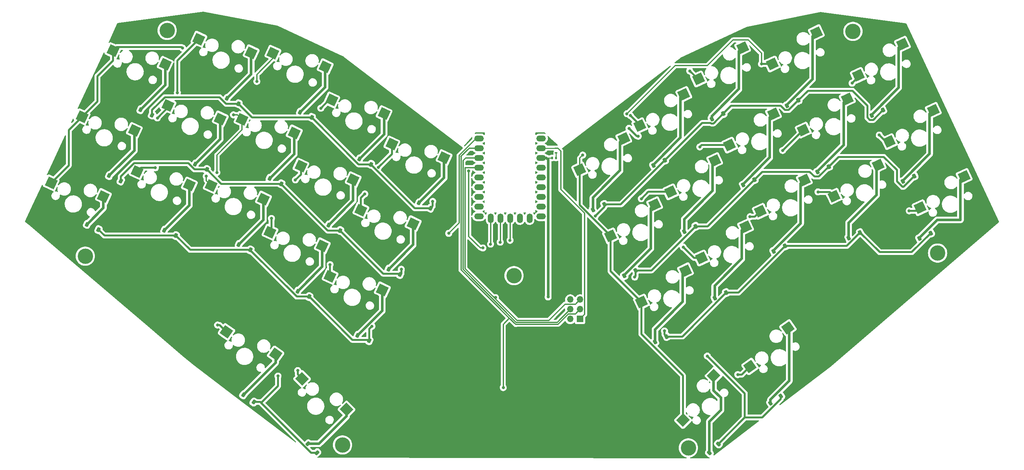
<source format=gbr>
%TF.GenerationSoftware,KiCad,Pcbnew,7.0.1*%
%TF.CreationDate,2023-04-15T18:04:15-04:00*%
%TF.ProjectId,Frigate,46726967-6174-4652-9e6b-696361645f70,rev?*%
%TF.SameCoordinates,Original*%
%TF.FileFunction,Copper,L2,Bot*%
%TF.FilePolarity,Positive*%
%FSLAX46Y46*%
G04 Gerber Fmt 4.6, Leading zero omitted, Abs format (unit mm)*
G04 Created by KiCad (PCBNEW 7.0.1) date 2023-04-15 18:04:15*
%MOMM*%
%LPD*%
G01*
G04 APERTURE LIST*
G04 Aperture macros list*
%AMRoundRect*
0 Rectangle with rounded corners*
0 $1 Rounding radius*
0 $2 $3 $4 $5 $6 $7 $8 $9 X,Y pos of 4 corners*
0 Add a 4 corners polygon primitive as box body*
4,1,4,$2,$3,$4,$5,$6,$7,$8,$9,$2,$3,0*
0 Add four circle primitives for the rounded corners*
1,1,$1+$1,$2,$3*
1,1,$1+$1,$4,$5*
1,1,$1+$1,$6,$7*
1,1,$1+$1,$8,$9*
0 Add four rect primitives between the rounded corners*
20,1,$1+$1,$2,$3,$4,$5,0*
20,1,$1+$1,$4,$5,$6,$7,0*
20,1,$1+$1,$6,$7,$8,$9,0*
20,1,$1+$1,$8,$9,$2,$3,0*%
%AMRotRect*
0 Rectangle, with rotation*
0 The origin of the aperture is its center*
0 $1 length*
0 $2 width*
0 $3 Rotation angle, in degrees counterclockwise*
0 Add horizontal line*
21,1,$1,$2,0,0,$3*%
G04 Aperture macros list end*
%TA.AperFunction,ComponentPad*%
%ADD10C,0.500000*%
%TD*%
%TA.AperFunction,ComponentPad*%
%ADD11C,4.000000*%
%TD*%
%TA.AperFunction,SMDPad,CuDef*%
%ADD12RotRect,2.550000X2.500000X215.000000*%
%TD*%
%TA.AperFunction,SMDPad,CuDef*%
%ADD13RotRect,2.550000X2.500000X225.000000*%
%TD*%
%TA.AperFunction,SMDPad,CuDef*%
%ADD14RotRect,2.550000X2.500000X135.000000*%
%TD*%
%TA.AperFunction,SMDPad,CuDef*%
%ADD15RotRect,2.550000X2.500000X145.000000*%
%TD*%
%TA.AperFunction,SMDPad,CuDef*%
%ADD16RotRect,2.550000X2.500000X205.000000*%
%TD*%
%TA.AperFunction,SMDPad,CuDef*%
%ADD17RotRect,2.550000X2.500000X155.000000*%
%TD*%
%TA.AperFunction,ComponentPad*%
%ADD18R,1.700000X1.700000*%
%TD*%
%TA.AperFunction,ComponentPad*%
%ADD19O,1.700000X1.700000*%
%TD*%
%TA.AperFunction,SMDPad,CuDef*%
%ADD20RoundRect,0.225000X0.362401X0.244776X-0.045437X0.434955X-0.362401X-0.244776X0.045437X-0.434955X0*%
%TD*%
%TA.AperFunction,SMDPad,CuDef*%
%ADD21RoundRect,0.225000X0.045437X0.434955X-0.362401X0.244776X-0.045437X-0.434955X0.362401X-0.244776X0*%
%TD*%
%TA.AperFunction,SMDPad,CuDef*%
%ADD22RoundRect,0.135000X0.135000X0.185000X-0.135000X0.185000X-0.135000X-0.185000X0.135000X-0.185000X0*%
%TD*%
%TA.AperFunction,ComponentPad*%
%ADD23O,2.500000X1.500000*%
%TD*%
%TA.AperFunction,ComponentPad*%
%ADD24O,1.500000X2.500000*%
%TD*%
%TA.AperFunction,SMDPad,CuDef*%
%ADD25R,0.800000X0.400000*%
%TD*%
%TA.AperFunction,SMDPad,CuDef*%
%ADD26RoundRect,0.225000X0.424264X0.106066X0.106066X0.424264X-0.424264X-0.106066X-0.106066X-0.424264X0*%
%TD*%
%TA.AperFunction,SMDPad,CuDef*%
%ADD27RoundRect,0.225000X0.399400X0.178127X0.030782X0.436237X-0.399400X-0.178127X-0.030782X-0.436237X0*%
%TD*%
%TA.AperFunction,SMDPad,CuDef*%
%ADD28RoundRect,0.225000X-0.030782X0.436237X-0.399400X0.178127X0.030782X-0.436237X0.399400X-0.178127X0*%
%TD*%
%TA.AperFunction,SMDPad,CuDef*%
%ADD29RoundRect,0.225000X-0.106066X0.424264X-0.424264X0.106066X0.106066X-0.424264X0.424264X-0.106066X0*%
%TD*%
%TA.AperFunction,ViaPad*%
%ADD30C,0.800000*%
%TD*%
%TA.AperFunction,Conductor*%
%ADD31C,0.700000*%
%TD*%
%TA.AperFunction,Conductor*%
%ADD32C,0.500000*%
%TD*%
%TA.AperFunction,Conductor*%
%ADD33C,0.300000*%
%TD*%
%TA.AperFunction,Conductor*%
%ADD34C,0.250000*%
%TD*%
G04 APERTURE END LIST*
D10*
%TO.P,M2,1*%
%TO.N,N/C*%
X254186000Y-106382000D03*
X253746000Y-107442000D03*
X253746000Y-105322000D03*
X252686000Y-107882000D03*
D11*
X252686000Y-106382000D03*
D10*
X252686000Y-104882000D03*
X251626000Y-107442000D03*
X251626000Y-105322000D03*
X251186000Y-106382000D03*
%TD*%
%TO.P,M2,1*%
%TO.N,N/C*%
X31980000Y-107188000D03*
X31540000Y-108248000D03*
X31540000Y-106128000D03*
X30480000Y-108688000D03*
D11*
X30480000Y-107188000D03*
D10*
X30480000Y-105688000D03*
X29420000Y-108248000D03*
X29420000Y-106128000D03*
X28980000Y-107188000D03*
%TD*%
%TO.P,M2,1*%
%TO.N,N/C*%
X143740000Y-112268000D03*
X143300000Y-113328000D03*
X143300000Y-111208000D03*
X142240000Y-113768000D03*
D11*
X142240000Y-112268000D03*
D10*
X142240000Y-110768000D03*
X141180000Y-113328000D03*
X141180000Y-111208000D03*
X140740000Y-112268000D03*
%TD*%
%TO.P,M2,1*%
%TO.N,N/C*%
X53316000Y-48260000D03*
X52876000Y-49320000D03*
X52876000Y-47200000D03*
X51816000Y-49760000D03*
D11*
X51816000Y-48260000D03*
D10*
X51816000Y-46760000D03*
X50756000Y-49320000D03*
X50756000Y-47200000D03*
X50316000Y-48260000D03*
%TD*%
%TO.P,M2,1*%
%TO.N,N/C*%
X232108000Y-48514000D03*
X231668000Y-49574000D03*
X231668000Y-47454000D03*
X230608000Y-50014000D03*
D11*
X230608000Y-48514000D03*
D10*
X230608000Y-47014000D03*
X229548000Y-49574000D03*
X229548000Y-47454000D03*
X229108000Y-48514000D03*
%TD*%
%TO.P,M2,1*%
%TO.N,N/C*%
X189206000Y-157226000D03*
X188766000Y-158286000D03*
X188766000Y-156166000D03*
X187706000Y-158726000D03*
D11*
X187706000Y-157226000D03*
D10*
X187706000Y-155726000D03*
X186646000Y-158286000D03*
X186646000Y-156166000D03*
X186206000Y-157226000D03*
%TD*%
D11*
%TO.P,M2,1*%
%TO.N,N/C*%
X97536000Y-156464000D03*
D10*
X96036000Y-156464000D03*
X99036000Y-156464000D03*
X97536000Y-157964000D03*
X97536000Y-154964000D03*
X96476000Y-157524000D03*
X98596000Y-157524000D03*
X98596000Y-155404000D03*
X96476000Y-155404000D03*
%TD*%
D12*
%TO.P,SW34,2,2*%
%TO.N,COL6*%
X203783012Y-135955554D03*
%TO.P,SW34,1,1*%
%TO.N,Net-(D34-A)*%
X213671384Y-125930874D03*
%TD*%
D13*
%TO.P,SW33,2,2*%
%TO.N,COL5*%
X186296731Y-149988624D03*
%TO.P,SW33,1,1*%
%TO.N,Net-(D33-A)*%
X194294108Y-138399144D03*
%TD*%
D14*
%TO.P,SW32,2,2*%
%TO.N,COL4*%
X87011435Y-139198399D03*
%TO.P,SW32,1,1*%
%TO.N,Net-(D32-A)*%
X98600915Y-147195776D03*
%TD*%
D15*
%TO.P,SW31,2,2*%
%TO.N,COL3*%
X67295366Y-126936952D03*
%TO.P,SW31,1,1*%
%TO.N,Net-(D31-A)*%
X80097506Y-132800339D03*
%TD*%
D16*
%TO.P,SW30,2,2*%
%TO.N,COL9*%
X248132629Y-94530838D03*
%TO.P,SW30,1,1*%
%TO.N,Net-(D30-A)*%
X259611541Y-86375554D03*
%TD*%
%TO.P,SW29,2,2*%
%TO.N,COL8*%
X225690434Y-91543422D03*
%TO.P,SW29,1,1*%
%TO.N,Net-(D29-A)*%
X237169346Y-83388138D03*
%TD*%
%TO.P,SW28,2,2*%
%TO.N,COL7*%
X206468589Y-95462072D03*
%TO.P,SW28,1,1*%
%TO.N,Net-(D28-A)*%
X217947501Y-87306788D03*
%TD*%
%TO.P,SW27,2,2*%
%TO.N,COL6*%
X191135637Y-107656589D03*
%TO.P,SW27,1,1*%
%TO.N,Net-(D27-A)*%
X202614549Y-99501305D03*
%TD*%
%TO.P,SW26,2,2*%
%TO.N,COL5*%
X175480649Y-119160499D03*
%TO.P,SW26,1,1*%
%TO.N,Net-(D26-A)*%
X186959561Y-111005215D03*
%TD*%
D17*
%TO.P,SW25,2,2*%
%TO.N,COL4*%
X94300875Y-112441910D03*
%TO.P,SW25,1,1*%
%TO.N,Net-(D25-A)*%
X107926688Y-115993151D03*
%TD*%
%TO.P,SW24,2,2*%
%TO.N,COL3*%
X78645887Y-100937999D03*
%TO.P,SW24,1,1*%
%TO.N,Net-(D24-A)*%
X92271700Y-104489240D03*
%TD*%
%TO.P,SW23,2,2*%
%TO.N,COL2*%
X63312934Y-88743482D03*
%TO.P,SW23,1,1*%
%TO.N,Net-(D23-A)*%
X76938747Y-92294723D03*
%TD*%
%TO.P,SW22,2,2*%
%TO.N,COL1*%
X44008215Y-85066446D03*
%TO.P,SW22,1,1*%
%TO.N,Net-(D22-A)*%
X57634028Y-88617687D03*
%TD*%
%TO.P,SW21,2,2*%
%TO.N,COL0*%
X21590490Y-88065273D03*
%TO.P,SW21,1,1*%
%TO.N,Net-(D21-A)*%
X35216303Y-91616514D03*
%TD*%
D16*
%TO.P,SW20,2,2*%
%TO.N,COL9*%
X240081751Y-77265675D03*
%TO.P,SW20,1,1*%
%TO.N,Net-(D20-A)*%
X251560663Y-69110391D03*
%TD*%
%TO.P,SW19,2,2*%
%TO.N,COL8*%
X217664026Y-74266848D03*
%TO.P,SW19,1,1*%
%TO.N,Net-(D19-A)*%
X229142938Y-66111564D03*
%TD*%
%TO.P,SW18,2,2*%
%TO.N,COL7*%
X198417711Y-78196908D03*
%TO.P,SW18,1,1*%
%TO.N,Net-(D18-A)*%
X209896623Y-70041624D03*
%TD*%
%TO.P,SW17,2,2*%
%TO.N,COL6*%
X183084759Y-90391426D03*
%TO.P,SW17,1,1*%
%TO.N,Net-(D17-A)*%
X194563671Y-82236142D03*
%TD*%
%TO.P,SW16,2,2*%
%TO.N,COL5*%
X167429771Y-101895336D03*
%TO.P,SW16,1,1*%
%TO.N,Net-(D16-A)*%
X178908683Y-93740052D03*
%TD*%
D17*
%TO.P,SW15,2,2*%
%TO.N,COL4*%
X102327282Y-95165336D03*
%TO.P,SW15,1,1*%
%TO.N,Net-(D15-A)*%
X115953095Y-98716577D03*
%TD*%
%TO.P,SW14,2,2*%
%TO.N,COL3*%
X86696765Y-83672836D03*
%TO.P,SW14,1,1*%
%TO.N,Net-(D14-A)*%
X100322578Y-87224077D03*
%TD*%
%TO.P,SW13,2,2*%
%TO.N,COL2*%
X71339342Y-71466908D03*
%TO.P,SW13,1,1*%
%TO.N,Net-(D13-A)*%
X84965155Y-75018149D03*
%TD*%
%TO.P,SW12,2,2*%
%TO.N,COL1*%
X52059093Y-67801283D03*
%TO.P,SW12,1,1*%
%TO.N,Net-(D12-A)*%
X65684906Y-71352524D03*
%TD*%
%TO.P,SW11,2,2*%
%TO.N,COL0*%
X29641368Y-70800109D03*
%TO.P,SW11,1,1*%
%TO.N,Net-(D11-A)*%
X43267181Y-74351350D03*
%TD*%
D16*
%TO.P,SW10,2,2*%
%TO.N,COL9*%
X232030873Y-60000512D03*
%TO.P,SW10,1,1*%
%TO.N,Net-(D10-A)*%
X243509785Y-51845228D03*
%TD*%
%TO.P,SW9,2,2*%
%TO.N,COL8*%
X209588678Y-57013096D03*
%TO.P,SW9,1,1*%
%TO.N,Net-(D9-A)*%
X221067590Y-48857812D03*
%TD*%
%TO.P,SW8,2,2*%
%TO.N,COL7*%
X190366834Y-60931745D03*
%TO.P,SW8,1,1*%
%TO.N,Net-(D8-A)*%
X201845746Y-52776461D03*
%TD*%
%TO.P,SW7,2,2*%
%TO.N,COL6*%
X175033881Y-73126262D03*
%TO.P,SW7,1,1*%
%TO.N,Net-(D7-A)*%
X186512793Y-64970978D03*
%TD*%
%TO.P,SW6,2,2*%
%TO.N,COL5*%
X159378893Y-84630173D03*
%TO.P,SW6,1,1*%
%TO.N,Net-(D6-A)*%
X170857805Y-76474889D03*
%TD*%
D17*
%TO.P,SW5,2,2*%
%TO.N,COL4*%
X110402631Y-77911583D03*
%TO.P,SW5,1,1*%
%TO.N,Net-(D5-A)*%
X124028444Y-81462824D03*
%TD*%
%TO.P,SW4,2,2*%
%TO.N,COL3*%
X94747643Y-66407673D03*
%TO.P,SW4,1,1*%
%TO.N,Net-(D4-A)*%
X108373456Y-69958914D03*
%TD*%
%TO.P,SW3,2,2*%
%TO.N,COL2*%
X79390220Y-54201745D03*
%TO.P,SW3,1,1*%
%TO.N,Net-(D3-A)*%
X93016033Y-57752986D03*
%TD*%
%TO.P,SW2,2,2*%
%TO.N,COL1*%
X60109971Y-50536119D03*
%TO.P,SW2,1,1*%
%TO.N,Net-(D2-A)*%
X73735784Y-54087360D03*
%TD*%
%TO.P,SW1,2,2*%
%TO.N,COL0*%
X37692246Y-53534946D03*
%TO.P,SW1,1,1*%
%TO.N,Net-(D1-A)*%
X51318059Y-57086187D03*
%TD*%
D18*
%TO.P,SPI1,1,Pin_1*%
%TO.N,GND*%
X159455000Y-123585000D03*
D19*
%TO.P,SPI1,2,Pin_2*%
%TO.N,3V3*%
X156915000Y-123585000D03*
%TO.P,SPI1,3,Pin_3*%
%TO.N,CS*%
X159455000Y-121045000D03*
%TO.P,SPI1,4,Pin_4*%
%TO.N,SCK*%
X156915000Y-121045000D03*
%TO.P,SPI1,5,Pin_5*%
%TO.N,MOSI*%
X159455000Y-118505000D03*
%TO.P,SPI1,6,Pin_6*%
%TO.N,MISO*%
X156915000Y-118505000D03*
%TD*%
D20*
%TO.P,D5,1,K*%
%TO.N,ROW0*%
X120489825Y-94666413D03*
%TO.P,D5,2,A*%
%TO.N,Net-(D5-A)*%
X117499009Y-93271773D03*
%TD*%
D21*
%TO.P,D9,1,K*%
%TO.N,ROW0*%
X216374133Y-66506947D03*
%TO.P,D9,2,A*%
%TO.N,Net-(D9-A)*%
X213383317Y-67901587D03*
%TD*%
%TO.P,D27,1,K*%
%TO.N,ROW2*%
X197563183Y-116710469D03*
%TO.P,D27,2,A*%
%TO.N,Net-(D27-A)*%
X194572367Y-118105109D03*
%TD*%
D20*
%TO.P,D25,1,K*%
%TO.N,ROW2*%
X104502264Y-129249990D03*
%TO.P,D25,2,A*%
%TO.N,Net-(D25-A)*%
X101511448Y-127855350D03*
%TD*%
%TO.P,D11,1,K*%
%TO.N,ROW1*%
X39726750Y-87554094D03*
%TO.P,D11,2,A*%
%TO.N,Net-(D11-A)*%
X36735934Y-86159454D03*
%TD*%
D21*
%TO.P,D16,1,K*%
%TO.N,ROW1*%
X173971512Y-110895966D03*
%TO.P,D16,2,A*%
%TO.N,Net-(D16-A)*%
X170980696Y-112290606D03*
%TD*%
%TO.P,D26,1,K*%
%TO.N,ROW2*%
X182022390Y-128161130D03*
%TO.P,D26,2,A*%
%TO.N,Net-(D26-A)*%
X179031574Y-129555770D03*
%TD*%
%TO.P,D10,1,K*%
%TO.N,ROW0*%
X238458419Y-69054392D03*
%TO.P,D10,2,A*%
%TO.N,Net-(D10-A)*%
X235467603Y-70449032D03*
%TD*%
%TO.P,D28,1,K*%
%TO.N,ROW2*%
X212896135Y-104515952D03*
%TO.P,D28,2,A*%
%TO.N,Net-(D28-A)*%
X209905319Y-105910592D03*
%TD*%
D22*
%TO.P,R1,1*%
%TO.N,Net-(R1-Pad1)*%
X153166000Y-81534000D03*
%TO.P,R1,2*%
%TO.N,3V3*%
X152146000Y-81534000D03*
%TD*%
D23*
%TO.P,U1,1,0*%
%TO.N,MISO*%
X133104000Y-76454000D03*
%TO.P,U1,2,1*%
%TO.N,CS*%
X133104000Y-78994000D03*
%TO.P,U1,3,2*%
%TO.N,SCK*%
X133104000Y-81534000D03*
%TO.P,U1,4,3*%
%TO.N,MOSI*%
X133104000Y-84074000D03*
%TO.P,U1,5,4*%
%TO.N,COL0*%
X133104000Y-86614000D03*
%TO.P,U1,6,5*%
%TO.N,COL1*%
X133104000Y-89154000D03*
%TO.P,U1,7,6*%
%TO.N,COL2*%
X133104000Y-91694000D03*
%TO.P,U1,8,7*%
%TO.N,COL3*%
X133104000Y-94234000D03*
%TO.P,U1,9,8*%
%TO.N,COL4*%
X133104000Y-96774000D03*
D24*
%TO.P,U1,10,9*%
%TO.N,ROW3*%
X136144000Y-97274000D03*
%TO.P,U1,11,10*%
%TO.N,ROW2*%
X138684000Y-97274000D03*
%TO.P,U1,12,11*%
%TO.N,ROW1*%
X141224000Y-97274000D03*
%TO.P,U1,13,12*%
%TO.N,ROW0*%
X143764000Y-97274000D03*
%TO.P,U1,14,13*%
%TO.N,unconnected-(U1-13-Pad14)*%
X146304000Y-97274000D03*
D23*
%TO.P,U1,15,14*%
%TO.N,COL5*%
X149344000Y-96774000D03*
%TO.P,U1,16,15*%
%TO.N,COL6*%
X149344000Y-94234000D03*
%TO.P,U1,17,26*%
%TO.N,COL7*%
X149344000Y-91694000D03*
%TO.P,U1,18,27*%
%TO.N,COL8*%
X149344000Y-89154000D03*
%TO.P,U1,19,28*%
%TO.N,COL9*%
X149344000Y-86614000D03*
%TO.P,U1,20,29*%
%TO.N,unconnected-(U1-29-Pad20)*%
X149344000Y-84074000D03*
%TO.P,U1,21,3V3*%
%TO.N,3V3*%
X149344000Y-81534000D03*
%TO.P,U1,22,GND*%
%TO.N,GND*%
X149344000Y-78994000D03*
%TO.P,U1,23,5V*%
%TO.N,unconnected-(U1-5V-Pad23)*%
X149344000Y-76454000D03*
%TD*%
D20*
%TO.P,D4,1,K*%
%TO.N,ROW0*%
X104949032Y-83215752D03*
%TO.P,D4,2,A*%
%TO.N,Net-(D4-A)*%
X101958216Y-81821112D03*
%TD*%
%TO.P,D21,1,K*%
%TO.N,ROW2*%
X33938780Y-100269309D03*
%TO.P,D21,2,A*%
%TO.N,Net-(D21-A)*%
X30947964Y-98874669D03*
%TD*%
D21*
%TO.P,D20,1,K*%
%TO.N,ROW1*%
X246623492Y-86266305D03*
%TO.P,D20,2,A*%
%TO.N,Net-(D20-A)*%
X243632676Y-87660945D03*
%TD*%
D20*
%TO.P,D3,1,K*%
%TO.N,ROW0*%
X89500072Y-70967140D03*
%TO.P,D3,2,A*%
%TO.N,Net-(D3-A)*%
X86509256Y-69572500D03*
%TD*%
D25*
%TO.P,U2,1*%
%TO.N,Net-(R1-Pad1)*%
X153162000Y-80194000D03*
%TO.P,U2,2*%
%TO.N,GND*%
X153162000Y-78994000D03*
%TD*%
D20*
%TO.P,D22,1,K*%
%TO.N,ROW2*%
X54093597Y-101820430D03*
%TO.P,D22,2,A*%
%TO.N,Net-(D22-A)*%
X51102781Y-100425790D03*
%TD*%
%TO.P,D14,1,K*%
%TO.N,ROW1*%
X96898154Y-100480916D03*
%TO.P,D14,2,A*%
%TO.N,Net-(D14-A)*%
X93907338Y-99086276D03*
%TD*%
D21*
%TO.P,D19,1,K*%
%TO.N,ROW1*%
X224310816Y-83825360D03*
%TO.P,D19,2,A*%
%TO.N,Net-(D19-A)*%
X221320000Y-85220000D03*
%TD*%
D20*
%TO.P,D13,1,K*%
%TO.N,ROW1*%
X81565201Y-88286399D03*
%TO.P,D13,2,A*%
%TO.N,Net-(D13-A)*%
X78574385Y-86891759D03*
%TD*%
%TO.P,D23,1,K*%
%TO.N,ROW2*%
X73514323Y-105551562D03*
%TO.P,D23,2,A*%
%TO.N,Net-(D23-A)*%
X70523507Y-104156922D03*
%TD*%
%TO.P,D12,1,K*%
%TO.N,ROW1*%
X62144475Y-84555267D03*
%TO.P,D12,2,A*%
%TO.N,Net-(D12-A)*%
X59153659Y-83160627D03*
%TD*%
D21*
%TO.P,D6,1,K*%
%TO.N,ROW0*%
X165806439Y-93684053D03*
%TO.P,D6,2,A*%
%TO.N,Net-(D6-A)*%
X162815623Y-95078693D03*
%TD*%
%TO.P,D30,1,K*%
%TO.N,ROW2*%
X250923408Y-101156680D03*
%TO.P,D30,2,A*%
%TO.N,Net-(D30-A)*%
X247932592Y-102551320D03*
%TD*%
%TO.P,D7,1,K*%
%TO.N,ROW0*%
X181575622Y-82126892D03*
%TO.P,D7,2,A*%
%TO.N,Net-(D7-A)*%
X178584806Y-83521532D03*
%TD*%
%TO.P,D18,1,K*%
%TO.N,ROW1*%
X204959452Y-87197539D03*
%TO.P,D18,2,A*%
%TO.N,Net-(D18-A)*%
X201968636Y-88592179D03*
%TD*%
%TO.P,D17,1,K*%
%TO.N,ROW1*%
X189626499Y-99392056D03*
%TO.P,D17,2,A*%
%TO.N,Net-(D17-A)*%
X186635683Y-100786696D03*
%TD*%
%TO.P,D29,1,K*%
%TO.N,ROW2*%
X232475889Y-101037274D03*
%TO.P,D29,2,A*%
%TO.N,Net-(D29-A)*%
X229485073Y-102431914D03*
%TD*%
D26*
%TO.P,D32,1,K*%
%TO.N,ROW3*%
X90848904Y-158481907D03*
%TO.P,D32,2,A*%
%TO.N,Net-(D32-A)*%
X88515452Y-156148455D03*
%TD*%
D20*
%TO.P,D24,1,K*%
%TO.N,ROW2*%
X88847276Y-117746079D03*
%TO.P,D24,2,A*%
%TO.N,Net-(D24-A)*%
X85856460Y-116351439D03*
%TD*%
%TO.P,D2,1,K*%
%TO.N,ROW0*%
X70425555Y-67397449D03*
%TO.P,D2,2,A*%
%TO.N,Net-(D2-A)*%
X67434739Y-66002809D03*
%TD*%
%TO.P,D15,1,K*%
%TO.N,ROW1*%
X112553142Y-111984826D03*
%TO.P,D15,2,A*%
%TO.N,Net-(D15-A)*%
X109562326Y-110590186D03*
%TD*%
D27*
%TO.P,D31,1,K*%
%TO.N,ROW3*%
X74423081Y-145261131D03*
%TO.P,D31,2,A*%
%TO.N,Net-(D31-A)*%
X71719879Y-143368329D03*
%TD*%
D21*
%TO.P,D8,1,K*%
%TO.N,ROW0*%
X196794379Y-69985625D03*
%TO.P,D8,2,A*%
%TO.N,Net-(D8-A)*%
X193803563Y-71380265D03*
%TD*%
D20*
%TO.P,D1,1,K*%
%TO.N,ROW0*%
X47893635Y-70343025D03*
%TO.P,D1,2,A*%
%TO.N,Net-(D1-A)*%
X44902819Y-68948385D03*
%TD*%
D28*
%TO.P,D34,1,K*%
%TO.N,ROW3*%
X211810429Y-143667995D03*
%TO.P,D34,2,A*%
%TO.N,Net-(D34-A)*%
X209107227Y-145560797D03*
%TD*%
D29*
%TO.P,D33,1,K*%
%TO.N,ROW3*%
X195522352Y-156209043D03*
%TO.P,D33,2,A*%
%TO.N,Net-(D33-A)*%
X193188900Y-158542495D03*
%TD*%
D30*
%TO.N,ROW0*%
X121070000Y-92900000D03*
X163470000Y-96710000D03*
%TO.N,ROW1*%
X141220000Y-103039500D03*
X112870000Y-110610000D03*
X173730000Y-112640000D03*
%TO.N,ROW2*%
X105229798Y-125479798D03*
X138650000Y-103539500D03*
X181490000Y-126710000D03*
%TO.N,ROW3*%
X80720000Y-138490000D03*
X136140000Y-104039500D03*
X192650000Y-133260000D03*
%TO.N,COL0*%
X55870000Y-52870000D03*
%TO.N,COL1*%
X49274068Y-71104068D03*
X54490000Y-64500000D03*
X48750000Y-84110000D03*
%TO.N,COL2*%
X64790000Y-85340000D03*
X69110000Y-70280000D03*
X75205000Y-61565000D03*
X62030000Y-86320000D03*
%TO.N,COL3*%
X64960000Y-125150000D03*
X79020000Y-97330000D03*
X91890000Y-68560000D03*
X85252324Y-87272324D03*
%TO.N,COL4*%
X106927328Y-83992672D03*
X103365000Y-90945000D03*
X94300000Y-109390000D03*
X85870000Y-137030000D03*
%TO.N,COL5*%
X160166348Y-80796348D03*
%TO.N,COL6*%
X186360000Y-104810000D03*
X172610000Y-70480000D03*
X200600000Y-138090000D03*
X175430000Y-92180000D03*
%TO.N,COL7*%
X188060000Y-58830000D03*
X203780000Y-96890000D03*
X190670000Y-78680000D03*
X174640000Y-75880000D03*
X172210000Y-73820000D03*
%TO.N,COL8*%
X212297792Y-79590000D03*
X171700000Y-70009500D03*
X206760000Y-57010000D03*
X221500000Y-90420000D03*
%TO.N,COL9*%
X237470000Y-75570000D03*
X245270000Y-95360000D03*
X230390000Y-62020000D03*
%TO.N,MOSI*%
X137426500Y-117999440D03*
%TO.N,MISO*%
X125234387Y-101235613D03*
%TO.N,3V3*%
X151144000Y-117814000D03*
%TO.N,CS*%
X139446000Y-141478000D03*
%TO.N,SCK*%
X130461688Y-84930312D03*
X134129302Y-105039500D03*
%TD*%
D31*
%TO.N,Net-(D30-A)*%
X247932592Y-102355129D02*
X247932592Y-102551320D01*
X252587828Y-97699893D02*
X247932592Y-102355129D01*
X258651666Y-97699893D02*
X252587828Y-97699893D01*
D32*
%TO.N,ROW2*%
X245935009Y-106145079D02*
X250923408Y-101156680D01*
X237583694Y-106145079D02*
X245935009Y-106145079D01*
D33*
%TO.N,GND*%
X154432000Y-79756000D02*
X153670000Y-78994000D01*
X153670000Y-78994000D02*
X153162000Y-78994000D01*
X154432000Y-89746093D02*
X154432000Y-79756000D01*
X160655000Y-95969093D02*
X154432000Y-89746093D01*
X160655000Y-122385000D02*
X160655000Y-95969093D01*
X159455000Y-123585000D02*
X160655000Y-122385000D01*
D32*
%TO.N,ROW0*%
X198860103Y-67919901D02*
X211789901Y-67919901D01*
X73995246Y-70967140D02*
X89500072Y-70967140D01*
X121070000Y-94086238D02*
X120489825Y-94666413D01*
X70425555Y-67397449D02*
X73995246Y-70967140D01*
X216374133Y-66506947D02*
X218891239Y-63989841D01*
X234375282Y-67885282D02*
X234375282Y-70985282D01*
X196794379Y-69985625D02*
X198860103Y-67919901D01*
X101748684Y-83215752D02*
X104949032Y-83215752D01*
X47893635Y-70343025D02*
X47893635Y-69031351D01*
X165806439Y-93684053D02*
X170061724Y-93684053D01*
X165806439Y-94373561D02*
X163470000Y-96710000D01*
X67189941Y-67397449D02*
X70425555Y-67397449D01*
X230479841Y-63989841D02*
X234375282Y-67885282D01*
X181575622Y-82170155D02*
X181575622Y-82126892D01*
X121070000Y-92900000D02*
X121070000Y-94086238D01*
X165806439Y-93684053D02*
X165806439Y-94373561D01*
X65472052Y-65679560D02*
X67189941Y-67397449D01*
X104949032Y-83215752D02*
X116399693Y-94666413D01*
X194234864Y-72545140D02*
X196794379Y-69985625D01*
X211789901Y-67919901D02*
X212900000Y-69030000D01*
X234375282Y-70985282D02*
X235003907Y-71613907D01*
X235003907Y-71613907D02*
X235898904Y-71613907D01*
X212900000Y-69030000D02*
X213851080Y-69030000D01*
X47893635Y-69031351D02*
X51245426Y-65679560D01*
X181575622Y-82126892D02*
X191286831Y-72415683D01*
X116399693Y-94666413D02*
X120489825Y-94666413D01*
X235898904Y-71613907D02*
X238458419Y-69054392D01*
X170061724Y-93684053D02*
X181575622Y-82170155D01*
X213851080Y-69030000D02*
X216374133Y-66506947D01*
X218891239Y-63989841D02*
X230479841Y-63989841D01*
X193434315Y-72415683D02*
X193789995Y-72545140D01*
X193789995Y-72545140D02*
X194234864Y-72545140D01*
X51245426Y-65679560D02*
X65472052Y-65679560D01*
X191286831Y-72415683D02*
X193434315Y-72415683D01*
X89500072Y-70967140D02*
X101748684Y-83215752D01*
D31*
%TO.N,Net-(D1-A)*%
X51318059Y-62533145D02*
X51318059Y-57086187D01*
X44902819Y-68948385D02*
X51318059Y-62533145D01*
%TO.N,Net-(D2-A)*%
X73735784Y-54087360D02*
X73735784Y-59701764D01*
X73735784Y-59701764D02*
X67434739Y-66002809D01*
%TO.N,Net-(D3-A)*%
X93016033Y-57752986D02*
X93016033Y-63065723D01*
X93016033Y-63065723D02*
X86509256Y-69572500D01*
%TO.N,Net-(D4-A)*%
X108373456Y-75405872D02*
X101958216Y-81821112D01*
X108373456Y-69958914D02*
X108373456Y-75405872D01*
%TO.N,Net-(D5-A)*%
X124028444Y-81462824D02*
X124028444Y-86742338D01*
X124028444Y-86742338D02*
X117499009Y-93271773D01*
%TO.N,Net-(D6-A)*%
X162815623Y-95078693D02*
X162815623Y-91893937D01*
X169898383Y-77434311D02*
X170857805Y-76474889D01*
X162815623Y-91893937D02*
X169898383Y-84811177D01*
X169898383Y-84811177D02*
X169898383Y-77434311D01*
%TO.N,Net-(D7-A)*%
X185660000Y-76250147D02*
X185660000Y-65823771D01*
X185660000Y-65823771D02*
X186512793Y-64970978D01*
X178584806Y-83325341D02*
X185660000Y-76250147D01*
X178584806Y-83521532D02*
X178584806Y-83325341D01*
%TO.N,Net-(D8-A)*%
X193803563Y-70636437D02*
X193803563Y-71380265D01*
X201845746Y-52776461D02*
X200885871Y-53736336D01*
X200885871Y-53736336D02*
X200885871Y-63554129D01*
X200885871Y-63554129D02*
X193803563Y-70636437D01*
%TO.N,Net-(D9-A)*%
X221067590Y-48857812D02*
X220108168Y-49817234D01*
X213383317Y-67705396D02*
X213383317Y-67901587D01*
X220108168Y-60980545D02*
X213383317Y-67705396D01*
X220108168Y-49817234D02*
X220108168Y-60980545D01*
%TO.N,Net-(D10-A)*%
X243509785Y-51845228D02*
X242550363Y-52804650D01*
X242550363Y-52804650D02*
X242550363Y-63170081D01*
X235467603Y-70252841D02*
X235467603Y-70449032D01*
X242550363Y-63170081D02*
X235467603Y-70252841D01*
D32*
%TO.N,ROW1*%
X39726750Y-86412521D02*
X43194548Y-82944723D01*
X112323377Y-111755061D02*
X112553142Y-111984826D01*
X242110000Y-87650923D02*
X243549077Y-89090000D01*
X62144475Y-84555267D02*
X65875607Y-88286399D01*
X39726750Y-87554094D02*
X39726750Y-86412521D01*
X173971512Y-110895966D02*
X173971512Y-112398488D01*
X224310816Y-83825360D02*
X226869761Y-81266415D01*
X58985267Y-84555267D02*
X62144475Y-84555267D01*
D33*
X141224000Y-103035500D02*
X141220000Y-103039500D01*
D32*
X173971512Y-112398488D02*
X173730000Y-112640000D01*
X57374723Y-82944723D02*
X58985267Y-84555267D01*
X242110000Y-84710000D02*
X242110000Y-87650923D01*
X112870000Y-111667968D02*
X112553142Y-111984826D01*
X189626499Y-99392056D02*
X192764935Y-99392056D01*
X220580000Y-86410000D02*
X221726176Y-86410000D01*
X96898154Y-100480916D02*
X108172299Y-111755061D01*
X112870000Y-110610000D02*
X112870000Y-111667968D01*
X178122589Y-110895966D02*
X189626499Y-99392056D01*
X93662540Y-100480916D02*
X96898154Y-100480916D01*
X206971926Y-85185065D02*
X219355065Y-85185065D01*
X221726176Y-86410000D02*
X224310816Y-83825360D01*
X43194548Y-82944723D02*
X57374723Y-82944723D01*
X243549077Y-89090000D02*
X243799797Y-89090000D01*
D33*
X141224000Y-96774000D02*
X141224000Y-103035500D01*
D32*
X238666415Y-81266415D02*
X242110000Y-84710000D01*
X226869761Y-81266415D02*
X238666415Y-81266415D01*
X81565201Y-88383577D02*
X93662540Y-100480916D01*
X108172299Y-111755061D02*
X112323377Y-111755061D01*
X173971512Y-110895966D02*
X178122589Y-110895966D01*
X81565201Y-88286399D02*
X81565201Y-88383577D01*
X219355065Y-85185065D02*
X220580000Y-86410000D01*
X243799797Y-89090000D02*
X246623492Y-86266305D01*
X192764935Y-99392056D02*
X204959452Y-87197539D01*
X65875607Y-88286399D02*
X81565201Y-88286399D01*
X204959452Y-87197539D02*
X206971926Y-85185065D01*
D31*
%TO.N,Net-(D11-A)*%
X43267181Y-74351350D02*
X43267181Y-79628207D01*
X43267181Y-79628207D02*
X36735934Y-86159454D01*
%TO.N,Net-(D12-A)*%
X65684906Y-76629380D02*
X59153659Y-83160627D01*
X65684906Y-71352524D02*
X65684906Y-76629380D01*
%TO.N,Net-(D13-A)*%
X84965155Y-75018149D02*
X84965155Y-80500989D01*
X84965155Y-80500989D02*
X78574385Y-86891759D01*
%TO.N,Net-(D14-A)*%
X100322578Y-92671036D02*
X93907338Y-99086276D01*
X100322578Y-87224077D02*
X100322578Y-92671036D01*
%TO.N,Net-(D15-A)*%
X115953095Y-98716577D02*
X115953095Y-104199417D01*
X115953095Y-104199417D02*
X109562326Y-110590186D01*
%TO.N,Net-(D16-A)*%
X178908683Y-93740052D02*
X177948808Y-94699927D01*
X177948808Y-105151192D02*
X170980696Y-112119304D01*
X170980696Y-112119304D02*
X170980696Y-112290606D01*
X177948808Y-94699927D02*
X177948808Y-105151192D01*
%TO.N,Net-(D17-A)*%
X194040000Y-82759813D02*
X194563671Y-82236142D01*
X194040000Y-90136679D02*
X194040000Y-82759813D01*
X186635683Y-97540996D02*
X194040000Y-90136679D01*
X186635683Y-100786696D02*
X186635683Y-97540996D01*
%TO.N,Net-(D18-A)*%
X201968636Y-88381364D02*
X201968636Y-88592179D01*
X208936748Y-71001499D02*
X208936748Y-81413252D01*
X209896623Y-70041624D02*
X208936748Y-71001499D01*
X208936748Y-81413252D02*
X201968636Y-88381364D01*
%TO.N,Net-(D19-A)*%
X228183063Y-78160746D02*
X221320000Y-85023809D01*
X229142938Y-66111564D02*
X228183063Y-67071439D01*
X221320000Y-85023809D02*
X221320000Y-85220000D01*
X228183063Y-67071439D02*
X228183063Y-78160746D01*
%TO.N,Net-(D20-A)*%
X250600788Y-70070266D02*
X250600788Y-80479212D01*
X243632676Y-87447324D02*
X243632676Y-87660945D01*
X250600788Y-80479212D02*
X243632676Y-87447324D01*
X251560663Y-69110391D02*
X250600788Y-70070266D01*
D32*
%TO.N,ROW2*%
X57824729Y-105551562D02*
X73514323Y-105551562D01*
X186112522Y-128161130D02*
X197563183Y-116710469D01*
X73514323Y-105551562D02*
X73514323Y-105648740D01*
X232475889Y-101037274D02*
X237583694Y-106145079D01*
X104502264Y-129249990D02*
X104502264Y-126207332D01*
X33938780Y-100269309D02*
X35489901Y-101820430D01*
X182022390Y-128161130D02*
X186112522Y-128161130D01*
X212896135Y-104515952D02*
X228997211Y-104515952D01*
X88847276Y-117746079D02*
X100121422Y-129020225D01*
X54093597Y-101820430D02*
X57824729Y-105551562D01*
X212896135Y-104559215D02*
X212896135Y-104515952D01*
X181490000Y-127628740D02*
X182022390Y-128161130D01*
X197563183Y-116710469D02*
X200744881Y-116710469D01*
X104502264Y-126207332D02*
X105229798Y-125479798D01*
X104272499Y-129020225D02*
X104502264Y-129249990D01*
X35489901Y-101820430D02*
X54093597Y-101820430D01*
X181490000Y-126710000D02*
X181490000Y-127628740D01*
D33*
X138684000Y-103505500D02*
X138650000Y-103539500D01*
D32*
X100121422Y-129020225D02*
X104272499Y-129020225D01*
X200744881Y-116710469D02*
X212896135Y-104559215D01*
X73514323Y-105648740D02*
X85611662Y-117746079D01*
D33*
X138684000Y-96774000D02*
X138684000Y-103505500D01*
D32*
X228997211Y-104515952D02*
X232475889Y-101037274D01*
X85611662Y-117746079D02*
X88847276Y-117746079D01*
D31*
%TO.N,Net-(D21-A)*%
X35216303Y-91616514D02*
X35216303Y-94606330D01*
X35216303Y-94606330D02*
X30947964Y-98874669D01*
%TO.N,Net-(D22-A)*%
X57634028Y-93894543D02*
X51102781Y-100425790D01*
X57634028Y-88617687D02*
X57634028Y-93894543D01*
%TO.N,Net-(D23-A)*%
X76938747Y-97741682D02*
X70523507Y-104156922D01*
X76938747Y-92294723D02*
X76938747Y-97741682D01*
%TO.N,Net-(D24-A)*%
X92271700Y-104489240D02*
X92271700Y-109936199D01*
X92271700Y-109936199D02*
X85856460Y-116351439D01*
%TO.N,Net-(D25-A)*%
X107926688Y-121440110D02*
X101511448Y-127855350D01*
X107926688Y-115993151D02*
X107926688Y-121440110D01*
%TO.N,Net-(D26-A)*%
X179031574Y-126310068D02*
X186250000Y-119091642D01*
X186250000Y-119091642D02*
X186250000Y-111714776D01*
X179031574Y-129555770D02*
X179031574Y-126310068D01*
X186250000Y-111714776D02*
X186959561Y-111005215D01*
%TO.N,Net-(D27-A)*%
X194572367Y-114920353D02*
X201655127Y-107837593D01*
X201655127Y-107837593D02*
X201655127Y-100460727D01*
X194572367Y-118105109D02*
X194572367Y-114920353D01*
X201655127Y-100460727D02*
X202614549Y-99501305D01*
%TO.N,Net-(D28-A)*%
X216988079Y-98631641D02*
X209905319Y-105714401D01*
X209905319Y-105714401D02*
X209905319Y-105910592D01*
X216988079Y-88266210D02*
X216988079Y-98631641D01*
X217947501Y-87306788D02*
X216988079Y-88266210D01*
%TO.N,Net-(D29-A)*%
X229485073Y-98449277D02*
X236768715Y-91165635D01*
X236768715Y-91165635D02*
X236768715Y-83788769D01*
X236768715Y-83788769D02*
X237169346Y-83388138D01*
X229485073Y-102431914D02*
X229485073Y-98449277D01*
%TO.N,Net-(D30-A)*%
X258651666Y-87335429D02*
X258651666Y-97699893D01*
X259611541Y-86375554D02*
X258651666Y-87335429D01*
D32*
%TO.N,ROW3*%
X202429108Y-149302287D02*
X195522352Y-156209043D01*
X76336036Y-145453964D02*
X89363980Y-158481907D01*
X211810429Y-143667995D02*
X211810429Y-144429571D01*
X80720000Y-138490000D02*
X80720000Y-141070000D01*
X202429108Y-149302287D02*
X202429108Y-143039108D01*
X76143204Y-145261131D02*
X76336036Y-145453964D01*
X206937713Y-149302287D02*
X202429108Y-149302287D01*
D33*
X136144000Y-96774000D02*
X136144000Y-104035500D01*
X136144000Y-104035500D02*
X136140000Y-104039500D01*
D32*
X211810429Y-144429571D02*
X206937713Y-149302287D01*
X202429108Y-143039108D02*
X192650000Y-133260000D01*
X74423081Y-145261131D02*
X76143204Y-145261131D01*
X80720000Y-141070000D02*
X76336036Y-145453964D01*
X89363980Y-158481907D02*
X90848904Y-158481907D01*
D31*
%TO.N,Net-(D34-A)*%
X214026586Y-126286076D02*
X214026586Y-139733414D01*
X209107227Y-144652773D02*
X209107227Y-145560797D01*
X213671384Y-125930874D02*
X214026586Y-126286076D01*
X214026586Y-139733414D02*
X209107227Y-144652773D01*
%TO.N,Net-(D31-A)*%
X80097506Y-132800339D02*
X80097506Y-134990702D01*
X80097506Y-134990702D02*
X71719879Y-143368329D01*
%TO.N,Net-(D32-A)*%
X98600915Y-148963543D02*
X91416003Y-156148455D01*
X91416003Y-156148455D02*
X88515452Y-156148455D01*
X98600915Y-147195776D02*
X98600915Y-148963543D01*
%TO.N,Net-(D33-A)*%
X194294108Y-142224108D02*
X194294108Y-138399144D01*
X196180000Y-144110000D02*
X194294108Y-142224108D01*
X193188900Y-150356886D02*
X196180000Y-147365786D01*
X196180000Y-147365786D02*
X196180000Y-144110000D01*
X193188900Y-158542495D02*
X193188900Y-150356886D01*
D34*
%TO.N,Net-(R1-Pad1)*%
X153162000Y-80194000D02*
X153162000Y-81530000D01*
X153162000Y-81530000D02*
X153166000Y-81534000D01*
D32*
%TO.N,COL0*%
X38632855Y-52594337D02*
X55594337Y-52594337D01*
X37692246Y-53534946D02*
X37692246Y-56148792D01*
X37692246Y-56148792D02*
X33620000Y-60221038D01*
X26180000Y-74261477D02*
X26180000Y-83475763D01*
X26180000Y-83475763D02*
X21590490Y-88065273D01*
X33620000Y-60221038D02*
X33620000Y-66821477D01*
X33620000Y-66821477D02*
X29641368Y-70800109D01*
X29641368Y-70800109D02*
X26180000Y-74261477D01*
X55594337Y-52594337D02*
X55870000Y-52870000D01*
X37692246Y-53534946D02*
X38632855Y-52594337D01*
%TO.N,COL1*%
X60109971Y-50536119D02*
X54490000Y-56156090D01*
X52059093Y-68319043D02*
X49274068Y-71104068D01*
X48750000Y-84110000D02*
X44964661Y-84110000D01*
X54490000Y-56156090D02*
X54490000Y-64500000D01*
X44964661Y-84110000D02*
X44008215Y-85066446D01*
X52059093Y-67801283D02*
X52059093Y-68319043D01*
D33*
%TO.N,COL2*%
X62030000Y-87460548D02*
X63312934Y-88743482D01*
X79390220Y-55580967D02*
X75205000Y-59766187D01*
X64790000Y-80771517D02*
X64790000Y-85340000D01*
X75205000Y-59766187D02*
X75205000Y-61565000D01*
X70152434Y-70280000D02*
X71339342Y-71466908D01*
X71339342Y-74222175D02*
X64790000Y-80771517D01*
X79390220Y-54201745D02*
X79390220Y-55580967D01*
X62030000Y-86320000D02*
X62030000Y-87460548D01*
X69110000Y-70280000D02*
X70152434Y-70280000D01*
X71339342Y-71466908D02*
X71339342Y-74222175D01*
D32*
%TO.N,COL3*%
X94042327Y-66407673D02*
X91890000Y-68560000D01*
X65508414Y-125150000D02*
X67295366Y-126936952D01*
X94747643Y-66407673D02*
X94042327Y-66407673D01*
X79020000Y-100563886D02*
X78645887Y-100937999D01*
X86696765Y-85827883D02*
X85252324Y-87272324D01*
X79020000Y-97330000D02*
X79020000Y-100563886D01*
X64960000Y-125150000D02*
X65508414Y-125150000D01*
X86696765Y-83672836D02*
X86696765Y-85827883D01*
%TO.N,COL4*%
X85870000Y-137030000D02*
X85870000Y-138056964D01*
X85870000Y-138056964D02*
X87011435Y-139198399D01*
X110402631Y-77911583D02*
X110402631Y-80517369D01*
X102327282Y-91982718D02*
X103365000Y-90945000D01*
X94300000Y-109390000D02*
X94300000Y-112441035D01*
X94300000Y-112441035D02*
X94300875Y-112441910D01*
X110402631Y-80517369D02*
X106927328Y-83992672D01*
X102327282Y-95165336D02*
X102327282Y-91982718D01*
%TO.N,COL5*%
X186296731Y-138333581D02*
X186296731Y-149988624D01*
X167429771Y-101895336D02*
X167429771Y-111109621D01*
X159378893Y-93844458D02*
X167429771Y-101895336D01*
X175480649Y-119160499D02*
X175480649Y-127517499D01*
D33*
X159378893Y-81583803D02*
X159378893Y-84630173D01*
X160166348Y-80796348D02*
X159378893Y-81583803D01*
D32*
X175480649Y-127517499D02*
X186296731Y-138333581D01*
X159378893Y-84630173D02*
X159378893Y-93844458D01*
X167429771Y-111109621D02*
X175480649Y-119160499D01*
%TO.N,COL6*%
X200600000Y-138090000D02*
X201648566Y-138090000D01*
X201648566Y-138090000D02*
X203783012Y-135955554D01*
X177218574Y-90391426D02*
X175430000Y-92180000D01*
X191135637Y-107656589D02*
X189206589Y-107656589D01*
X183084759Y-90391426D02*
X177218574Y-90391426D01*
X175033881Y-72903881D02*
X172610000Y-70480000D01*
X175033881Y-73126262D02*
X175033881Y-72903881D01*
X189206589Y-107656589D02*
X186360000Y-104810000D01*
%TO.N,COL7*%
X203780000Y-96890000D02*
X205040661Y-96890000D01*
X174270000Y-75880000D02*
X172210000Y-73820000D01*
X198417711Y-78196908D02*
X191153092Y-78196908D01*
X190366834Y-60931745D02*
X190161745Y-60931745D01*
X205040661Y-96890000D02*
X206468589Y-95462072D01*
X191153092Y-78196908D02*
X190670000Y-78680000D01*
X174640000Y-75880000D02*
X174270000Y-75880000D01*
X190161745Y-60931745D02*
X188060000Y-58830000D01*
D33*
%TO.N,COL8*%
X192674438Y-57446927D02*
X199366627Y-50754738D01*
D32*
X224567012Y-90420000D02*
X225690434Y-91543422D01*
X221500000Y-90420000D02*
X224567012Y-90420000D01*
D33*
X203330320Y-50754738D02*
X206760000Y-54184418D01*
D32*
X206763096Y-57013096D02*
X206760000Y-57010000D01*
D33*
X199366627Y-50754738D02*
X203330320Y-50754738D01*
D32*
X212340874Y-79590000D02*
X212297792Y-79590000D01*
X209588678Y-57013096D02*
X206763096Y-57013096D01*
D33*
X171700000Y-70009500D02*
X184262573Y-57446927D01*
X206760000Y-54184418D02*
X206760000Y-57010000D01*
X184262573Y-57446927D02*
X192674438Y-57446927D01*
D32*
X217664026Y-74266848D02*
X212340874Y-79590000D01*
%TO.N,COL9*%
X245270000Y-95360000D02*
X247303467Y-95360000D01*
X240081751Y-77265675D02*
X239165675Y-77265675D01*
X247303467Y-95360000D02*
X248132629Y-94530838D01*
X232030873Y-60000512D02*
X232030873Y-60379127D01*
X232030873Y-60379127D02*
X230390000Y-62020000D01*
X239165675Y-77265675D02*
X237470000Y-75570000D01*
D34*
%TO.N,GND*%
X153162000Y-78994000D02*
X148844000Y-78994000D01*
D33*
%TO.N,MOSI*%
X155585000Y-119705000D02*
X158255000Y-119705000D01*
X129460000Y-84074000D02*
X129460000Y-110385788D01*
X137073652Y-117999440D02*
X136664106Y-117589894D01*
X136664106Y-117589894D02*
X143035659Y-123961447D01*
X129460000Y-110385788D02*
X136664106Y-117589894D01*
X133604000Y-84074000D02*
X129460000Y-84074000D01*
X137426500Y-117999440D02*
X137073652Y-117999440D01*
X151328553Y-123961447D02*
X155585000Y-119705000D01*
X143035659Y-123961447D02*
X151328553Y-123961447D01*
X158255000Y-119705000D02*
X159455000Y-118505000D01*
%TO.N,MISO*%
X132388894Y-76454000D02*
X133604000Y-76454000D01*
X125234387Y-101235613D02*
X127960000Y-98510000D01*
X127930000Y-90902000D02*
X127930000Y-80912894D01*
X127960000Y-98510000D02*
X127960000Y-90932000D01*
X127960000Y-90932000D02*
X127930000Y-90902000D01*
X127930000Y-80912894D02*
X132388894Y-76454000D01*
D31*
%TO.N,3V3*%
X151144000Y-81988000D02*
X150690000Y-81534000D01*
D34*
X152146000Y-81534000D02*
X148844000Y-81534000D01*
D31*
X150690000Y-81534000D02*
X148844000Y-81534000D01*
X151144000Y-117814000D02*
X151144000Y-81988000D01*
D33*
%TO.N,CS*%
X128430000Y-81120000D02*
X128460000Y-81150000D01*
X142748553Y-124961447D02*
X142685000Y-125025000D01*
X141037000Y-123377000D02*
X142685000Y-125025000D01*
X158255000Y-122245000D02*
X156422106Y-122245000D01*
X156422106Y-122245000D02*
X153705660Y-124961447D01*
X128460000Y-81150000D02*
X128460000Y-110800000D01*
X139446000Y-124968000D02*
X141037000Y-123377000D01*
X159455000Y-121045000D02*
X158255000Y-122245000D01*
X133604000Y-78994000D02*
X130556000Y-78994000D01*
X130556000Y-78994000D02*
X128430000Y-81120000D01*
X139446000Y-141478000D02*
X139446000Y-124968000D01*
X128460000Y-110800000D02*
X141037000Y-123377000D01*
X153705660Y-124961447D02*
X142748553Y-124961447D01*
%TO.N,SCK*%
X133487500Y-105039500D02*
X130461688Y-102013688D01*
X134129302Y-105039500D02*
X133487500Y-105039500D01*
X142828553Y-124461447D02*
X153498553Y-124461447D01*
X128960000Y-82260000D02*
X128960000Y-110592894D01*
X128960000Y-110592894D02*
X142828553Y-124461447D01*
X153498553Y-124461447D02*
X156915000Y-121045000D01*
X129686000Y-81534000D02*
X128960000Y-82260000D01*
X130461688Y-102013688D02*
X130461688Y-84930312D01*
X133604000Y-81534000D02*
X129686000Y-81534000D01*
%TD*%
%TA.AperFunction,NonConductor*%
G36*
X61730934Y-51553376D02*
G01*
X61781010Y-51588985D01*
X61807843Y-51644261D01*
X61804844Y-51705633D01*
X61797229Y-51730318D01*
X61766696Y-51932889D01*
X61758125Y-51989756D01*
X61758125Y-52252120D01*
X61797229Y-52511553D01*
X61858958Y-52711673D01*
X61859217Y-52712513D01*
X61860446Y-52781360D01*
X61824758Y-52840248D01*
X61763157Y-52871017D01*
X61694640Y-52864181D01*
X61634859Y-52840248D01*
X61595875Y-52824641D01*
X61595874Y-52824640D01*
X61595872Y-52824640D01*
X61389335Y-52784834D01*
X61389334Y-52784834D01*
X61231695Y-52784834D01*
X61185398Y-52789254D01*
X61125706Y-52780188D01*
X61077371Y-52744004D01*
X61051854Y-52689283D01*
X61055205Y-52628998D01*
X61086628Y-52577444D01*
X61146047Y-52518961D01*
X61177543Y-52466824D01*
X61573972Y-51616678D01*
X61612927Y-51569162D01*
X61669912Y-51546180D01*
X61730934Y-51553376D01*
G37*
%TD.AperFunction*%
%TA.AperFunction,NonConductor*%
G36*
X200112759Y-51430949D02*
G01*
X200158380Y-51479024D01*
X200172724Y-51543728D01*
X200151695Y-51606578D01*
X200101300Y-51649618D01*
X200005601Y-51694244D01*
X199902949Y-51742111D01*
X199850810Y-51773608D01*
X199748238Y-51877822D01*
X199679183Y-52006707D01*
X199649235Y-52149830D01*
X199660823Y-52295594D01*
X199680518Y-52353236D01*
X200082296Y-53214851D01*
X200093689Y-53274723D01*
X200075181Y-53332791D01*
X200031243Y-53375028D01*
X199972490Y-53391229D01*
X199913115Y-53377482D01*
X199867460Y-53337108D01*
X199856701Y-53321328D01*
X199819525Y-53266800D01*
X199819524Y-53266799D01*
X199819520Y-53266793D01*
X199641076Y-53074477D01*
X199641075Y-53074476D01*
X199641073Y-53074474D01*
X199435949Y-52910893D01*
X199435948Y-52910892D01*
X199243561Y-52799818D01*
X199208735Y-52779711D01*
X199208734Y-52779710D01*
X199208733Y-52779710D01*
X198964510Y-52683859D01*
X198699662Y-52623409D01*
X198700424Y-52620066D01*
X198651012Y-52601458D01*
X198609332Y-52545516D01*
X198604450Y-52475925D01*
X198637909Y-52414714D01*
X199603067Y-51449556D01*
X199643295Y-51422677D01*
X199690748Y-51413238D01*
X200048894Y-51413238D01*
X200112759Y-51430949D01*
G37*
%TD.AperFunction*%
%TA.AperFunction,NonConductor*%
G36*
X40249536Y-53369450D02*
G01*
X40294923Y-53414837D01*
X40311536Y-53476837D01*
X40294923Y-53538837D01*
X40249536Y-53584224D01*
X40102043Y-53669378D01*
X39896915Y-53832963D01*
X39718469Y-54025281D01*
X39670527Y-54095599D01*
X39624872Y-54135973D01*
X39565497Y-54149719D01*
X39506744Y-54133517D01*
X39462807Y-54091281D01*
X39444299Y-54033213D01*
X39455691Y-53973345D01*
X39711653Y-53424432D01*
X39757411Y-53372256D01*
X39824036Y-53352837D01*
X40187536Y-53352837D01*
X40249536Y-53369450D01*
G37*
%TD.AperFunction*%
%TA.AperFunction,NonConductor*%
G36*
X39313209Y-54552202D02*
G01*
X39363284Y-54587810D01*
X39390118Y-54643087D01*
X39387120Y-54704458D01*
X39379504Y-54729149D01*
X39348971Y-54931716D01*
X39340400Y-54988583D01*
X39340400Y-55250947D01*
X39379504Y-55510380D01*
X39434729Y-55689416D01*
X39441492Y-55711340D01*
X39442721Y-55780187D01*
X39407033Y-55839075D01*
X39345432Y-55869844D01*
X39276915Y-55863008D01*
X39196219Y-55830702D01*
X39178150Y-55823468D01*
X39178149Y-55823467D01*
X39178147Y-55823467D01*
X38971610Y-55783661D01*
X38971609Y-55783661D01*
X38813970Y-55783661D01*
X38767673Y-55788081D01*
X38707981Y-55779015D01*
X38659646Y-55742831D01*
X38634129Y-55688110D01*
X38637480Y-55627825D01*
X38668903Y-55576271D01*
X38728322Y-55517788D01*
X38759818Y-55465651D01*
X39156248Y-54615503D01*
X39195201Y-54567988D01*
X39252187Y-54545006D01*
X39313209Y-54552202D01*
G37*
%TD.AperFunction*%
%TA.AperFunction,NonConductor*%
G36*
X81011183Y-55219002D02*
G01*
X81061259Y-55254611D01*
X81088092Y-55309887D01*
X81085093Y-55371259D01*
X81077478Y-55395944D01*
X81047635Y-55593940D01*
X81038374Y-55655382D01*
X81038374Y-55917746D01*
X81077478Y-56177179D01*
X81139207Y-56377299D01*
X81139466Y-56378139D01*
X81140695Y-56446986D01*
X81105007Y-56505874D01*
X81043406Y-56536643D01*
X80974889Y-56529807D01*
X80886120Y-56494269D01*
X80876124Y-56490267D01*
X80876123Y-56490266D01*
X80876121Y-56490266D01*
X80669584Y-56450460D01*
X80669583Y-56450460D01*
X80511944Y-56450460D01*
X80465647Y-56454880D01*
X80405955Y-56445814D01*
X80357620Y-56409630D01*
X80332103Y-56354909D01*
X80335454Y-56294624D01*
X80366877Y-56243070D01*
X80426296Y-56184587D01*
X80457792Y-56132450D01*
X80854221Y-55282304D01*
X80893176Y-55234788D01*
X80950161Y-55211806D01*
X81011183Y-55219002D01*
G37*
%TD.AperFunction*%
%TA.AperFunction,NonConductor*%
G36*
X211521307Y-56412072D02*
G01*
X211566961Y-56452447D01*
X211614899Y-56522758D01*
X211780593Y-56701333D01*
X211793351Y-56715083D01*
X211998475Y-56878664D01*
X212225689Y-57009846D01*
X212378906Y-57069979D01*
X212425295Y-57101931D01*
X212452763Y-57151116D01*
X212455635Y-57207378D01*
X212433319Y-57259104D01*
X212390420Y-57295619D01*
X212311599Y-57336254D01*
X212159974Y-57455494D01*
X212146261Y-57466278D01*
X212020751Y-57611125D01*
X212000762Y-57634193D01*
X211999401Y-57633013D01*
X211966903Y-57666028D01*
X211907142Y-57683573D01*
X211846389Y-57669849D01*
X211799972Y-57628319D01*
X211779602Y-57569461D01*
X211777558Y-57543756D01*
X211773600Y-57493962D01*
X211753906Y-57436322D01*
X211352125Y-56574700D01*
X211340733Y-56514832D01*
X211359241Y-56456764D01*
X211403178Y-56414528D01*
X211461931Y-56398326D01*
X211521307Y-56412072D01*
G37*
%TD.AperFunction*%
%TA.AperFunction,NonConductor*%
G36*
X192322670Y-58123218D02*
G01*
X192368303Y-58171486D01*
X192382478Y-58236380D01*
X192361127Y-58299276D01*
X192306354Y-58379615D01*
X192245258Y-58469225D01*
X192131425Y-58705604D01*
X192054092Y-58956312D01*
X192014988Y-59215745D01*
X192014988Y-59478109D01*
X192054092Y-59737544D01*
X192061706Y-59762227D01*
X192064705Y-59823599D01*
X192037872Y-59878876D01*
X191987797Y-59914485D01*
X191926774Y-59921681D01*
X191869789Y-59898699D01*
X191830833Y-59851181D01*
X191824873Y-59838400D01*
X191434406Y-59001040D01*
X191402910Y-58948903D01*
X191298698Y-58846331D01*
X191169809Y-58777275D01*
X191169807Y-58777274D01*
X191169806Y-58777274D01*
X191026687Y-58747326D01*
X190880924Y-58758914D01*
X190823277Y-58778611D01*
X189713958Y-59295893D01*
X189665160Y-59307459D01*
X189615772Y-59298750D01*
X189573873Y-59271192D01*
X188979786Y-58677105D01*
X188949536Y-58627742D01*
X188894527Y-58458443D01*
X188798100Y-58291427D01*
X188781487Y-58229427D01*
X188798100Y-58167427D01*
X188843487Y-58122040D01*
X188905487Y-58105427D01*
X192258673Y-58105427D01*
X192322670Y-58123218D01*
G37*
%TD.AperFunction*%
%TA.AperFunction,NonConductor*%
G36*
X192299463Y-60330721D02*
G01*
X192345117Y-60371096D01*
X192393055Y-60441407D01*
X192564015Y-60625658D01*
X192571507Y-60633732D01*
X192776631Y-60797313D01*
X193003845Y-60928495D01*
X193157062Y-60988628D01*
X193203451Y-61020580D01*
X193230919Y-61069765D01*
X193233791Y-61126027D01*
X193211475Y-61177753D01*
X193168576Y-61214268D01*
X193089755Y-61254903D01*
X192924418Y-61384926D01*
X192924417Y-61384927D01*
X192789410Y-61540734D01*
X192778918Y-61552842D01*
X192777557Y-61551662D01*
X192745059Y-61584677D01*
X192685298Y-61602222D01*
X192624545Y-61588498D01*
X192578128Y-61546968D01*
X192557758Y-61488110D01*
X192551756Y-61412612D01*
X192542677Y-61386041D01*
X192532062Y-61354971D01*
X192130281Y-60493349D01*
X192118889Y-60433481D01*
X192137397Y-60375413D01*
X192181334Y-60333177D01*
X192240087Y-60316975D01*
X192299463Y-60330721D01*
G37*
%TD.AperFunction*%
%TA.AperFunction,NonConductor*%
G36*
X35434031Y-54062344D02*
G01*
X35480822Y-54111876D01*
X35487560Y-54145070D01*
X35492084Y-54144124D01*
X35525683Y-54304699D01*
X35594738Y-54433584D01*
X35594740Y-54433586D01*
X35697311Y-54537799D01*
X35749448Y-54569295D01*
X36369921Y-54858626D01*
X36862151Y-55088157D01*
X36914327Y-55133914D01*
X36933746Y-55200539D01*
X36933746Y-55783249D01*
X36924307Y-55830702D01*
X36897427Y-55870930D01*
X33129122Y-59639233D01*
X33115493Y-59651012D01*
X33095941Y-59665569D01*
X33063714Y-59703974D01*
X33056418Y-59711938D01*
X33052418Y-59715938D01*
X33032984Y-59740516D01*
X33030710Y-59743308D01*
X32981220Y-59802289D01*
X32970521Y-59819082D01*
X32937982Y-59888862D01*
X32936427Y-59892075D01*
X32920436Y-59923919D01*
X32901862Y-59960904D01*
X32895332Y-59979692D01*
X32879759Y-60055110D01*
X32878979Y-60058629D01*
X32861228Y-60133526D01*
X32859207Y-60153310D01*
X32861448Y-60230331D01*
X32861500Y-60233937D01*
X32861500Y-66455934D01*
X32852061Y-66503387D01*
X32825181Y-66543615D01*
X30294459Y-69074335D01*
X30252560Y-69101893D01*
X30203172Y-69110602D01*
X30154373Y-69099036D01*
X29184920Y-68646973D01*
X29127277Y-68627278D01*
X28981514Y-68615690D01*
X28838393Y-68645638D01*
X28693789Y-68723114D01*
X28634244Y-68737809D01*
X28574940Y-68722170D01*
X28530385Y-68680023D01*
X28511479Y-68621678D01*
X28522845Y-68561412D01*
X35258373Y-54116579D01*
X35303027Y-54065114D01*
X35368133Y-54045012D01*
X35434031Y-54062344D01*
G37*
%TD.AperFunction*%
%TA.AperFunction,NonConductor*%
G36*
X53680056Y-68818540D02*
G01*
X53730132Y-68854149D01*
X53756965Y-68909425D01*
X53753966Y-68970797D01*
X53746351Y-68995482D01*
X53713009Y-69216692D01*
X53707247Y-69254920D01*
X53707247Y-69517284D01*
X53746351Y-69776717D01*
X53808080Y-69976837D01*
X53808339Y-69977677D01*
X53809568Y-70046524D01*
X53773880Y-70105412D01*
X53712279Y-70136181D01*
X53643762Y-70129345D01*
X53591552Y-70108443D01*
X53544997Y-70089805D01*
X53544996Y-70089804D01*
X53544994Y-70089804D01*
X53338457Y-70049998D01*
X53338456Y-70049998D01*
X53180817Y-70049998D01*
X53134520Y-70054418D01*
X53074828Y-70045352D01*
X53026493Y-70009168D01*
X53000976Y-69954447D01*
X53004327Y-69894162D01*
X53035750Y-69842608D01*
X53095169Y-69784125D01*
X53126665Y-69731988D01*
X53523094Y-68881842D01*
X53562049Y-68834326D01*
X53619034Y-68811344D01*
X53680056Y-68818540D01*
G37*
%TD.AperFunction*%
%TA.AperFunction,NonConductor*%
G36*
X49815073Y-68338620D02*
G01*
X49851360Y-68386109D01*
X49855551Y-68411168D01*
X49858931Y-68410461D01*
X49892530Y-68571036D01*
X49961585Y-68699921D01*
X49961587Y-68699923D01*
X50064158Y-68804136D01*
X50116295Y-68835632D01*
X50196898Y-68873217D01*
X50242868Y-68910113D01*
X50266608Y-68964067D01*
X50262753Y-69022887D01*
X50232173Y-69073280D01*
X49197894Y-70107559D01*
X49137931Y-70140740D01*
X49069502Y-70137004D01*
X49013507Y-70097492D01*
X48987051Y-70034273D01*
X48986813Y-70032236D01*
X48974623Y-69927940D01*
X48915978Y-69766814D01*
X48908143Y-69754902D01*
X48821755Y-69623555D01*
X48691041Y-69500232D01*
X48662276Y-69459152D01*
X48652135Y-69410038D01*
X48652135Y-69396894D01*
X48661574Y-69349441D01*
X48688454Y-69309213D01*
X48924469Y-69073198D01*
X49649915Y-68347751D01*
X49701111Y-68316922D01*
X49760786Y-68313622D01*
X49815073Y-68338620D01*
G37*
%TD.AperFunction*%
%TA.AperFunction,NonConductor*%
G36*
X73409915Y-71482834D02*
G01*
X73460147Y-71508290D01*
X73478181Y-71523423D01*
X73486157Y-71530732D01*
X73490146Y-71534722D01*
X73514729Y-71554159D01*
X73517527Y-71556438D01*
X73541711Y-71576731D01*
X73574708Y-71620010D01*
X73585996Y-71673250D01*
X73573398Y-71726195D01*
X73548879Y-71756759D01*
X73550335Y-71758110D01*
X73365563Y-71957246D01*
X73317623Y-72027561D01*
X73271969Y-72067936D01*
X73212593Y-72081682D01*
X73153840Y-72065480D01*
X73109903Y-72023244D01*
X73091395Y-71965176D01*
X73102787Y-71905306D01*
X73268061Y-71550875D01*
X73302828Y-71506575D01*
X73353604Y-71482220D01*
X73409915Y-71482834D01*
G37*
%TD.AperFunction*%
%TA.AperFunction,NonConductor*%
G36*
X27364100Y-71318910D02*
G01*
X27414200Y-71354287D01*
X27441218Y-71409348D01*
X27474805Y-71569861D01*
X27544406Y-71699765D01*
X27558835Y-71750134D01*
X27551173Y-71801967D01*
X27522787Y-71846007D01*
X27024120Y-72344674D01*
X26964333Y-72377815D01*
X26896069Y-72374238D01*
X26840073Y-72335029D01*
X26813363Y-72272106D01*
X26824055Y-72204591D01*
X27207466Y-71382338D01*
X27246325Y-71334892D01*
X27303173Y-71311871D01*
X27364100Y-71318910D01*
G37*
%TD.AperFunction*%
%TA.AperFunction,NonConductor*%
G36*
X31262331Y-71817366D02*
G01*
X31312407Y-71852975D01*
X31339240Y-71908251D01*
X31336241Y-71969623D01*
X31328626Y-71994308D01*
X31296057Y-72210389D01*
X31289522Y-72253746D01*
X31289522Y-72516110D01*
X31328626Y-72775543D01*
X31390355Y-72975663D01*
X31390614Y-72976503D01*
X31391843Y-73045350D01*
X31356155Y-73104238D01*
X31294554Y-73135007D01*
X31226037Y-73128171D01*
X31193295Y-73115063D01*
X31127272Y-73088631D01*
X31127271Y-73088630D01*
X31127269Y-73088630D01*
X30920732Y-73048824D01*
X30920731Y-73048824D01*
X30763092Y-73048824D01*
X30716795Y-73053244D01*
X30657103Y-73044178D01*
X30608768Y-73007994D01*
X30583251Y-72953273D01*
X30586602Y-72892988D01*
X30618025Y-72841434D01*
X30677444Y-72782951D01*
X30708940Y-72730814D01*
X31105369Y-71880668D01*
X31144324Y-71833152D01*
X31201309Y-71810170D01*
X31262331Y-71817366D01*
G37*
%TD.AperFunction*%
%TA.AperFunction,NonConductor*%
G36*
X176966510Y-72525238D02*
G01*
X177012164Y-72565613D01*
X177060102Y-72635924D01*
X177238550Y-72828245D01*
X177238554Y-72828249D01*
X177443678Y-72991830D01*
X177670892Y-73123012D01*
X177824109Y-73183145D01*
X177870498Y-73215097D01*
X177897966Y-73264282D01*
X177900838Y-73320544D01*
X177878522Y-73372270D01*
X177835623Y-73408785D01*
X177756802Y-73449420D01*
X177622632Y-73554933D01*
X177591464Y-73579444D01*
X177460481Y-73730607D01*
X177445965Y-73747359D01*
X177444604Y-73746179D01*
X177412106Y-73779194D01*
X177352345Y-73796739D01*
X177291592Y-73783015D01*
X177245175Y-73741485D01*
X177224805Y-73682627D01*
X177223995Y-73672444D01*
X177218803Y-73607128D01*
X177199109Y-73549488D01*
X176797328Y-72687866D01*
X176785936Y-72627998D01*
X176804444Y-72569930D01*
X176848381Y-72527694D01*
X176907134Y-72511492D01*
X176966510Y-72525238D01*
G37*
%TD.AperFunction*%
%TA.AperFunction,NonConductor*%
G36*
X72960305Y-72484164D02*
G01*
X73010380Y-72519772D01*
X73037214Y-72575049D01*
X73034216Y-72636420D01*
X73026600Y-72661111D01*
X73000581Y-72833731D01*
X72987496Y-72920545D01*
X72987496Y-73182909D01*
X73026600Y-73442342D01*
X73081825Y-73621378D01*
X73088588Y-73643302D01*
X73089817Y-73712149D01*
X73054129Y-73771037D01*
X72992528Y-73801806D01*
X72924011Y-73794970D01*
X72877913Y-73776515D01*
X72825246Y-73755430D01*
X72825245Y-73755429D01*
X72825243Y-73755429D01*
X72618706Y-73715623D01*
X72618705Y-73715623D01*
X72461066Y-73715623D01*
X72414769Y-73720043D01*
X72355077Y-73710977D01*
X72306742Y-73674793D01*
X72281225Y-73620072D01*
X72284576Y-73559787D01*
X72315999Y-73508233D01*
X72375418Y-73449750D01*
X72406914Y-73397613D01*
X72803344Y-72547465D01*
X72842297Y-72499950D01*
X72899283Y-72476968D01*
X72960305Y-72484164D01*
G37*
%TD.AperFunction*%
%TA.AperFunction,NonConductor*%
G36*
X150226166Y-74879506D02*
G01*
X150265820Y-74905217D01*
X150445866Y-75078746D01*
X150450795Y-75083496D01*
X150484669Y-75141248D01*
X150483580Y-75208193D01*
X150447845Y-75264812D01*
X150387883Y-75294600D01*
X150321175Y-75288871D01*
X150180161Y-75235948D01*
X149957269Y-75195500D01*
X149957267Y-75195500D01*
X148787478Y-75195500D01*
X148724878Y-75201134D01*
X148618375Y-75210719D01*
X148400005Y-75270986D01*
X148195906Y-75369274D01*
X148006870Y-75506618D01*
X147943684Y-75529920D01*
X147877637Y-75516758D01*
X147828211Y-75471014D01*
X147809985Y-75406183D01*
X147810380Y-74994380D01*
X147827033Y-74932431D01*
X147872414Y-74887093D01*
X147934380Y-74870500D01*
X150179771Y-74870500D01*
X150226166Y-74879506D01*
G37*
%TD.AperFunction*%
%TA.AperFunction,NonConductor*%
G36*
X134587445Y-74877153D02*
G01*
X134632843Y-74922638D01*
X134649375Y-74984736D01*
X134649241Y-75054884D01*
X134648534Y-75422670D01*
X134635682Y-75477405D01*
X134599980Y-75520838D01*
X134548768Y-75544041D01*
X134492573Y-75542242D01*
X134442953Y-75515815D01*
X134346718Y-75431737D01*
X134332528Y-75423259D01*
X134152249Y-75315546D01*
X133940161Y-75235948D01*
X133717269Y-75195500D01*
X133717267Y-75195500D01*
X132547478Y-75195500D01*
X132484878Y-75201134D01*
X132378375Y-75210719D01*
X132168470Y-75268650D01*
X132105905Y-75269540D01*
X132050871Y-75239768D01*
X132017381Y-75186914D01*
X132013962Y-75124437D01*
X132041484Y-75068245D01*
X132183124Y-74903625D01*
X132225413Y-74871796D01*
X132277121Y-74860500D01*
X134525376Y-74860500D01*
X134587445Y-74877153D01*
G37*
%TD.AperFunction*%
%TA.AperFunction,NonConductor*%
G36*
X147963924Y-77373196D02*
G01*
X148013570Y-77399631D01*
X148070101Y-77449021D01*
X148101282Y-77476263D01*
X148278485Y-77582138D01*
X148295750Y-77592453D01*
X148304892Y-77595884D01*
X148337763Y-77608221D01*
X148385342Y-77640245D01*
X148413423Y-77690254D01*
X148415996Y-77747550D01*
X148392511Y-77799874D01*
X148347993Y-77836034D01*
X148195909Y-77909272D01*
X148069474Y-78001134D01*
X148022275Y-78035427D01*
X148004437Y-78048387D01*
X147941251Y-78071689D01*
X147875203Y-78058527D01*
X147825777Y-78012783D01*
X147807551Y-77947950D01*
X147807563Y-77936152D01*
X147807987Y-77492892D01*
X147820796Y-77438126D01*
X147856484Y-77394650D01*
X147907706Y-77371414D01*
X147963924Y-77373196D01*
G37*
%TD.AperFunction*%
%TA.AperFunction,NonConductor*%
G36*
X134592643Y-77395008D02*
G01*
X134630870Y-77439274D01*
X134644554Y-77496138D01*
X134643667Y-77958417D01*
X134630816Y-78013152D01*
X134595114Y-78056585D01*
X134543902Y-78079788D01*
X134487707Y-78077990D01*
X134438083Y-78051560D01*
X134346717Y-77971736D01*
X134152252Y-77855548D01*
X134152251Y-77855547D01*
X134152250Y-77855547D01*
X134139506Y-77850764D01*
X134110235Y-77839778D01*
X134062656Y-77807753D01*
X134034576Y-77757744D01*
X134032004Y-77700448D01*
X134055488Y-77648124D01*
X134100002Y-77611967D01*
X134252093Y-77538725D01*
X134435363Y-77405571D01*
X134435365Y-77405568D01*
X134444391Y-77399011D01*
X134445667Y-77400768D01*
X134480149Y-77378668D01*
X134538379Y-77373188D01*
X134592643Y-77395008D01*
G37*
%TD.AperFunction*%
%TA.AperFunction,NonConductor*%
G36*
X151198181Y-75803827D02*
G01*
X152213583Y-76782473D01*
X153603647Y-78122218D01*
X153634950Y-78171447D01*
X153640277Y-78229542D01*
X153618450Y-78283644D01*
X153574299Y-78321777D01*
X153517597Y-78335500D01*
X153120566Y-78335500D01*
X152996936Y-78351117D01*
X152995233Y-78351792D01*
X152949585Y-78360500D01*
X151006332Y-78360500D01*
X150942734Y-78342949D01*
X150906923Y-78305495D01*
X150905514Y-78306619D01*
X150757315Y-78120783D01*
X150722836Y-78090660D01*
X150630345Y-78009853D01*
X150586717Y-77971736D01*
X150392252Y-77855548D01*
X150392251Y-77855547D01*
X150392250Y-77855547D01*
X150379506Y-77850764D01*
X150350235Y-77839778D01*
X150302656Y-77807753D01*
X150274576Y-77757744D01*
X150272004Y-77700448D01*
X150295488Y-77648124D01*
X150340002Y-77611967D01*
X150492093Y-77538725D01*
X150675363Y-77405571D01*
X150831912Y-77241834D01*
X150956709Y-77052774D01*
X151045743Y-76844470D01*
X151096151Y-76623615D01*
X151106315Y-76397309D01*
X151075906Y-76172825D01*
X151005903Y-75957379D01*
X151002938Y-75951869D01*
X150988459Y-75884113D01*
X151012591Y-75819167D01*
X151067800Y-75777305D01*
X151136850Y-75771599D01*
X151198181Y-75803827D01*
G37*
%TD.AperFunction*%
%TA.AperFunction,NonConductor*%
G36*
X131331446Y-76087876D02*
G01*
X131366691Y-76142592D01*
X131369369Y-76207621D01*
X131351849Y-76284383D01*
X131341184Y-76521840D01*
X131338622Y-76521724D01*
X131335119Y-76558293D01*
X131305310Y-76606323D01*
X129439214Y-78472419D01*
X129385119Y-78504103D01*
X129322439Y-78505277D01*
X129267196Y-78475640D01*
X129233509Y-78422769D01*
X129229990Y-78360177D01*
X129257536Y-78303864D01*
X131154484Y-76099153D01*
X131208391Y-76062688D01*
X131273344Y-76058549D01*
X131331446Y-76087876D01*
G37*
%TD.AperFunction*%
%TA.AperFunction,NonConductor*%
G36*
X112023594Y-78928840D02*
G01*
X112073670Y-78964449D01*
X112100503Y-79019725D01*
X112097504Y-79081097D01*
X112089889Y-79105782D01*
X112059155Y-79309688D01*
X112050785Y-79365220D01*
X112050785Y-79627584D01*
X112089889Y-79887017D01*
X112151877Y-80087977D01*
X112153106Y-80156824D01*
X112117418Y-80215712D01*
X112055817Y-80246481D01*
X111987300Y-80239645D01*
X111918374Y-80212051D01*
X111888535Y-80200105D01*
X111888534Y-80200104D01*
X111888532Y-80200104D01*
X111681995Y-80160298D01*
X111681994Y-80160298D01*
X111524355Y-80160298D01*
X111478058Y-80164718D01*
X111418366Y-80155652D01*
X111370031Y-80119468D01*
X111344514Y-80064747D01*
X111347865Y-80004462D01*
X111379288Y-79952908D01*
X111438707Y-79894425D01*
X111470203Y-79842288D01*
X111866632Y-78992142D01*
X111905587Y-78944626D01*
X111962572Y-78921644D01*
X112023594Y-78928840D01*
G37*
%TD.AperFunction*%
%TA.AperFunction,NonConductor*%
G36*
X147961493Y-79911072D02*
G01*
X148011138Y-79937507D01*
X148079230Y-79996997D01*
X148101282Y-80016263D01*
X148286529Y-80126944D01*
X148295750Y-80132453D01*
X148309795Y-80137724D01*
X148337763Y-80148221D01*
X148385342Y-80180245D01*
X148413423Y-80230254D01*
X148415996Y-80287550D01*
X148392511Y-80339874D01*
X148347993Y-80376034D01*
X148195909Y-80449272D01*
X148074816Y-80537253D01*
X148012637Y-80582429D01*
X148012634Y-80582431D01*
X148003609Y-80588989D01*
X148001999Y-80586774D01*
X147969500Y-80607590D01*
X147911305Y-80613065D01*
X147857067Y-80591271D01*
X147818839Y-80547051D01*
X147805116Y-80490232D01*
X147805118Y-80489154D01*
X147805556Y-80030767D01*
X147818365Y-79976002D01*
X147854053Y-79932526D01*
X147905275Y-79909290D01*
X147961493Y-79911072D01*
G37*
%TD.AperFunction*%
%TA.AperFunction,NonConductor*%
G36*
X134572070Y-79930065D02*
G01*
X134621490Y-79975858D01*
X134639670Y-80040734D01*
X134638800Y-80494165D01*
X134625948Y-80548900D01*
X134590247Y-80592333D01*
X134539034Y-80615536D01*
X134482840Y-80613737D01*
X134433216Y-80587308D01*
X134406748Y-80564184D01*
X134381068Y-80541748D01*
X134346717Y-80511736D01*
X134152252Y-80395548D01*
X134152251Y-80395547D01*
X134152250Y-80395547D01*
X134127292Y-80386180D01*
X134110235Y-80379778D01*
X134062656Y-80347753D01*
X134034576Y-80297744D01*
X134032004Y-80240448D01*
X134055488Y-80188124D01*
X134100002Y-80151967D01*
X134252093Y-80078725D01*
X134435363Y-79945571D01*
X134435367Y-79945566D01*
X134442784Y-79940178D01*
X134506000Y-79916874D01*
X134572070Y-79930065D01*
G37*
%TD.AperFunction*%
%TA.AperFunction,NonConductor*%
G36*
X131513541Y-79664780D02*
G01*
X131556685Y-79699186D01*
X131653790Y-79820952D01*
X131690686Y-79867218D01*
X131861282Y-80016263D01*
X132046529Y-80126944D01*
X132055750Y-80132453D01*
X132069795Y-80137724D01*
X132097763Y-80148221D01*
X132145342Y-80180245D01*
X132173423Y-80230254D01*
X132175996Y-80287550D01*
X132152511Y-80339874D01*
X132107993Y-80376034D01*
X131955909Y-80449272D01*
X131834816Y-80537253D01*
X131772637Y-80582429D01*
X131772635Y-80582430D01*
X131772635Y-80582431D01*
X131616091Y-80746162D01*
X131616089Y-80746164D01*
X131616088Y-80746166D01*
X131567473Y-80819813D01*
X131522749Y-80860694D01*
X131463989Y-80875500D01*
X129905121Y-80875500D01*
X129848826Y-80861985D01*
X129804803Y-80824385D01*
X129782648Y-80770898D01*
X129787190Y-80713182D01*
X129817440Y-80663819D01*
X130217760Y-80263500D01*
X130792440Y-79688819D01*
X130832669Y-79661939D01*
X130880122Y-79652500D01*
X131459739Y-79652500D01*
X131513541Y-79664780D01*
G37*
%TD.AperFunction*%
%TA.AperFunction,NonConductor*%
G36*
X152602280Y-79643790D02*
G01*
X152647575Y-79688379D01*
X152664828Y-79749552D01*
X152649505Y-79811238D01*
X152645414Y-79818678D01*
X152645414Y-79818679D01*
X152643335Y-79822461D01*
X152568303Y-79958942D01*
X152528500Y-80113968D01*
X152528500Y-80585722D01*
X152510227Y-80650512D01*
X152460794Y-80696207D01*
X152394770Y-80709340D01*
X152382468Y-80708371D01*
X152382466Y-80708371D01*
X152345989Y-80705500D01*
X152345984Y-80705500D01*
X151946013Y-80705500D01*
X151909532Y-80708371D01*
X151753404Y-80753730D01*
X151613458Y-80836494D01*
X151585772Y-80864181D01*
X151545544Y-80891061D01*
X151498091Y-80900500D01*
X151317025Y-80900500D01*
X151277431Y-80894009D01*
X151241983Y-80875215D01*
X151220141Y-80858611D01*
X151217497Y-80856544D01*
X151155065Y-80806361D01*
X151135242Y-80794065D01*
X151135214Y-80794052D01*
X151135213Y-80794051D01*
X151062509Y-80760414D01*
X151059522Y-80758982D01*
X150987797Y-80723410D01*
X150987795Y-80723409D01*
X150987762Y-80723393D01*
X150965766Y-80715649D01*
X150887544Y-80698431D01*
X150884274Y-80697665D01*
X150794896Y-80675438D01*
X150743238Y-80648484D01*
X150586717Y-80511736D01*
X150392252Y-80395548D01*
X150392251Y-80395547D01*
X150392250Y-80395547D01*
X150367292Y-80386180D01*
X150350235Y-80379778D01*
X150302656Y-80347753D01*
X150274576Y-80297744D01*
X150272004Y-80240448D01*
X150295488Y-80188124D01*
X150340002Y-80151967D01*
X150492093Y-80078725D01*
X150675363Y-79945571D01*
X150831912Y-79781834D01*
X150897027Y-79683188D01*
X150941754Y-79642306D01*
X151000514Y-79627500D01*
X152540843Y-79627500D01*
X152602280Y-79643790D01*
G37*
%TD.AperFunction*%
%TA.AperFunction,NonConductor*%
G36*
X134567188Y-82473612D02*
G01*
X134616608Y-82519405D01*
X134634788Y-82584281D01*
X134633933Y-83029913D01*
X134621081Y-83084648D01*
X134585380Y-83128081D01*
X134534167Y-83151284D01*
X134477973Y-83149485D01*
X134428349Y-83123056D01*
X134427631Y-83122429D01*
X134346718Y-83051737D01*
X134346717Y-83051736D01*
X134152252Y-82935548D01*
X134152251Y-82935547D01*
X134152250Y-82935547D01*
X134139506Y-82930764D01*
X134110235Y-82919778D01*
X134062656Y-82887753D01*
X134034576Y-82837744D01*
X134032004Y-82780448D01*
X134055488Y-82728124D01*
X134100002Y-82691967D01*
X134252093Y-82618725D01*
X134435363Y-82485571D01*
X134435367Y-82485566D01*
X134437902Y-82483725D01*
X134501118Y-82460421D01*
X134567188Y-82473612D01*
G37*
%TD.AperFunction*%
%TA.AperFunction,NonConductor*%
G36*
X147959062Y-82448948D02*
G01*
X148008707Y-82475383D01*
X148088115Y-82544759D01*
X148101282Y-82556263D01*
X148273849Y-82659368D01*
X148295750Y-82672453D01*
X148307106Y-82676715D01*
X148337763Y-82688221D01*
X148385342Y-82720245D01*
X148413423Y-82770254D01*
X148415996Y-82827550D01*
X148392511Y-82879874D01*
X148347993Y-82916034D01*
X148195909Y-82989272D01*
X148075521Y-83076741D01*
X148012637Y-83122429D01*
X148012634Y-83122431D01*
X148003609Y-83128989D01*
X148002488Y-83127447D01*
X147967068Y-83150136D01*
X147908871Y-83155613D01*
X147854632Y-83133819D01*
X147816403Y-83089599D01*
X147802680Y-83032782D01*
X147803125Y-82568644D01*
X147815934Y-82513877D01*
X147851622Y-82470402D01*
X147902844Y-82447166D01*
X147959062Y-82448948D01*
G37*
%TD.AperFunction*%
%TA.AperFunction,NonConductor*%
G36*
X131513541Y-82204780D02*
G01*
X131556685Y-82239186D01*
X131667874Y-82378613D01*
X131690686Y-82407218D01*
X131861282Y-82556263D01*
X132033849Y-82659368D01*
X132055750Y-82672453D01*
X132067106Y-82676715D01*
X132097763Y-82688221D01*
X132145342Y-82720245D01*
X132173423Y-82770254D01*
X132175996Y-82827550D01*
X132152511Y-82879874D01*
X132107993Y-82916034D01*
X131955909Y-82989272D01*
X131835521Y-83076741D01*
X131772637Y-83122429D01*
X131772635Y-83122430D01*
X131772635Y-83122431D01*
X131616091Y-83286162D01*
X131616089Y-83286164D01*
X131616088Y-83286166D01*
X131567473Y-83359813D01*
X131522749Y-83400694D01*
X131463989Y-83415500D01*
X129742500Y-83415500D01*
X129680500Y-83398887D01*
X129635113Y-83353500D01*
X129618500Y-83291500D01*
X129618500Y-82584122D01*
X129627939Y-82536669D01*
X129654819Y-82496441D01*
X129922441Y-82228819D01*
X129962669Y-82201939D01*
X130010122Y-82192500D01*
X131459739Y-82192500D01*
X131513541Y-82204780D01*
G37*
%TD.AperFunction*%
%TA.AperFunction,NonConductor*%
G36*
X227409951Y-64766052D02*
G01*
X227455572Y-64814127D01*
X227469916Y-64878831D01*
X227448887Y-64941681D01*
X227398492Y-64984721D01*
X227371017Y-64997534D01*
X227200141Y-65077214D01*
X227148002Y-65108711D01*
X227045430Y-65212925D01*
X226976375Y-65341810D01*
X226946427Y-65484933D01*
X226958015Y-65630697D01*
X226977710Y-65688339D01*
X227379488Y-66549954D01*
X227390881Y-66609826D01*
X227372373Y-66667894D01*
X227328435Y-66710131D01*
X227269682Y-66726332D01*
X227210307Y-66712585D01*
X227164652Y-66672211D01*
X227153893Y-66656431D01*
X227116717Y-66601903D01*
X227116716Y-66601902D01*
X227116712Y-66601896D01*
X226938268Y-66409580D01*
X226938267Y-66409579D01*
X226938265Y-66409577D01*
X226733141Y-66245996D01*
X226733140Y-66245995D01*
X226505925Y-66114813D01*
X226261702Y-66018962D01*
X226005911Y-65960579D01*
X225809783Y-65945882D01*
X225809778Y-65945882D01*
X225678790Y-65945882D01*
X225678785Y-65945882D01*
X225482656Y-65960579D01*
X225226865Y-66018962D01*
X224982642Y-66114813D01*
X224755427Y-66245995D01*
X224550299Y-66409580D01*
X224371855Y-66601896D01*
X224271354Y-66749304D01*
X224230919Y-66808613D01*
X224224055Y-66818680D01*
X224180565Y-66908988D01*
X224110221Y-67055059D01*
X224032888Y-67305767D01*
X223993784Y-67565200D01*
X223993784Y-67827564D01*
X224032888Y-68086997D01*
X224110221Y-68337705D01*
X224224056Y-68574086D01*
X224340029Y-68744187D01*
X224371855Y-68790867D01*
X224544233Y-68976645D01*
X224550303Y-68983187D01*
X224755427Y-69146768D01*
X224982641Y-69277950D01*
X225150834Y-69343961D01*
X225221002Y-69371500D01*
X225226868Y-69373802D01*
X225482654Y-69432184D01*
X225538692Y-69436383D01*
X225678785Y-69446882D01*
X225678790Y-69446882D01*
X225809778Y-69446882D01*
X225809783Y-69446882D01*
X225932362Y-69437695D01*
X226005914Y-69432184D01*
X226261700Y-69373802D01*
X226505927Y-69277950D01*
X226733141Y-69146768D01*
X226938265Y-68983187D01*
X227057385Y-68854806D01*
X227109665Y-68798462D01*
X227158734Y-68766072D01*
X227217208Y-68759926D01*
X227271940Y-68781407D01*
X227310624Y-68825684D01*
X227324563Y-68882804D01*
X227324563Y-71633225D01*
X227310859Y-71689889D01*
X227272776Y-71734028D01*
X227218732Y-71755887D01*
X227160672Y-71750633D01*
X227111429Y-71719429D01*
X227098041Y-71705586D01*
X226862216Y-71519357D01*
X226732946Y-71442790D01*
X226603676Y-71366224D01*
X226379389Y-71271118D01*
X226327026Y-71248914D01*
X226037221Y-71169529D01*
X226037220Y-71169528D01*
X226037217Y-71169528D01*
X225739408Y-71129476D01*
X225514130Y-71129476D01*
X225514128Y-71129476D01*
X225289342Y-71144523D01*
X224994878Y-71204376D01*
X224711008Y-71302946D01*
X224442822Y-71438466D01*
X224195082Y-71608530D01*
X223972225Y-71810092D01*
X223778220Y-72039563D01*
X223616530Y-72292846D01*
X223490046Y-72565413D01*
X223401017Y-72852413D01*
X223351037Y-73148717D01*
X223349827Y-73184906D01*
X223342744Y-73396775D01*
X223340996Y-73449043D01*
X223371074Y-73748021D01*
X223440732Y-74040324D01*
X223548730Y-74320733D01*
X223693141Y-74584250D01*
X223818740Y-74754714D01*
X223871386Y-74826166D01*
X224080284Y-75042165D01*
X224316109Y-75228394D01*
X224574650Y-75381528D01*
X224851296Y-75498836D01*
X224851297Y-75498836D01*
X224851299Y-75498837D01*
X224898016Y-75511634D01*
X225141109Y-75578224D01*
X225438918Y-75618276D01*
X225664196Y-75618276D01*
X225664198Y-75618276D01*
X225888983Y-75603228D01*
X225999413Y-75580782D01*
X226183450Y-75543375D01*
X226467314Y-75444807D01*
X226618263Y-75368529D01*
X226735503Y-75309285D01*
X226740363Y-75305949D01*
X226983243Y-75139222D01*
X227117385Y-75017897D01*
X227167004Y-74990489D01*
X227223635Y-74988027D01*
X227275445Y-75011026D01*
X227311607Y-75054678D01*
X227324563Y-75109862D01*
X227324563Y-77753781D01*
X227315124Y-77801234D01*
X227288244Y-77841462D01*
X220984699Y-84145006D01*
X220949423Y-84169707D01*
X220603312Y-84331101D01*
X220516602Y-84382860D01*
X220391879Y-84500530D01*
X220297658Y-84643786D01*
X220254504Y-84762350D01*
X220219741Y-84813167D01*
X220164820Y-84841000D01*
X220103283Y-84838985D01*
X220050301Y-84807620D01*
X219936869Y-84694188D01*
X219925086Y-84680554D01*
X219910532Y-84661004D01*
X219872126Y-84628777D01*
X219864152Y-84621470D01*
X219860165Y-84617483D01*
X219835579Y-84598043D01*
X219832821Y-84595798D01*
X219774705Y-84547033D01*
X219774703Y-84547031D01*
X219773808Y-84546281D01*
X219757030Y-84535591D01*
X219687224Y-84503039D01*
X219683982Y-84501469D01*
X219615209Y-84466931D01*
X219596414Y-84460398D01*
X219520991Y-84444824D01*
X219517471Y-84444044D01*
X219442573Y-84426293D01*
X219422792Y-84424272D01*
X219421623Y-84424306D01*
X219345771Y-84426513D01*
X219342167Y-84426565D01*
X207436900Y-84426565D01*
X207380605Y-84413050D01*
X207336582Y-84375450D01*
X207314427Y-84321963D01*
X207318969Y-84264247D01*
X207349219Y-84214884D01*
X207888017Y-83676086D01*
X209515574Y-82048527D01*
X209522954Y-82041723D01*
X209563690Y-82007123D01*
X209612159Y-81943361D01*
X209614189Y-81940765D01*
X209640587Y-81907925D01*
X209664369Y-81878339D01*
X209664369Y-81878337D01*
X209664392Y-81878310D01*
X209676678Y-81858504D01*
X209676694Y-81858468D01*
X209676697Y-81858465D01*
X209710342Y-81785740D01*
X209711769Y-81782765D01*
X209723778Y-81758553D01*
X209747338Y-81711049D01*
X209747338Y-81711047D01*
X209747355Y-81711014D01*
X209755097Y-81689026D01*
X209772318Y-81610785D01*
X209773074Y-81607554D01*
X209792404Y-81529834D01*
X209792404Y-81529829D01*
X209792411Y-81529802D01*
X209795248Y-81506651D01*
X209795248Y-81426552D01*
X209795293Y-81423194D01*
X209795297Y-81423035D01*
X209797461Y-81343167D01*
X209797460Y-81343162D01*
X209797461Y-81343129D01*
X209795248Y-81319845D01*
X209795248Y-79590000D01*
X211384288Y-79590000D01*
X211404250Y-79779929D01*
X211463264Y-79961556D01*
X211558749Y-80126941D01*
X211559354Y-80127613D01*
X211686539Y-80268866D01*
X211825377Y-80369738D01*
X211841040Y-80381118D01*
X212015506Y-80458795D01*
X212202303Y-80498500D01*
X212202305Y-80498500D01*
X212393279Y-80498500D01*
X212393281Y-80498500D01*
X212580077Y-80458795D01*
X212580078Y-80458794D01*
X212580080Y-80458794D01*
X212754544Y-80381118D01*
X212909045Y-80268866D01*
X213036832Y-80126944D01*
X213041149Y-80119468D01*
X213068411Y-80072248D01*
X213132319Y-79961556D01*
X213166592Y-79856074D01*
X213196839Y-79806714D01*
X216614410Y-76389143D01*
X216658448Y-76360759D01*
X216710280Y-76353097D01*
X216760648Y-76367524D01*
X216861051Y-76421318D01*
X216932560Y-76436281D01*
X217004172Y-76451266D01*
X217004173Y-76451265D01*
X217004174Y-76451266D01*
X217149936Y-76439678D01*
X217207577Y-76419984D01*
X219606824Y-75301197D01*
X219658961Y-75269701D01*
X219686334Y-75241888D01*
X219739018Y-75210119D01*
X219800489Y-75207580D01*
X219855613Y-75234900D01*
X219890822Y-75285352D01*
X219897447Y-75346518D01*
X219881303Y-75458802D01*
X219879962Y-75468132D01*
X219883578Y-75544041D01*
X219889971Y-75678237D01*
X219899962Y-75719418D01*
X219939561Y-75882648D01*
X219984201Y-75980396D01*
X220026941Y-76073985D01*
X220122104Y-76207621D01*
X220148950Y-76245321D01*
X220301182Y-76390474D01*
X220301184Y-76390475D01*
X220301185Y-76390476D01*
X220478128Y-76504191D01*
X220478133Y-76504193D01*
X220673407Y-76582370D01*
X220802203Y-76607193D01*
X220879947Y-76622177D01*
X220879948Y-76622177D01*
X221037582Y-76622177D01*
X221037587Y-76622177D01*
X221194508Y-76607193D01*
X221396330Y-76547933D01*
X221583289Y-76451548D01*
X221748629Y-76321524D01*
X221886374Y-76162558D01*
X221991545Y-75980396D01*
X222060341Y-75781623D01*
X222090276Y-75573422D01*
X222080267Y-75363318D01*
X222030677Y-75158906D01*
X221943298Y-74967572D01*
X221943297Y-74967571D01*
X221943296Y-74967568D01*
X221830323Y-74808921D01*
X221821288Y-74796233D01*
X221669056Y-74651080D01*
X221631618Y-74627020D01*
X221557637Y-74579475D01*
X221513048Y-74529151D01*
X221501279Y-74462953D01*
X221525790Y-74400344D01*
X221579375Y-74359732D01*
X221580090Y-74359451D01*
X221580096Y-74359450D01*
X221824323Y-74263598D01*
X222051537Y-74132416D01*
X222256661Y-73968835D01*
X222372740Y-73843731D01*
X222435108Y-73776515D01*
X222435109Y-73776512D01*
X222435113Y-73776509D01*
X222582908Y-73559734D01*
X222696743Y-73323353D01*
X222774076Y-73072645D01*
X222813180Y-72813212D01*
X222813180Y-72550848D01*
X222774076Y-72291415D01*
X222696743Y-72040707D01*
X222582908Y-71804326D01*
X222435113Y-71587551D01*
X222435112Y-71587550D01*
X222435108Y-71587544D01*
X222256664Y-71395228D01*
X222256663Y-71395227D01*
X222256661Y-71395225D01*
X222083284Y-71256961D01*
X222051536Y-71231643D01*
X221833932Y-71106010D01*
X221824323Y-71100462D01*
X221824322Y-71100461D01*
X221824321Y-71100461D01*
X221580098Y-71004610D01*
X221324307Y-70946227D01*
X221128179Y-70931530D01*
X221128174Y-70931530D01*
X220997186Y-70931530D01*
X220997181Y-70931530D01*
X220801052Y-70946227D01*
X220545261Y-71004610D01*
X220301038Y-71100461D01*
X220073823Y-71231643D01*
X219868695Y-71395228D01*
X219690251Y-71587544D01*
X219610442Y-71704603D01*
X219544061Y-71801967D01*
X219542451Y-71804328D01*
X219428617Y-72040707D01*
X219351284Y-72291415D01*
X219312180Y-72550848D01*
X219312180Y-72813212D01*
X219351284Y-73072647D01*
X219358898Y-73097330D01*
X219361897Y-73158702D01*
X219335064Y-73213979D01*
X219284989Y-73249588D01*
X219223966Y-73256784D01*
X219166981Y-73233802D01*
X219128025Y-73186284D01*
X219127849Y-73185906D01*
X218731598Y-72336143D01*
X218700102Y-72284006D01*
X218595890Y-72181434D01*
X218467001Y-72112378D01*
X218466999Y-72112377D01*
X218466998Y-72112377D01*
X218323879Y-72082429D01*
X218178116Y-72094017D01*
X218120473Y-72113712D01*
X215721229Y-73232498D01*
X215669090Y-73263995D01*
X215566518Y-73368209D01*
X215497463Y-73497094D01*
X215467515Y-73640217D01*
X215479103Y-73785981D01*
X215498798Y-73843623D01*
X215944141Y-74798665D01*
X215955707Y-74847464D01*
X215946998Y-74896852D01*
X215919440Y-74938751D01*
X212195751Y-78662440D01*
X212167238Y-78683732D01*
X212133853Y-78696049D01*
X212015504Y-78721206D01*
X211841040Y-78798881D01*
X211696845Y-78903646D01*
X211686539Y-78911134D01*
X211678062Y-78920549D01*
X211558749Y-79053058D01*
X211463264Y-79218443D01*
X211404250Y-79400070D01*
X211384288Y-79590000D01*
X209795248Y-79590000D01*
X209795248Y-75826462D01*
X209810700Y-75766518D01*
X209853205Y-75721513D01*
X209912169Y-75702664D01*
X209972898Y-75714669D01*
X210020255Y-75754535D01*
X210044015Y-75787901D01*
X210110723Y-75881579D01*
X210262955Y-76026732D01*
X210262957Y-76026733D01*
X210262958Y-76026734D01*
X210439901Y-76140449D01*
X210439906Y-76140451D01*
X210635180Y-76218628D01*
X210763976Y-76243451D01*
X210841720Y-76258435D01*
X210841721Y-76258435D01*
X210999355Y-76258435D01*
X210999360Y-76258435D01*
X211156281Y-76243451D01*
X211358103Y-76184191D01*
X211545062Y-76087806D01*
X211710402Y-75957782D01*
X211848147Y-75798816D01*
X211953318Y-75616654D01*
X212022114Y-75417881D01*
X212052049Y-75209680D01*
X212042040Y-74999576D01*
X211992450Y-74795164D01*
X211905071Y-74603830D01*
X211905070Y-74603829D01*
X211905069Y-74603826D01*
X211802069Y-74459184D01*
X211783061Y-74432491D01*
X211630829Y-74287338D01*
X211630826Y-74287336D01*
X211630825Y-74287335D01*
X211453882Y-74173620D01*
X211286872Y-74106759D01*
X211258604Y-74095442D01*
X211258603Y-74095441D01*
X211258601Y-74095441D01*
X211052064Y-74055635D01*
X211052063Y-74055635D01*
X210894424Y-74055635D01*
X210807245Y-74063959D01*
X210737499Y-74070619D01*
X210535678Y-74129879D01*
X210348724Y-74226262D01*
X210199262Y-74343800D01*
X210183382Y-74356288D01*
X210178677Y-74361718D01*
X210045635Y-74515255D01*
X210026635Y-74548166D01*
X209981248Y-74593553D01*
X209919248Y-74610166D01*
X209857248Y-74593553D01*
X209811861Y-74548166D01*
X209795248Y-74486166D01*
X209795248Y-72108183D01*
X209814667Y-72041558D01*
X209866843Y-71995801D01*
X210438079Y-71729429D01*
X211839421Y-71075973D01*
X211891558Y-71044477D01*
X211994129Y-70940264D01*
X212012400Y-70906162D01*
X212063185Y-70811377D01*
X212093133Y-70668254D01*
X212087887Y-70602271D01*
X212081545Y-70522490D01*
X212061851Y-70464850D01*
X211311074Y-68854805D01*
X211299722Y-68794291D01*
X211318876Y-68735776D01*
X211363814Y-68693687D01*
X211423457Y-68678401D01*
X211424358Y-68678401D01*
X211471811Y-68687840D01*
X211512039Y-68714720D01*
X212318196Y-69520877D01*
X212329977Y-69534509D01*
X212332487Y-69537880D01*
X212344531Y-69554058D01*
X212382947Y-69586293D01*
X212390911Y-69593592D01*
X212394900Y-69597582D01*
X212419483Y-69617019D01*
X212422267Y-69619286D01*
X212480360Y-69668032D01*
X212480363Y-69668033D01*
X212481261Y-69668787D01*
X212498038Y-69679474D01*
X212499092Y-69679965D01*
X212499094Y-69679967D01*
X212561266Y-69708958D01*
X212567785Y-69711998D01*
X212571031Y-69713569D01*
X212639861Y-69748136D01*
X212658638Y-69754662D01*
X212659788Y-69754899D01*
X212659794Y-69754902D01*
X212734097Y-69770243D01*
X212737560Y-69771011D01*
X212811344Y-69788500D01*
X212811345Y-69788500D01*
X212812484Y-69788770D01*
X212832268Y-69790791D01*
X212833437Y-69790757D01*
X212833442Y-69790758D01*
X212908303Y-69788580D01*
X212909274Y-69788552D01*
X212912879Y-69788500D01*
X213786786Y-69788500D01*
X213804756Y-69789809D01*
X213808194Y-69790312D01*
X213828869Y-69793341D01*
X213878806Y-69788971D01*
X213889613Y-69788500D01*
X213895258Y-69788500D01*
X213895260Y-69788500D01*
X213926444Y-69784854D01*
X213929938Y-69784497D01*
X214005506Y-69777887D01*
X214005509Y-69777885D01*
X214006674Y-69777784D01*
X214026095Y-69773478D01*
X214027190Y-69773079D01*
X214027193Y-69773079D01*
X214098494Y-69747126D01*
X214101788Y-69745981D01*
X214173818Y-69722114D01*
X214173822Y-69722111D01*
X214174943Y-69721740D01*
X214192831Y-69713080D01*
X214199098Y-69708958D01*
X214257183Y-69670753D01*
X214260209Y-69668826D01*
X214267785Y-69664153D01*
X214324731Y-69629030D01*
X214324735Y-69629025D01*
X214325730Y-69628412D01*
X214341149Y-69615853D01*
X214341950Y-69615003D01*
X214341954Y-69615001D01*
X214394042Y-69559789D01*
X214396488Y-69557271D01*
X216236707Y-67717052D01*
X216283681Y-67687606D01*
X216314549Y-67684228D01*
X216314298Y-67682077D01*
X216328691Y-67680394D01*
X216328695Y-67680395D01*
X216499004Y-67660488D01*
X216594393Y-67627332D01*
X216997476Y-67439372D01*
X217090816Y-67395847D01*
X217093227Y-67394408D01*
X217177531Y-67344086D01*
X217302253Y-67226417D01*
X217396476Y-67083158D01*
X217455121Y-66922032D01*
X217475027Y-66751724D01*
X217455121Y-66581415D01*
X217455120Y-66581413D01*
X217453544Y-66567926D01*
X217457875Y-66567419D01*
X217455553Y-66524998D01*
X217488735Y-66465024D01*
X219169100Y-64784660D01*
X219209329Y-64757780D01*
X219256782Y-64748341D01*
X227346086Y-64748341D01*
X227409951Y-64766052D01*
G37*
%TD.AperFunction*%
%TA.AperFunction,NonConductor*%
G36*
X219596655Y-73665824D02*
G01*
X219642309Y-73706199D01*
X219690247Y-73776510D01*
X219868695Y-73968831D01*
X219868699Y-73968835D01*
X220073823Y-74132416D01*
X220301037Y-74263598D01*
X220454254Y-74323731D01*
X220500643Y-74355683D01*
X220528111Y-74404868D01*
X220530983Y-74461130D01*
X220508667Y-74512856D01*
X220465768Y-74549371D01*
X220386947Y-74590006D01*
X220241466Y-74704414D01*
X220221609Y-74720030D01*
X220086211Y-74876288D01*
X220076110Y-74887945D01*
X220074749Y-74886765D01*
X220042251Y-74919780D01*
X219982490Y-74937325D01*
X219921737Y-74923601D01*
X219875320Y-74882071D01*
X219854950Y-74823213D01*
X219853376Y-74803420D01*
X219848948Y-74747714D01*
X219829254Y-74690074D01*
X219427473Y-73828452D01*
X219416081Y-73768584D01*
X219434589Y-73710516D01*
X219478526Y-73668280D01*
X219537279Y-73652078D01*
X219596655Y-73665824D01*
G37*
%TD.AperFunction*%
%TA.AperFunction,NonConductor*%
G36*
X161311522Y-84029149D02*
G01*
X161357176Y-84069524D01*
X161405114Y-84139835D01*
X161582583Y-84331101D01*
X161583566Y-84332160D01*
X161788690Y-84495741D01*
X162015904Y-84626923D01*
X162169121Y-84687056D01*
X162215510Y-84719008D01*
X162242978Y-84768193D01*
X162245850Y-84824455D01*
X162223534Y-84876181D01*
X162180635Y-84912696D01*
X162101814Y-84953331D01*
X161938789Y-85081536D01*
X161936476Y-85083355D01*
X161801904Y-85238660D01*
X161790977Y-85251270D01*
X161789616Y-85250090D01*
X161757118Y-85283105D01*
X161697357Y-85300650D01*
X161636604Y-85286926D01*
X161590187Y-85245396D01*
X161569817Y-85186538D01*
X161564546Y-85120241D01*
X161563815Y-85111039D01*
X161544121Y-85053399D01*
X161142340Y-84191777D01*
X161130948Y-84131909D01*
X161149456Y-84073841D01*
X161193393Y-84031605D01*
X161252146Y-84015403D01*
X161311522Y-84029149D01*
G37*
%TD.AperFunction*%
%TA.AperFunction,NonConductor*%
G36*
X46592936Y-84885113D02*
G01*
X46638323Y-84930500D01*
X46654936Y-84992500D01*
X46638323Y-85054500D01*
X46592936Y-85099886D01*
X46553164Y-85122849D01*
X46418012Y-85200878D01*
X46212884Y-85364463D01*
X46034438Y-85556781D01*
X45986496Y-85627099D01*
X45940841Y-85667473D01*
X45881466Y-85681219D01*
X45822713Y-85665017D01*
X45778776Y-85622781D01*
X45760268Y-85564713D01*
X45771660Y-85504846D01*
X46003213Y-85008279D01*
X46035008Y-84940095D01*
X46080765Y-84887919D01*
X46147390Y-84868500D01*
X46530936Y-84868500D01*
X46592936Y-84885113D01*
G37*
%TD.AperFunction*%
%TA.AperFunction,NonConductor*%
G36*
X134562307Y-85017158D02*
G01*
X134611727Y-85062951D01*
X134629907Y-85127827D01*
X134629066Y-85565661D01*
X134616214Y-85620396D01*
X134580513Y-85663829D01*
X134529300Y-85687032D01*
X134473106Y-85685233D01*
X134423482Y-85658804D01*
X134414840Y-85651254D01*
X134361102Y-85604304D01*
X134346717Y-85591736D01*
X134152252Y-85475548D01*
X134152251Y-85475547D01*
X134152250Y-85475547D01*
X134130156Y-85467255D01*
X134110235Y-85459778D01*
X134062656Y-85427753D01*
X134034576Y-85377744D01*
X134032004Y-85320448D01*
X134055488Y-85268124D01*
X134100002Y-85231967D01*
X134252093Y-85158725D01*
X134433025Y-85027269D01*
X134496237Y-85003967D01*
X134562307Y-85017158D01*
G37*
%TD.AperFunction*%
%TA.AperFunction,NonConductor*%
G36*
X147956631Y-84986825D02*
G01*
X148006278Y-85013261D01*
X148101282Y-85096263D01*
X148283667Y-85205234D01*
X148295750Y-85212453D01*
X148314042Y-85219318D01*
X148337763Y-85228221D01*
X148385342Y-85260245D01*
X148413423Y-85310254D01*
X148415996Y-85367550D01*
X148392511Y-85419874D01*
X148347993Y-85456034D01*
X148195909Y-85529272D01*
X148070490Y-85620396D01*
X148012637Y-85662429D01*
X148012634Y-85662431D01*
X148003609Y-85668989D01*
X148002977Y-85668119D01*
X147964641Y-85692680D01*
X147906443Y-85698160D01*
X147852201Y-85676369D01*
X147813969Y-85632148D01*
X147800245Y-85575328D01*
X147800694Y-85106520D01*
X147813503Y-85051755D01*
X147849190Y-85008279D01*
X147900413Y-84985043D01*
X147956631Y-84986825D01*
G37*
%TD.AperFunction*%
%TA.AperFunction,NonConductor*%
G36*
X25355714Y-75662335D02*
G01*
X25403789Y-75707956D01*
X25421500Y-75771821D01*
X25421500Y-83110220D01*
X25412061Y-83157673D01*
X25385181Y-83197901D01*
X22243581Y-86339499D01*
X22201682Y-86367057D01*
X22152294Y-86375766D01*
X22103495Y-86364200D01*
X21134042Y-85912137D01*
X21076399Y-85892442D01*
X20930636Y-85880854D01*
X20787517Y-85910802D01*
X20787515Y-85910802D01*
X20787515Y-85910803D01*
X20664028Y-85976965D01*
X20643245Y-85988100D01*
X20583700Y-86002795D01*
X20524396Y-85987156D01*
X20479840Y-85945009D01*
X20460934Y-85886665D01*
X20472301Y-85826396D01*
X20498393Y-85770441D01*
X22203189Y-82114380D01*
X25185117Y-75719418D01*
X25228159Y-75669021D01*
X25291009Y-75647991D01*
X25355714Y-75662335D01*
G37*
%TD.AperFunction*%
%TA.AperFunction,NonConductor*%
G36*
X131543368Y-84788247D02*
G01*
X131593979Y-84825951D01*
X131690686Y-84947218D01*
X131861282Y-85096263D01*
X132043667Y-85205234D01*
X132055750Y-85212453D01*
X132074042Y-85219318D01*
X132097763Y-85228221D01*
X132145342Y-85260245D01*
X132173423Y-85310254D01*
X132175996Y-85367550D01*
X132152511Y-85419874D01*
X132107993Y-85456034D01*
X131955909Y-85529272D01*
X131826554Y-85623256D01*
X131772637Y-85662429D01*
X131772635Y-85662430D01*
X131772635Y-85662431D01*
X131616087Y-85826165D01*
X131491291Y-86015225D01*
X131402256Y-86223530D01*
X131365079Y-86386420D01*
X131338177Y-86439711D01*
X131289491Y-86474256D01*
X131230305Y-86482048D01*
X131174337Y-86461282D01*
X131134558Y-86416769D01*
X131120188Y-86358828D01*
X131120188Y-85604304D01*
X131128424Y-85559866D01*
X131152038Y-85521332D01*
X131166886Y-85504841D01*
X131200728Y-85467256D01*
X131296215Y-85301868D01*
X131355230Y-85120240D01*
X131375192Y-84930312D01*
X131373711Y-84916223D01*
X131383304Y-84853848D01*
X131422357Y-84804271D01*
X131480755Y-84780337D01*
X131543368Y-84788247D01*
G37*
%TD.AperFunction*%
%TA.AperFunction,NonConductor*%
G36*
X45629178Y-86083702D02*
G01*
X45679253Y-86119310D01*
X45706087Y-86174587D01*
X45703089Y-86235958D01*
X45695473Y-86260649D01*
X45669454Y-86433269D01*
X45656369Y-86520083D01*
X45656369Y-86782447D01*
X45695473Y-87041880D01*
X45757202Y-87242000D01*
X45757461Y-87242840D01*
X45758690Y-87311687D01*
X45723002Y-87370575D01*
X45661401Y-87401344D01*
X45592884Y-87394508D01*
X45544308Y-87375061D01*
X45494119Y-87354968D01*
X45494118Y-87354967D01*
X45494116Y-87354967D01*
X45287579Y-87315161D01*
X45287578Y-87315161D01*
X45129939Y-87315161D01*
X45083642Y-87319581D01*
X45023950Y-87310515D01*
X44975615Y-87274331D01*
X44950098Y-87219610D01*
X44953449Y-87159325D01*
X44984872Y-87107771D01*
X45044291Y-87049288D01*
X45075787Y-86997151D01*
X45472217Y-86147003D01*
X45511170Y-86099488D01*
X45568156Y-86076506D01*
X45629178Y-86083702D01*
G37*
%TD.AperFunction*%
%TA.AperFunction,NonConductor*%
G36*
X80622535Y-71742253D02*
G01*
X80667922Y-71787640D01*
X80684535Y-71849640D01*
X80667922Y-71911640D01*
X80622534Y-71957027D01*
X80577647Y-71982942D01*
X80372516Y-72146529D01*
X80194072Y-72338845D01*
X80099902Y-72476968D01*
X80049532Y-72550848D01*
X80046272Y-72555629D01*
X80007604Y-72635924D01*
X79932438Y-72792008D01*
X79855105Y-73042716D01*
X79816001Y-73302149D01*
X79816001Y-73564513D01*
X79855105Y-73823946D01*
X79932438Y-74074654D01*
X80046273Y-74311035D01*
X80166004Y-74486648D01*
X80194072Y-74527816D01*
X80372516Y-74720132D01*
X80372520Y-74720136D01*
X80577644Y-74883717D01*
X80804858Y-75014899D01*
X80956933Y-75074584D01*
X81046819Y-75109862D01*
X81049085Y-75110751D01*
X81304871Y-75169133D01*
X81360909Y-75173332D01*
X81501002Y-75183831D01*
X81501007Y-75183831D01*
X81631995Y-75183831D01*
X81632000Y-75183831D01*
X81754580Y-75174644D01*
X81828131Y-75169133D01*
X82083917Y-75110751D01*
X82328144Y-75014899D01*
X82555358Y-74883717D01*
X82760482Y-74720136D01*
X82938934Y-74527810D01*
X82986869Y-74457501D01*
X83032524Y-74417126D01*
X83091900Y-74403379D01*
X83150653Y-74419580D01*
X83194591Y-74461817D01*
X83213099Y-74519885D01*
X83201706Y-74579757D01*
X82799927Y-75441373D01*
X82780232Y-75499015D01*
X82768644Y-75644779D01*
X82798592Y-75787902D01*
X82867647Y-75916787D01*
X82930254Y-75980396D01*
X82970220Y-76021002D01*
X83022357Y-76052498D01*
X83604390Y-76323904D01*
X84035060Y-76524729D01*
X84087236Y-76570486D01*
X84106655Y-76637111D01*
X84106655Y-80094025D01*
X84097216Y-80141478D01*
X84070336Y-80181706D01*
X78564839Y-85687201D01*
X78531192Y-85711128D01*
X78491554Y-85722681D01*
X78358641Y-85738217D01*
X78197511Y-85796863D01*
X78054254Y-85891085D01*
X77936585Y-86015805D01*
X77884824Y-86102522D01*
X77526552Y-86870839D01*
X77493397Y-86966224D01*
X77474534Y-87127609D01*
X77473491Y-87136536D01*
X77477009Y-87166633D01*
X77493397Y-87306845D01*
X77513286Y-87361489D01*
X77519703Y-87420084D01*
X77498339Y-87475023D01*
X77454021Y-87513888D01*
X77396764Y-87527899D01*
X66241150Y-87527899D01*
X66193697Y-87518460D01*
X66153469Y-87491580D01*
X65060368Y-86398479D01*
X65029626Y-86347569D01*
X65026125Y-86288201D01*
X65050670Y-86234030D01*
X65097614Y-86197518D01*
X65246752Y-86131118D01*
X65401253Y-86018866D01*
X65529040Y-85876944D01*
X65537575Y-85862162D01*
X65624527Y-85711556D01*
X65638358Y-85668989D01*
X65683542Y-85529928D01*
X65703504Y-85340000D01*
X65683542Y-85150072D01*
X65651431Y-85051246D01*
X65624527Y-84968443D01*
X65529040Y-84803056D01*
X65480350Y-84748980D01*
X65456736Y-84710446D01*
X65448500Y-84666008D01*
X65448500Y-81095639D01*
X65457939Y-81048186D01*
X65484819Y-81007958D01*
X66452043Y-80040734D01*
X69453684Y-77039091D01*
X74869411Y-77039091D01*
X74899489Y-77338069D01*
X74969147Y-77630372D01*
X75077145Y-77910781D01*
X75221556Y-78174298D01*
X75364318Y-78368056D01*
X75399801Y-78416214D01*
X75608699Y-78632213D01*
X75844524Y-78818442D01*
X76103065Y-78971576D01*
X76379711Y-79088884D01*
X76379712Y-79088884D01*
X76379714Y-79088885D01*
X76441399Y-79105782D01*
X76669524Y-79168272D01*
X76967333Y-79208324D01*
X77192611Y-79208324D01*
X77192613Y-79208324D01*
X77417398Y-79193276D01*
X77491014Y-79178312D01*
X77711865Y-79133423D01*
X77928556Y-79058180D01*
X80616465Y-79058180D01*
X80620250Y-79137640D01*
X80626474Y-79268285D01*
X80651268Y-79370489D01*
X80676064Y-79472696D01*
X80707923Y-79542457D01*
X80763444Y-79664033D01*
X80845974Y-79779929D01*
X80885453Y-79835369D01*
X81037685Y-79980522D01*
X81037687Y-79980523D01*
X81037688Y-79980524D01*
X81214631Y-80094239D01*
X81214636Y-80094241D01*
X81409910Y-80172418D01*
X81538706Y-80197241D01*
X81616450Y-80212225D01*
X81616451Y-80212225D01*
X81774085Y-80212225D01*
X81774090Y-80212225D01*
X81931011Y-80197241D01*
X82132833Y-80137981D01*
X82319792Y-80041596D01*
X82485132Y-79911572D01*
X82622877Y-79752606D01*
X82728048Y-79570444D01*
X82796844Y-79371671D01*
X82826779Y-79163470D01*
X82816770Y-78953366D01*
X82767180Y-78748954D01*
X82679801Y-78557620D01*
X82679800Y-78557619D01*
X82679799Y-78557616D01*
X82583722Y-78422696D01*
X82557791Y-78386281D01*
X82405559Y-78241128D01*
X82405556Y-78241126D01*
X82405555Y-78241125D01*
X82228612Y-78127410D01*
X82056551Y-78058527D01*
X82033334Y-78049232D01*
X82033333Y-78049231D01*
X82033331Y-78049231D01*
X81826794Y-78009425D01*
X81826793Y-78009425D01*
X81669154Y-78009425D01*
X81592715Y-78016724D01*
X81512229Y-78024409D01*
X81310408Y-78083669D01*
X81123454Y-78180052D01*
X80958113Y-78310077D01*
X80820365Y-78469045D01*
X80715196Y-78651204D01*
X80646399Y-78849979D01*
X80617201Y-79053058D01*
X80616465Y-79058180D01*
X77928556Y-79058180D01*
X77995729Y-79034855D01*
X78181291Y-78941086D01*
X78263918Y-78899333D01*
X78328385Y-78855079D01*
X78511658Y-78729270D01*
X78734517Y-78527706D01*
X78928521Y-78298236D01*
X79090209Y-78044956D01*
X79216696Y-77772384D01*
X79305724Y-77485386D01*
X79355704Y-77189082D01*
X79365745Y-76888760D01*
X79335667Y-76589779D01*
X79266008Y-76297475D01*
X79248323Y-76251556D01*
X79158010Y-76017066D01*
X79138178Y-75980878D01*
X79013599Y-75753549D01*
X78835355Y-75511634D01*
X78626457Y-75295635D01*
X78625146Y-75294600D01*
X78390631Y-75109405D01*
X78257448Y-75030521D01*
X78132091Y-74956272D01*
X77906233Y-74860500D01*
X77855441Y-74838962D01*
X77565636Y-74759577D01*
X77565635Y-74759576D01*
X77565632Y-74759576D01*
X77267823Y-74719524D01*
X77042545Y-74719524D01*
X77042543Y-74719524D01*
X76817757Y-74734571D01*
X76523293Y-74794424D01*
X76239423Y-74892994D01*
X75971237Y-75028514D01*
X75723497Y-75198578D01*
X75500640Y-75400140D01*
X75306635Y-75629611D01*
X75144945Y-75882894D01*
X75018461Y-76155461D01*
X74929432Y-76442461D01*
X74879452Y-76738765D01*
X74879211Y-76745961D01*
X74870628Y-77002705D01*
X74869411Y-77039091D01*
X69453684Y-77039091D01*
X71293382Y-75199392D01*
X71344008Y-75168740D01*
X71403078Y-75165045D01*
X71457131Y-75189150D01*
X71493855Y-75235563D01*
X71555355Y-75370229D01*
X71639694Y-75488665D01*
X71677365Y-75541567D01*
X71829597Y-75686720D01*
X71829599Y-75686721D01*
X71829600Y-75686722D01*
X72006543Y-75800437D01*
X72006548Y-75800439D01*
X72201822Y-75878616D01*
X72330618Y-75903439D01*
X72408362Y-75918423D01*
X72408363Y-75918423D01*
X72565997Y-75918423D01*
X72566002Y-75918423D01*
X72722923Y-75903439D01*
X72924745Y-75844179D01*
X73111704Y-75747794D01*
X73277044Y-75617770D01*
X73414789Y-75458804D01*
X73519960Y-75276642D01*
X73588756Y-75077869D01*
X73618691Y-74869668D01*
X73608682Y-74659564D01*
X73608681Y-74659560D01*
X73608118Y-74647737D01*
X73609578Y-74647667D01*
X73609378Y-74606261D01*
X73634911Y-74554939D01*
X73680799Y-74520584D01*
X73737234Y-74510539D01*
X73792157Y-74526949D01*
X73976353Y-74633295D01*
X74171685Y-74709957D01*
X74197347Y-74720029D01*
X74220580Y-74729147D01*
X74476366Y-74787529D01*
X74532404Y-74791728D01*
X74672497Y-74802227D01*
X74672502Y-74802227D01*
X74803490Y-74802227D01*
X74803495Y-74802227D01*
X74939923Y-74792003D01*
X74999626Y-74787529D01*
X75255412Y-74729147D01*
X75499639Y-74633295D01*
X75726853Y-74502113D01*
X75931977Y-74338532D01*
X76044818Y-74216918D01*
X76110424Y-74146212D01*
X76110425Y-74146209D01*
X76110429Y-74146206D01*
X76258224Y-73929431D01*
X76372059Y-73693050D01*
X76449392Y-73442342D01*
X76488496Y-73182909D01*
X76488496Y-72920545D01*
X76449392Y-72661112D01*
X76372059Y-72410404D01*
X76258224Y-72174023D01*
X76110429Y-71957248D01*
X76110427Y-71957245D01*
X76088841Y-71933981D01*
X76060715Y-71884412D01*
X76057733Y-71827499D01*
X76080524Y-71775262D01*
X76124273Y-71738737D01*
X76179740Y-71725640D01*
X80560535Y-71725640D01*
X80622535Y-71742253D01*
G37*
%TD.AperFunction*%
%TA.AperFunction,NonConductor*%
G36*
X134557424Y-87560706D02*
G01*
X134606844Y-87606499D01*
X134625024Y-87671375D01*
X134624199Y-88101408D01*
X134611348Y-88156143D01*
X134575646Y-88199576D01*
X134524434Y-88222779D01*
X134468239Y-88220981D01*
X134418615Y-88194551D01*
X134346717Y-88131736D01*
X134152252Y-88015548D01*
X134152251Y-88015547D01*
X134152250Y-88015547D01*
X134127785Y-88006365D01*
X134110235Y-87999778D01*
X134062656Y-87967753D01*
X134034576Y-87917744D01*
X134032004Y-87860448D01*
X134055488Y-87808124D01*
X134100002Y-87771967D01*
X134252093Y-87698725D01*
X134428141Y-87570817D01*
X134491354Y-87547515D01*
X134557424Y-87560706D01*
G37*
%TD.AperFunction*%
%TA.AperFunction,NonConductor*%
G36*
X147954200Y-87524701D02*
G01*
X148003847Y-87551137D01*
X148101282Y-87636263D01*
X148287451Y-87747495D01*
X148295750Y-87752453D01*
X148302643Y-87755040D01*
X148337763Y-87768221D01*
X148385342Y-87800245D01*
X148413423Y-87850254D01*
X148415996Y-87907550D01*
X148392511Y-87959874D01*
X148347993Y-87996034D01*
X148195909Y-88069272D01*
X148012633Y-88202431D01*
X148011430Y-88203691D01*
X148006952Y-88206559D01*
X148003609Y-88208989D01*
X148003466Y-88208793D01*
X147962209Y-88235227D01*
X147904010Y-88240709D01*
X147849766Y-88218918D01*
X147811534Y-88174697D01*
X147797809Y-88117878D01*
X147798263Y-87644396D01*
X147811072Y-87589631D01*
X147846759Y-87546155D01*
X147897982Y-87522919D01*
X147954200Y-87524701D01*
G37*
%TD.AperFunction*%
%TA.AperFunction,NonConductor*%
G36*
X131296312Y-86762190D02*
G01*
X131343958Y-86801069D01*
X131367066Y-86858058D01*
X131372093Y-86895174D01*
X131417658Y-87035406D01*
X131442097Y-87110621D01*
X131549444Y-87310106D01*
X131549446Y-87310109D01*
X131689544Y-87485787D01*
X131690686Y-87487218D01*
X131837875Y-87615813D01*
X131861282Y-87636263D01*
X132047451Y-87747495D01*
X132055750Y-87752453D01*
X132062643Y-87755040D01*
X132097763Y-87768221D01*
X132145342Y-87800245D01*
X132173423Y-87850254D01*
X132175996Y-87907550D01*
X132152511Y-87959874D01*
X132107993Y-87996034D01*
X131955909Y-88069272D01*
X131856253Y-88141678D01*
X131772637Y-88202429D01*
X131772635Y-88202430D01*
X131772635Y-88202431D01*
X131616087Y-88366165D01*
X131491291Y-88555225D01*
X131402256Y-88763530D01*
X131365079Y-88926420D01*
X131338177Y-88979711D01*
X131289491Y-89014256D01*
X131230305Y-89022048D01*
X131174337Y-89001282D01*
X131134558Y-88956769D01*
X131120188Y-88898828D01*
X131120188Y-86874703D01*
X131135437Y-86815128D01*
X131177432Y-86770206D01*
X131235846Y-86750984D01*
X131296312Y-86762190D01*
G37*
%TD.AperFunction*%
%TA.AperFunction,NonConductor*%
G36*
X65390334Y-88869658D02*
G01*
X65395086Y-88873415D01*
X65397882Y-88875692D01*
X65398465Y-88876181D01*
X65451847Y-88920974D01*
X65489352Y-88975495D01*
X65493474Y-89041542D01*
X65463040Y-89100304D01*
X65339152Y-89233823D01*
X65291213Y-89304138D01*
X65245559Y-89344513D01*
X65186183Y-89358259D01*
X65127430Y-89342057D01*
X65083493Y-89299821D01*
X65064985Y-89241753D01*
X65076378Y-89181882D01*
X65089016Y-89154779D01*
X65201049Y-88914523D01*
X65235113Y-88870791D01*
X65284830Y-88846272D01*
X65340264Y-88845867D01*
X65390334Y-88869658D01*
G37*
%TD.AperFunction*%
%TA.AperFunction,NonConductor*%
G36*
X23211453Y-89082530D02*
G01*
X23261529Y-89118139D01*
X23288362Y-89173415D01*
X23285363Y-89234787D01*
X23277748Y-89259472D01*
X23244142Y-89482432D01*
X23238644Y-89518910D01*
X23238644Y-89781274D01*
X23277748Y-90040707D01*
X23339477Y-90240827D01*
X23339736Y-90241667D01*
X23340965Y-90310514D01*
X23305277Y-90369402D01*
X23243676Y-90400171D01*
X23175159Y-90393335D01*
X23126623Y-90373904D01*
X23076394Y-90353795D01*
X23076393Y-90353794D01*
X23076391Y-90353794D01*
X22869854Y-90313988D01*
X22869853Y-90313988D01*
X22712214Y-90313988D01*
X22665917Y-90318408D01*
X22606225Y-90309342D01*
X22557890Y-90273158D01*
X22532373Y-90218437D01*
X22535724Y-90158152D01*
X22567147Y-90106598D01*
X22626566Y-90048115D01*
X22658062Y-89995978D01*
X23054491Y-89145832D01*
X23093446Y-89098316D01*
X23150431Y-89075334D01*
X23211453Y-89082530D01*
G37*
%TD.AperFunction*%
%TA.AperFunction,NonConductor*%
G36*
X134552542Y-90104252D02*
G01*
X134601962Y-90150045D01*
X134620142Y-90214921D01*
X134619332Y-90637156D01*
X134606481Y-90691891D01*
X134570779Y-90735324D01*
X134519567Y-90758527D01*
X134463372Y-90756729D01*
X134413748Y-90730299D01*
X134346717Y-90671736D01*
X134152252Y-90555548D01*
X134152251Y-90555547D01*
X134152250Y-90555547D01*
X134133777Y-90548614D01*
X134110235Y-90539778D01*
X134062656Y-90507753D01*
X134034576Y-90457744D01*
X134032004Y-90400448D01*
X134055488Y-90348124D01*
X134100002Y-90311967D01*
X134252093Y-90238725D01*
X134254951Y-90236649D01*
X134292580Y-90209309D01*
X134423259Y-90114364D01*
X134486471Y-90091061D01*
X134552542Y-90104252D01*
G37*
%TD.AperFunction*%
%TA.AperFunction,NonConductor*%
G36*
X147951769Y-90062577D02*
G01*
X148001416Y-90089013D01*
X148101282Y-90176263D01*
X148294012Y-90291415D01*
X148295750Y-90292453D01*
X148314042Y-90299318D01*
X148337763Y-90308221D01*
X148385342Y-90340245D01*
X148413423Y-90390254D01*
X148415996Y-90447550D01*
X148392511Y-90499874D01*
X148347993Y-90536034D01*
X148195909Y-90609272D01*
X148012635Y-90742430D01*
X148008997Y-90746236D01*
X147959776Y-90777773D01*
X147901576Y-90783256D01*
X147847332Y-90761466D01*
X147809099Y-90717245D01*
X147795374Y-90660424D01*
X147795832Y-90182271D01*
X147808641Y-90127507D01*
X147844328Y-90084031D01*
X147895551Y-90060795D01*
X147951769Y-90062577D01*
G37*
%TD.AperFunction*%
%TA.AperFunction,NonConductor*%
G36*
X64933898Y-89760735D02*
G01*
X64983974Y-89796343D01*
X65010807Y-89851620D01*
X65007809Y-89912992D01*
X65000191Y-89937687D01*
X64967753Y-90152900D01*
X64961088Y-90197119D01*
X64961088Y-90459483D01*
X65000192Y-90718916D01*
X65061921Y-90919036D01*
X65062180Y-90919876D01*
X65063409Y-90988723D01*
X65027721Y-91047611D01*
X64966120Y-91078380D01*
X64897603Y-91071544D01*
X64851505Y-91053089D01*
X64798838Y-91032004D01*
X64798837Y-91032003D01*
X64798835Y-91032003D01*
X64592298Y-90992197D01*
X64592297Y-90992197D01*
X64434658Y-90992197D01*
X64388361Y-90996617D01*
X64328669Y-90987551D01*
X64280334Y-90951367D01*
X64254817Y-90896646D01*
X64258168Y-90836361D01*
X64289591Y-90784807D01*
X64349010Y-90726324D01*
X64380506Y-90674187D01*
X64776937Y-89824036D01*
X64815890Y-89776521D01*
X64872876Y-89753539D01*
X64933898Y-89760735D01*
G37*
%TD.AperFunction*%
%TA.AperFunction,NonConductor*%
G36*
X131296312Y-89302190D02*
G01*
X131343958Y-89341069D01*
X131367066Y-89398058D01*
X131372093Y-89435174D01*
X131407606Y-89544470D01*
X131442097Y-89650621D01*
X131549444Y-89850106D01*
X131549446Y-89850109D01*
X131665770Y-89995975D01*
X131690686Y-90027218D01*
X131801768Y-90124267D01*
X131861282Y-90176263D01*
X132054012Y-90291415D01*
X132055750Y-90292453D01*
X132074042Y-90299318D01*
X132097763Y-90308221D01*
X132145342Y-90340245D01*
X132173423Y-90390254D01*
X132175996Y-90447550D01*
X132152511Y-90499874D01*
X132107993Y-90536034D01*
X131955909Y-90609272D01*
X131844500Y-90690217D01*
X131772637Y-90742429D01*
X131772635Y-90742430D01*
X131772635Y-90742431D01*
X131616087Y-90906165D01*
X131491291Y-91095225D01*
X131402256Y-91303530D01*
X131365079Y-91466420D01*
X131338177Y-91519711D01*
X131289491Y-91554256D01*
X131230305Y-91562048D01*
X131174337Y-91541282D01*
X131134558Y-91496769D01*
X131120188Y-91438828D01*
X131120188Y-89414703D01*
X131135437Y-89355128D01*
X131177432Y-89310206D01*
X131235846Y-89290984D01*
X131296312Y-89302190D01*
G37*
%TD.AperFunction*%
%TA.AperFunction,NonConductor*%
G36*
X134547661Y-92647800D02*
G01*
X134597080Y-92693593D01*
X134615260Y-92758469D01*
X134614464Y-93172904D01*
X134601612Y-93227639D01*
X134565911Y-93271072D01*
X134514698Y-93294275D01*
X134458503Y-93292476D01*
X134408883Y-93266049D01*
X134346718Y-93211737D01*
X134281723Y-93172904D01*
X134152252Y-93095548D01*
X134152251Y-93095547D01*
X134152250Y-93095547D01*
X134137278Y-93089928D01*
X134110235Y-93079778D01*
X134062656Y-93047753D01*
X134034576Y-92997744D01*
X134032004Y-92940448D01*
X134055488Y-92888124D01*
X134100002Y-92851967D01*
X134252093Y-92778725D01*
X134418377Y-92657911D01*
X134481590Y-92634609D01*
X134547661Y-92647800D01*
G37*
%TD.AperFunction*%
%TA.AperFunction,NonConductor*%
G36*
X147949338Y-92600453D02*
G01*
X147998985Y-92626889D01*
X148101282Y-92716263D01*
X148285513Y-92826337D01*
X148295750Y-92832453D01*
X148314042Y-92839318D01*
X148337763Y-92848221D01*
X148385342Y-92880245D01*
X148413423Y-92930254D01*
X148415996Y-92987550D01*
X148392511Y-93039874D01*
X148347993Y-93076034D01*
X148195909Y-93149272D01*
X148056099Y-93250852D01*
X148027603Y-93271556D01*
X148012636Y-93282430D01*
X148006563Y-93288782D01*
X147957342Y-93320320D01*
X147899142Y-93325803D01*
X147844898Y-93304013D01*
X147806664Y-93259792D01*
X147792939Y-93202968D01*
X147792981Y-93159221D01*
X147793401Y-92720147D01*
X147806210Y-92665383D01*
X147841897Y-92621907D01*
X147893120Y-92598671D01*
X147949338Y-92600453D01*
G37*
%TD.AperFunction*%
%TA.AperFunction,NonConductor*%
G36*
X131296312Y-91842190D02*
G01*
X131343958Y-91881069D01*
X131367066Y-91938058D01*
X131372093Y-91975174D01*
X131412583Y-92099787D01*
X131442097Y-92190621D01*
X131549444Y-92390106D01*
X131549446Y-92390109D01*
X131688323Y-92564256D01*
X131690686Y-92567218D01*
X131816017Y-92676716D01*
X131861282Y-92716263D01*
X132045513Y-92826337D01*
X132055750Y-92832453D01*
X132074042Y-92839318D01*
X132097763Y-92848221D01*
X132145342Y-92880245D01*
X132173423Y-92930254D01*
X132175996Y-92987550D01*
X132152511Y-93039874D01*
X132107993Y-93076034D01*
X131955909Y-93149272D01*
X131820506Y-93247649D01*
X131772637Y-93282429D01*
X131772635Y-93282430D01*
X131772635Y-93282431D01*
X131616087Y-93446165D01*
X131491291Y-93635225D01*
X131402256Y-93843530D01*
X131365079Y-94006420D01*
X131338177Y-94059711D01*
X131289491Y-94094256D01*
X131230305Y-94102048D01*
X131174337Y-94081282D01*
X131134558Y-94036769D01*
X131120188Y-93978828D01*
X131120188Y-91954703D01*
X131135437Y-91895128D01*
X131177432Y-91850206D01*
X131235846Y-91830984D01*
X131296312Y-91842190D01*
G37*
%TD.AperFunction*%
%TA.AperFunction,NonConductor*%
G36*
X183030502Y-57498434D02*
G01*
X183081260Y-57533226D01*
X183109041Y-57588137D01*
X183107003Y-57649641D01*
X183075647Y-57702591D01*
X171713559Y-69064681D01*
X171673331Y-69091561D01*
X171625878Y-69101000D01*
X171604511Y-69101000D01*
X171417714Y-69140704D01*
X171243248Y-69218381D01*
X171088748Y-69330633D01*
X171088747Y-69330634D01*
X171084452Y-69335404D01*
X170960957Y-69472558D01*
X170865472Y-69637943D01*
X170806458Y-69819570D01*
X170786496Y-70009500D01*
X170806458Y-70199429D01*
X170865472Y-70381056D01*
X170960957Y-70546441D01*
X170971847Y-70558535D01*
X171088747Y-70688366D01*
X171197467Y-70767356D01*
X171243248Y-70800618D01*
X171417714Y-70878295D01*
X171604511Y-70918000D01*
X171742243Y-70918000D01*
X171804243Y-70934613D01*
X171849630Y-70980000D01*
X171870957Y-71016941D01*
X171882231Y-71029462D01*
X171998747Y-71158866D01*
X172153248Y-71271118D01*
X172327712Y-71348794D01*
X172391353Y-71362321D01*
X172424734Y-71374636D01*
X172453248Y-71395929D01*
X173022286Y-71964967D01*
X173054294Y-72020237D01*
X173054548Y-72084107D01*
X173022980Y-72139630D01*
X172936373Y-72227623D01*
X172867318Y-72356508D01*
X172837370Y-72499631D01*
X172848958Y-72645395D01*
X172868653Y-72703037D01*
X172999269Y-72983143D01*
X173010377Y-73046787D01*
X172987963Y-73107379D01*
X172938111Y-73148473D01*
X172874355Y-73158913D01*
X172814003Y-73135867D01*
X172666752Y-73028882D01*
X172666751Y-73028881D01*
X172492285Y-72951204D01*
X172305489Y-72911500D01*
X172305487Y-72911500D01*
X172114513Y-72911500D01*
X172114511Y-72911500D01*
X171927714Y-72951204D01*
X171753248Y-73028881D01*
X171598748Y-73141133D01*
X171470957Y-73283058D01*
X171375472Y-73448443D01*
X171316458Y-73630070D01*
X171302152Y-73766183D01*
X171296496Y-73820000D01*
X171300047Y-73853785D01*
X171316458Y-74009929D01*
X171370254Y-74175495D01*
X171374562Y-74234635D01*
X171350918Y-74289013D01*
X171304728Y-74326195D01*
X168915008Y-75440539D01*
X168862869Y-75472036D01*
X168760297Y-75576250D01*
X168691242Y-75705135D01*
X168661294Y-75848258D01*
X168672882Y-75994022D01*
X168692577Y-76051664D01*
X169094354Y-76913278D01*
X169105747Y-76973150D01*
X169087239Y-77031218D01*
X169043301Y-77073455D01*
X168984548Y-77089656D01*
X168925172Y-77075909D01*
X168879518Y-77035534D01*
X168833243Y-76967662D01*
X168831584Y-76965228D01*
X168831582Y-76965226D01*
X168831581Y-76965224D01*
X168653135Y-76772905D01*
X168653134Y-76772904D01*
X168653132Y-76772902D01*
X168448008Y-76609321D01*
X168448007Y-76609320D01*
X168265917Y-76504191D01*
X168220794Y-76478139D01*
X168220793Y-76478138D01*
X168220792Y-76478138D01*
X167976569Y-76382287D01*
X167720778Y-76323904D01*
X167524650Y-76309207D01*
X167524645Y-76309207D01*
X167393657Y-76309207D01*
X167393652Y-76309207D01*
X167197523Y-76323904D01*
X166941732Y-76382287D01*
X166697509Y-76478138D01*
X166470294Y-76609320D01*
X166265166Y-76772905D01*
X166086722Y-76965221D01*
X166038784Y-77035534D01*
X165944556Y-77173742D01*
X165938922Y-77182005D01*
X165900195Y-77262422D01*
X165825088Y-77418384D01*
X165747755Y-77669092D01*
X165708651Y-77928525D01*
X165708651Y-78190889D01*
X165747755Y-78450322D01*
X165825088Y-78701030D01*
X165938923Y-78937411D01*
X166069484Y-79128908D01*
X166086722Y-79154192D01*
X166265166Y-79346508D01*
X166265170Y-79346512D01*
X166470294Y-79510093D01*
X166697508Y-79641275D01*
X166852233Y-79702000D01*
X166902106Y-79721574D01*
X166941735Y-79737127D01*
X167197521Y-79795509D01*
X167253559Y-79799708D01*
X167393652Y-79810207D01*
X167393657Y-79810207D01*
X167524645Y-79810207D01*
X167524650Y-79810207D01*
X167647230Y-79801020D01*
X167720781Y-79795509D01*
X167976567Y-79737127D01*
X168220794Y-79641275D01*
X168448008Y-79510093D01*
X168653132Y-79346512D01*
X168748112Y-79244148D01*
X168824985Y-79161299D01*
X168874054Y-79128908D01*
X168932528Y-79122762D01*
X168987259Y-79144243D01*
X169025944Y-79188520D01*
X169039883Y-79245640D01*
X169039883Y-81997019D01*
X169026179Y-82053683D01*
X168988096Y-82097822D01*
X168934051Y-82119681D01*
X168875991Y-82114427D01*
X168826749Y-82083222D01*
X168812909Y-82068912D01*
X168812908Y-82068911D01*
X168812907Y-82068910D01*
X168577083Y-81882682D01*
X168447813Y-81806115D01*
X168318543Y-81729549D01*
X168061860Y-81620706D01*
X168041893Y-81612239D01*
X167752088Y-81532854D01*
X167752087Y-81532853D01*
X167752084Y-81532853D01*
X167454275Y-81492801D01*
X167228997Y-81492801D01*
X167228995Y-81492801D01*
X167004209Y-81507848D01*
X166709745Y-81567701D01*
X166425875Y-81666271D01*
X166157689Y-81801791D01*
X165909949Y-81971855D01*
X165687092Y-82173417D01*
X165493087Y-82402888D01*
X165331397Y-82656171D01*
X165209920Y-82917949D01*
X165204912Y-82928741D01*
X165200792Y-82942023D01*
X165115884Y-83215738D01*
X165074193Y-83462899D01*
X165065904Y-83512043D01*
X165055897Y-83811364D01*
X165055863Y-83812368D01*
X165085941Y-84111346D01*
X165155599Y-84403649D01*
X165263597Y-84684058D01*
X165408008Y-84947575D01*
X165535229Y-85120241D01*
X165586253Y-85189491D01*
X165795151Y-85405490D01*
X166030976Y-85591719D01*
X166289517Y-85744853D01*
X166566163Y-85862161D01*
X166566164Y-85862161D01*
X166566166Y-85862162D01*
X166620119Y-85876941D01*
X166855976Y-85941549D01*
X167153785Y-85981601D01*
X167153788Y-85981601D01*
X167214494Y-85981601D01*
X167270789Y-85995116D01*
X167314812Y-86032716D01*
X167336967Y-86086203D01*
X167332425Y-86143919D01*
X167302175Y-86193282D01*
X162236810Y-91258646D01*
X162229408Y-91265471D01*
X162188680Y-91300067D01*
X162140206Y-91363831D01*
X162138140Y-91366473D01*
X162087982Y-91428873D01*
X162075683Y-91448701D01*
X162042052Y-91521392D01*
X162040603Y-91524416D01*
X162005016Y-91596172D01*
X161997273Y-91618169D01*
X161997266Y-91618199D01*
X161997266Y-91618200D01*
X161994621Y-91630215D01*
X161980052Y-91696400D01*
X161979286Y-91699666D01*
X161959960Y-91777381D01*
X161957123Y-91800548D01*
X161957123Y-91880638D01*
X161957078Y-91883996D01*
X161954909Y-91964060D01*
X161957123Y-91987345D01*
X161957123Y-94240052D01*
X161946982Y-94289166D01*
X161918217Y-94330245D01*
X161892170Y-94354820D01*
X161887502Y-94359224D01*
X161793280Y-94502480D01*
X161734635Y-94663606D01*
X161727673Y-94723174D01*
X161715999Y-94823056D01*
X161715821Y-94824576D01*
X161689365Y-94887795D01*
X161633370Y-94927307D01*
X161564941Y-94931043D01*
X161504978Y-94897862D01*
X160173712Y-93566596D01*
X160146832Y-93526368D01*
X160137393Y-93478915D01*
X160137393Y-86295766D01*
X160156812Y-86229141D01*
X160208988Y-86183384D01*
X160538193Y-86029873D01*
X161321691Y-85664522D01*
X161373828Y-85633026D01*
X161401201Y-85605213D01*
X161453885Y-85573444D01*
X161515356Y-85570905D01*
X161570480Y-85598225D01*
X161605689Y-85648677D01*
X161612314Y-85709843D01*
X161594829Y-85831454D01*
X161594829Y-85831457D01*
X161598703Y-85912768D01*
X161604838Y-86041562D01*
X161627593Y-86135359D01*
X161654428Y-86245973D01*
X161690718Y-86325437D01*
X161741808Y-86437310D01*
X161839530Y-86574540D01*
X161863817Y-86608646D01*
X162016049Y-86753799D01*
X162016051Y-86753800D01*
X162016052Y-86753801D01*
X162192995Y-86867516D01*
X162193000Y-86867518D01*
X162388274Y-86945695D01*
X162517070Y-86970518D01*
X162594814Y-86985502D01*
X162594815Y-86985502D01*
X162752449Y-86985502D01*
X162752454Y-86985502D01*
X162909375Y-86970518D01*
X163111197Y-86911258D01*
X163298156Y-86814873D01*
X163463496Y-86684849D01*
X163601241Y-86525883D01*
X163706412Y-86343721D01*
X163775208Y-86144948D01*
X163805143Y-85936747D01*
X163795134Y-85726643D01*
X163745544Y-85522231D01*
X163658165Y-85330897D01*
X163658164Y-85330896D01*
X163658163Y-85330893D01*
X163568263Y-85204648D01*
X163536155Y-85159558D01*
X163383923Y-85014405D01*
X163342621Y-84987862D01*
X163272504Y-84942800D01*
X163227915Y-84892476D01*
X163216146Y-84826278D01*
X163240657Y-84763669D01*
X163294242Y-84723057D01*
X163294957Y-84722776D01*
X163294963Y-84722775D01*
X163539190Y-84626923D01*
X163766404Y-84495741D01*
X163971528Y-84332160D01*
X164083415Y-84211574D01*
X164149975Y-84139840D01*
X164149976Y-84139837D01*
X164149980Y-84139834D01*
X164297775Y-83923059D01*
X164411610Y-83686678D01*
X164488943Y-83435970D01*
X164528047Y-83176537D01*
X164528047Y-82914173D01*
X164488943Y-82654740D01*
X164411610Y-82404032D01*
X164297775Y-82167651D01*
X164149980Y-81950876D01*
X164149979Y-81950875D01*
X164149975Y-81950869D01*
X163971531Y-81758553D01*
X163971530Y-81758552D01*
X163971528Y-81758550D01*
X163798677Y-81620706D01*
X163766403Y-81594968D01*
X163555475Y-81473189D01*
X163539190Y-81463787D01*
X163539189Y-81463786D01*
X163539188Y-81463786D01*
X163294965Y-81367935D01*
X163039174Y-81309552D01*
X162843046Y-81294855D01*
X162843041Y-81294855D01*
X162712053Y-81294855D01*
X162712048Y-81294855D01*
X162515919Y-81309552D01*
X162260128Y-81367935D01*
X162015905Y-81463786D01*
X161788690Y-81594968D01*
X161583562Y-81758553D01*
X161405118Y-81950869D01*
X161324638Y-82068912D01*
X161262568Y-82159953D01*
X161257318Y-82167653D01*
X161143484Y-82404032D01*
X161066151Y-82654740D01*
X161027047Y-82914173D01*
X161027047Y-83176537D01*
X161066151Y-83435972D01*
X161073765Y-83460655D01*
X161076764Y-83522027D01*
X161049931Y-83577304D01*
X160999856Y-83612913D01*
X160938833Y-83620109D01*
X160881848Y-83597127D01*
X160842892Y-83549609D01*
X160839494Y-83542321D01*
X160446465Y-82699468D01*
X160414969Y-82647331D01*
X160310757Y-82544759D01*
X160181868Y-82475703D01*
X160181866Y-82475702D01*
X160181865Y-82475702D01*
X160135996Y-82466104D01*
X160085257Y-82442607D01*
X160050000Y-82399209D01*
X160037393Y-82344733D01*
X160037393Y-81907925D01*
X160046832Y-81860472D01*
X160073712Y-81820244D01*
X160152789Y-81741167D01*
X160193017Y-81714287D01*
X160240470Y-81704848D01*
X160261837Y-81704848D01*
X160448633Y-81665143D01*
X160448634Y-81665142D01*
X160448636Y-81665142D01*
X160623100Y-81587466D01*
X160777601Y-81475214D01*
X160905388Y-81333292D01*
X160906346Y-81331634D01*
X161000875Y-81167904D01*
X161012309Y-81132714D01*
X161059890Y-80986276D01*
X161079852Y-80796348D01*
X161059890Y-80606420D01*
X161021788Y-80489154D01*
X161000875Y-80424791D01*
X160905390Y-80259406D01*
X160879141Y-80230254D01*
X160777601Y-80117482D01*
X160623100Y-80005230D01*
X160623099Y-80005229D01*
X160448633Y-79927552D01*
X160261837Y-79887848D01*
X160261835Y-79887848D01*
X160070861Y-79887848D01*
X160070859Y-79887848D01*
X159884062Y-79927552D01*
X159709596Y-80005229D01*
X159555096Y-80117481D01*
X159427305Y-80259406D01*
X159331820Y-80424791D01*
X159272806Y-80606418D01*
X159259519Y-80732836D01*
X159248118Y-80773258D01*
X159223879Y-80807555D01*
X158974345Y-81057089D01*
X158957518Y-81070571D01*
X158907272Y-81124077D01*
X158904593Y-81126841D01*
X158887906Y-81143530D01*
X158883961Y-81147475D01*
X158881180Y-81151060D01*
X158873606Y-81159927D01*
X158841920Y-81193670D01*
X158831512Y-81212602D01*
X158820833Y-81228859D01*
X158807587Y-81245936D01*
X158789202Y-81288419D01*
X158784066Y-81298904D01*
X158761768Y-81339464D01*
X158756396Y-81360389D01*
X158750095Y-81378791D01*
X158741512Y-81398625D01*
X158734272Y-81444339D01*
X158731904Y-81455773D01*
X158720393Y-81500612D01*
X158720393Y-81522222D01*
X158718866Y-81541621D01*
X158715487Y-81562953D01*
X158719843Y-81609037D01*
X158720393Y-81620706D01*
X158720393Y-82917949D01*
X158700974Y-82984574D01*
X158648798Y-83030331D01*
X157436096Y-83595823D01*
X157383957Y-83627320D01*
X157281385Y-83731534D01*
X157212330Y-83860419D01*
X157182382Y-84003542D01*
X157193970Y-84149306D01*
X157213665Y-84206948D01*
X157730852Y-85316058D01*
X158311321Y-86560878D01*
X158342817Y-86613015D01*
X158447029Y-86715587D01*
X158554953Y-86773410D01*
X158602783Y-86819014D01*
X158620393Y-86882711D01*
X158620393Y-92703864D01*
X158606878Y-92760159D01*
X158569278Y-92804182D01*
X158515791Y-92826337D01*
X158458075Y-92821795D01*
X158408712Y-92791545D01*
X155126819Y-89509652D01*
X155099939Y-89469424D01*
X155090500Y-89421971D01*
X155090500Y-79842392D01*
X155092867Y-79820952D01*
X155092419Y-79806712D01*
X155090561Y-79747580D01*
X155090500Y-79743685D01*
X155090500Y-79714573D01*
X155090500Y-79714568D01*
X155089931Y-79710072D01*
X155089015Y-79698427D01*
X155087562Y-79652169D01*
X155081534Y-79631421D01*
X155077591Y-79612384D01*
X155074882Y-79590936D01*
X155057830Y-79547869D01*
X155054062Y-79536861D01*
X155041145Y-79492400D01*
X155041144Y-79492399D01*
X155041144Y-79492397D01*
X155030151Y-79473810D01*
X155021589Y-79456335D01*
X155019230Y-79450376D01*
X155013635Y-79436244D01*
X154986423Y-79398792D01*
X154980021Y-79389047D01*
X154956453Y-79349193D01*
X154941169Y-79333909D01*
X154928539Y-79319121D01*
X154915841Y-79301643D01*
X154880171Y-79272134D01*
X154871532Y-79264272D01*
X154799946Y-79192686D01*
X154766552Y-79131778D01*
X154771151Y-79062469D01*
X154812298Y-79006508D01*
X182912641Y-57516410D01*
X182969268Y-57492328D01*
X183030502Y-57498434D01*
G37*
%TD.AperFunction*%
%TA.AperFunction,NonConductor*%
G36*
X196631474Y-54517482D02*
G01*
X196687456Y-54555267D01*
X196715331Y-54616787D01*
X196727697Y-54698823D01*
X196735696Y-54751894D01*
X196813029Y-55002602D01*
X196926864Y-55238983D01*
X197053568Y-55424823D01*
X197074663Y-55455764D01*
X197252096Y-55646990D01*
X197253111Y-55648084D01*
X197458235Y-55811665D01*
X197685449Y-55942847D01*
X197929676Y-56038699D01*
X198185462Y-56097081D01*
X198241500Y-56101280D01*
X198381593Y-56111779D01*
X198381598Y-56111779D01*
X198512586Y-56111779D01*
X198512591Y-56111779D01*
X198635170Y-56102592D01*
X198708722Y-56097081D01*
X198964508Y-56038699D01*
X199208735Y-55942847D01*
X199435949Y-55811665D01*
X199641073Y-55648084D01*
X199767645Y-55511672D01*
X199812473Y-55463359D01*
X199861542Y-55430969D01*
X199920016Y-55424823D01*
X199974748Y-55446304D01*
X200013432Y-55490581D01*
X200027371Y-55547701D01*
X200027371Y-58298122D01*
X200013667Y-58354786D01*
X199975584Y-58398925D01*
X199921540Y-58420784D01*
X199863480Y-58415530D01*
X199814237Y-58384326D01*
X199800849Y-58370483D01*
X199565024Y-58184254D01*
X199429636Y-58104064D01*
X199306484Y-58031121D01*
X199102247Y-57944517D01*
X199029834Y-57913811D01*
X198740029Y-57834426D01*
X198740028Y-57834425D01*
X198740025Y-57834425D01*
X198442216Y-57794373D01*
X198216938Y-57794373D01*
X198216936Y-57794373D01*
X197992150Y-57809420D01*
X197697686Y-57869273D01*
X197413816Y-57967843D01*
X197145630Y-58103363D01*
X196897890Y-58273427D01*
X196675033Y-58474989D01*
X196481028Y-58704460D01*
X196319338Y-58957743D01*
X196192854Y-59230310D01*
X196103825Y-59517310D01*
X196066676Y-59737544D01*
X196053845Y-59813615D01*
X196044523Y-60092447D01*
X196043804Y-60113940D01*
X196073882Y-60412918D01*
X196143540Y-60705221D01*
X196251538Y-60985630D01*
X196395949Y-61249147D01*
X196496813Y-61386041D01*
X196574194Y-61491063D01*
X196783092Y-61707062D01*
X197018917Y-61893291D01*
X197277458Y-62046425D01*
X197554104Y-62163733D01*
X197554105Y-62163733D01*
X197554107Y-62163734D01*
X197590248Y-62173634D01*
X197843917Y-62243121D01*
X198141726Y-62283173D01*
X198367004Y-62283173D01*
X198367006Y-62283173D01*
X198591791Y-62268125D01*
X198665407Y-62253161D01*
X198886258Y-62208272D01*
X199170122Y-62109704D01*
X199381042Y-62003121D01*
X199438311Y-61974182D01*
X199450093Y-61966094D01*
X199686051Y-61804119D01*
X199820193Y-61682794D01*
X199869812Y-61655386D01*
X199926443Y-61652924D01*
X199978253Y-61675923D01*
X200014415Y-61719575D01*
X200027371Y-61774759D01*
X200027371Y-63147164D01*
X200017932Y-63194617D01*
X199991052Y-63234845D01*
X193224750Y-70001146D01*
X193217348Y-70007971D01*
X193216100Y-70009031D01*
X193190997Y-70030355D01*
X193176620Y-70042567D01*
X193128146Y-70106331D01*
X193126080Y-70108973D01*
X193075922Y-70171373D01*
X193063623Y-70191201D01*
X193029992Y-70263892D01*
X193028543Y-70266916D01*
X192992956Y-70338672D01*
X192985213Y-70360669D01*
X192967992Y-70438900D01*
X192967226Y-70442166D01*
X192947900Y-70519881D01*
X192945058Y-70543089D01*
X192942168Y-70556228D01*
X192942052Y-70556202D01*
X192934922Y-70590738D01*
X192906157Y-70631817D01*
X192885236Y-70651556D01*
X192875442Y-70660796D01*
X192781220Y-70804052D01*
X192722575Y-70965178D01*
X192702669Y-71135488D01*
X192722575Y-71305799D01*
X192755731Y-71401189D01*
X192792845Y-71480779D01*
X192804197Y-71541293D01*
X192785043Y-71599808D01*
X192740105Y-71641897D01*
X192680463Y-71657183D01*
X191351125Y-71657183D01*
X191333155Y-71655874D01*
X191320332Y-71653995D01*
X191309042Y-71652342D01*
X191309041Y-71652342D01*
X191259105Y-71656711D01*
X191248298Y-71657183D01*
X191242650Y-71657183D01*
X191211508Y-71660822D01*
X191207924Y-71661188D01*
X191131241Y-71667897D01*
X191111820Y-71672202D01*
X191039491Y-71698527D01*
X191036090Y-71699709D01*
X190962984Y-71723935D01*
X190945071Y-71732607D01*
X190880739Y-71774919D01*
X190877699Y-71776856D01*
X190812188Y-71817264D01*
X190796751Y-71829839D01*
X190743883Y-71885874D01*
X190741372Y-71888459D01*
X186730181Y-75899652D01*
X186680818Y-75929902D01*
X186623102Y-75934444D01*
X186569615Y-75912289D01*
X186532015Y-75868266D01*
X186518500Y-75811971D01*
X186518500Y-70901798D01*
X186531748Y-70846030D01*
X186568663Y-70802178D01*
X186621355Y-70779614D01*
X186678566Y-70783159D01*
X186728069Y-70812054D01*
X186879125Y-70956086D01*
X186879127Y-70956087D01*
X186879128Y-70956088D01*
X187056071Y-71069803D01*
X187056076Y-71069805D01*
X187251350Y-71147982D01*
X187380146Y-71172805D01*
X187457890Y-71187789D01*
X187457891Y-71187789D01*
X187615525Y-71187789D01*
X187615530Y-71187789D01*
X187772451Y-71172805D01*
X187974273Y-71113545D01*
X188161232Y-71017160D01*
X188326572Y-70887136D01*
X188464317Y-70728170D01*
X188569488Y-70546008D01*
X188638284Y-70347235D01*
X188668219Y-70139034D01*
X188658210Y-69928930D01*
X188608620Y-69724518D01*
X188521241Y-69533184D01*
X188521240Y-69533183D01*
X188521239Y-69533180D01*
X188432388Y-69408407D01*
X188399231Y-69361845D01*
X188246999Y-69216692D01*
X188246996Y-69216690D01*
X188246995Y-69216689D01*
X188070052Y-69102974D01*
X187896443Y-69033471D01*
X187874774Y-69024796D01*
X187874773Y-69024795D01*
X187874771Y-69024795D01*
X187668234Y-68984989D01*
X187668233Y-68984989D01*
X187510594Y-68984989D01*
X187423415Y-68993313D01*
X187353669Y-68999973D01*
X187151848Y-69059233D01*
X186964894Y-69155616D01*
X186803561Y-69282489D01*
X186799552Y-69285642D01*
X186736210Y-69358741D01*
X186687488Y-69393088D01*
X186628365Y-69400729D01*
X186572509Y-69379896D01*
X186532830Y-69335404D01*
X186518500Y-69277537D01*
X186518500Y-66987604D01*
X186537919Y-66920979D01*
X186590095Y-66875222D01*
X187098190Y-66638293D01*
X188455591Y-66005327D01*
X188507728Y-65973831D01*
X188610299Y-65869618D01*
X188641079Y-65812169D01*
X188679355Y-65740731D01*
X188709303Y-65597608D01*
X188697715Y-65451844D01*
X188678020Y-65394202D01*
X188531752Y-65080530D01*
X187580365Y-63040273D01*
X187548869Y-62988136D01*
X187488279Y-62928500D01*
X187444657Y-62885564D01*
X187379768Y-62850798D01*
X187315768Y-62816508D01*
X187315766Y-62816507D01*
X187315765Y-62816507D01*
X187172646Y-62786559D01*
X187026883Y-62798147D01*
X186969240Y-62817842D01*
X184569996Y-63936628D01*
X184517857Y-63968125D01*
X184415285Y-64072339D01*
X184346230Y-64201224D01*
X184316282Y-64344347D01*
X184327870Y-64490111D01*
X184347565Y-64547753D01*
X184749342Y-65409367D01*
X184760735Y-65469239D01*
X184742227Y-65527307D01*
X184698289Y-65569544D01*
X184639536Y-65585745D01*
X184580160Y-65571998D01*
X184534506Y-65531623D01*
X184519104Y-65509033D01*
X184486572Y-65461317D01*
X184486570Y-65461315D01*
X184486569Y-65461313D01*
X184308123Y-65268994D01*
X184308122Y-65268993D01*
X184308120Y-65268991D01*
X184125394Y-65123272D01*
X184102995Y-65105409D01*
X183914843Y-64996780D01*
X183875782Y-64974228D01*
X183875781Y-64974227D01*
X183875780Y-64974227D01*
X183631557Y-64878376D01*
X183375766Y-64819993D01*
X183179638Y-64805296D01*
X183179633Y-64805296D01*
X183048645Y-64805296D01*
X183048640Y-64805296D01*
X182852511Y-64819993D01*
X182596720Y-64878376D01*
X182352497Y-64974227D01*
X182125282Y-65105409D01*
X181920154Y-65268994D01*
X181741710Y-65461310D01*
X181662642Y-65577282D01*
X181593911Y-65678092D01*
X181480076Y-65914473D01*
X181402743Y-66165181D01*
X181363639Y-66424614D01*
X181363639Y-66686978D01*
X181402743Y-66946411D01*
X181480076Y-67197119D01*
X181593911Y-67433500D01*
X181700856Y-67590359D01*
X181741710Y-67650281D01*
X181918767Y-67841102D01*
X181920158Y-67842601D01*
X182125282Y-68006182D01*
X182352496Y-68137364D01*
X182457156Y-68178440D01*
X182542033Y-68211752D01*
X182596723Y-68233216D01*
X182852509Y-68291598D01*
X182908547Y-68295797D01*
X183048640Y-68306296D01*
X183048645Y-68306296D01*
X183179633Y-68306296D01*
X183179638Y-68306296D01*
X183302217Y-68297109D01*
X183375769Y-68291598D01*
X183631555Y-68233216D01*
X183875782Y-68137364D01*
X184102996Y-68006182D01*
X184308120Y-67842601D01*
X184430896Y-67710280D01*
X184486567Y-67650281D01*
X184486568Y-67650278D01*
X184486572Y-67650275D01*
X184575047Y-67520505D01*
X184622033Y-67479456D01*
X184683063Y-67466484D01*
X184742685Y-67484875D01*
X184785803Y-67529972D01*
X184801500Y-67590359D01*
X184801500Y-70603361D01*
X184787796Y-70660025D01*
X184749713Y-70704164D01*
X184695669Y-70726023D01*
X184637609Y-70720769D01*
X184588366Y-70689565D01*
X184489947Y-70587801D01*
X184467897Y-70565001D01*
X184463890Y-70561837D01*
X184232071Y-70378771D01*
X184098493Y-70299653D01*
X183973531Y-70225638D01*
X183762566Y-70136181D01*
X183696881Y-70108328D01*
X183407076Y-70028943D01*
X183407075Y-70028942D01*
X183407072Y-70028942D01*
X183109263Y-69988890D01*
X182883985Y-69988890D01*
X182883983Y-69988890D01*
X182659197Y-70003937D01*
X182364733Y-70063790D01*
X182080863Y-70162360D01*
X181812677Y-70297880D01*
X181564937Y-70467944D01*
X181342080Y-70669506D01*
X181148075Y-70898977D01*
X180986385Y-71152260D01*
X180859901Y-71424827D01*
X180770872Y-71711827D01*
X180720892Y-72008131D01*
X180718710Y-72073393D01*
X180711245Y-72296686D01*
X180710851Y-72308457D01*
X180740929Y-72607435D01*
X180810587Y-72899738D01*
X180918585Y-73180147D01*
X181062996Y-73443664D01*
X181216557Y-73652078D01*
X181241241Y-73685580D01*
X181450139Y-73901579D01*
X181685964Y-74087808D01*
X181944505Y-74240942D01*
X182221151Y-74358250D01*
X182221152Y-74358250D01*
X182221154Y-74358251D01*
X182245982Y-74365052D01*
X182510964Y-74437638D01*
X182808773Y-74477690D01*
X183034051Y-74477690D01*
X183034053Y-74477690D01*
X183258838Y-74462642D01*
X183357411Y-74442606D01*
X183553305Y-74402789D01*
X183837169Y-74304221D01*
X184009935Y-74216918D01*
X184105358Y-74168699D01*
X184138125Y-74146206D01*
X184353098Y-73998636D01*
X184575957Y-73797072D01*
X184577694Y-73795018D01*
X184582807Y-73788971D01*
X184631390Y-73753920D01*
X184690736Y-73745736D01*
X184746992Y-73766330D01*
X184787029Y-73810895D01*
X184801500Y-73869028D01*
X184801500Y-75843183D01*
X184792061Y-75890636D01*
X184765181Y-75930864D01*
X178249505Y-82446538D01*
X178214229Y-82471239D01*
X177868118Y-82632633D01*
X177781408Y-82684392D01*
X177656685Y-82802062D01*
X177562463Y-82945319D01*
X177503818Y-83106445D01*
X177483912Y-83276755D01*
X177503818Y-83447066D01*
X177536973Y-83542451D01*
X177895245Y-84310768D01*
X177947006Y-84397485D01*
X178023873Y-84478959D01*
X178054054Y-84534288D01*
X178053137Y-84597306D01*
X178021360Y-84651734D01*
X169783862Y-92889234D01*
X169743634Y-92916114D01*
X169696181Y-92925553D01*
X166584741Y-92925553D01*
X166523523Y-92909388D01*
X166478267Y-92865108D01*
X166444239Y-92808100D01*
X166326569Y-92683379D01*
X166183312Y-92589157D01*
X166022187Y-92530512D01*
X165904774Y-92516788D01*
X165851877Y-92510605D01*
X165851876Y-92510605D01*
X165681565Y-92530512D01*
X165586176Y-92563668D01*
X165089755Y-92795152D01*
X165003041Y-92846913D01*
X164878318Y-92964583D01*
X164784096Y-93107840D01*
X164725451Y-93268966D01*
X164705545Y-93439276D01*
X164725451Y-93609587D01*
X164758607Y-93704976D01*
X164926630Y-94065303D01*
X164938196Y-94114101D01*
X164929487Y-94163489D01*
X164901929Y-94205388D01*
X164047856Y-95059461D01*
X163997463Y-95090041D01*
X163938643Y-95093896D01*
X163884689Y-95070156D01*
X163847793Y-95024185D01*
X163841973Y-95011705D01*
X163685740Y-94676662D01*
X163674123Y-94624258D01*
X163674123Y-92300902D01*
X163683562Y-92253449D01*
X163710442Y-92213221D01*
X164831517Y-91092146D01*
X170477202Y-85446458D01*
X170484582Y-85439654D01*
X170525325Y-85405048D01*
X170573797Y-85341282D01*
X170575825Y-85338688D01*
X170626004Y-85276264D01*
X170626006Y-85276259D01*
X170626030Y-85276230D01*
X170638313Y-85256429D01*
X170638329Y-85256393D01*
X170638332Y-85256390D01*
X170671977Y-85183665D01*
X170673404Y-85180690D01*
X170675909Y-85175641D01*
X170708973Y-85108974D01*
X170708973Y-85108972D01*
X170708990Y-85108939D01*
X170716732Y-85086951D01*
X170730548Y-85024181D01*
X170733955Y-85008700D01*
X170734709Y-85005479D01*
X170754039Y-84927759D01*
X170754039Y-84927754D01*
X170754046Y-84927727D01*
X170756883Y-84904576D01*
X170756883Y-84824477D01*
X170756928Y-84821119D01*
X170757563Y-84797686D01*
X170759096Y-84741092D01*
X170759095Y-84741087D01*
X170759096Y-84741054D01*
X170756883Y-84717770D01*
X170756883Y-82260364D01*
X170772335Y-82200420D01*
X170814839Y-82155415D01*
X170873804Y-82136566D01*
X170934532Y-82148571D01*
X170981890Y-82188437D01*
X171048635Y-82282166D01*
X171071905Y-82314844D01*
X171224137Y-82459997D01*
X171224139Y-82459998D01*
X171224140Y-82459999D01*
X171401083Y-82573714D01*
X171401088Y-82573716D01*
X171596362Y-82651893D01*
X171725158Y-82676716D01*
X171802902Y-82691700D01*
X171802903Y-82691700D01*
X171960537Y-82691700D01*
X171960542Y-82691700D01*
X172117463Y-82676716D01*
X172319285Y-82617456D01*
X172506244Y-82521071D01*
X172671584Y-82391047D01*
X172809329Y-82232081D01*
X172914500Y-82049919D01*
X172983296Y-81851146D01*
X173013231Y-81642945D01*
X173003222Y-81432841D01*
X172953632Y-81228429D01*
X172866253Y-81037095D01*
X172866252Y-81037094D01*
X172866251Y-81037091D01*
X172784913Y-80922869D01*
X172744243Y-80865756D01*
X172592011Y-80720603D01*
X172592008Y-80720601D01*
X172592007Y-80720600D01*
X172415064Y-80606885D01*
X172251771Y-80541512D01*
X172219786Y-80528707D01*
X172219785Y-80528706D01*
X172219783Y-80528706D01*
X172013246Y-80488900D01*
X172013245Y-80488900D01*
X171855606Y-80488900D01*
X171768427Y-80497224D01*
X171698681Y-80503884D01*
X171496860Y-80563144D01*
X171309906Y-80659527D01*
X171147323Y-80787383D01*
X171144564Y-80789553D01*
X171134506Y-80801161D01*
X171006818Y-80948520D01*
X170988270Y-80980647D01*
X170942883Y-81026034D01*
X170880883Y-81042647D01*
X170818883Y-81026034D01*
X170773496Y-80980647D01*
X170756883Y-80918647D01*
X170756883Y-78541237D01*
X170776302Y-78474612D01*
X170828478Y-78428855D01*
X171395785Y-78164315D01*
X172800603Y-77509238D01*
X172852740Y-77477742D01*
X172955311Y-77373529D01*
X172984227Y-77319560D01*
X173024367Y-77244642D01*
X173054315Y-77101519D01*
X173042727Y-76955755D01*
X173032951Y-76927142D01*
X173023033Y-76898115D01*
X172278385Y-75301215D01*
X172267692Y-75233699D01*
X172294402Y-75170775D01*
X172350398Y-75131567D01*
X172418662Y-75127989D01*
X172478449Y-75161130D01*
X173688196Y-76370877D01*
X173699977Y-76384509D01*
X173709506Y-76397309D01*
X173714531Y-76404058D01*
X173729888Y-76416944D01*
X173752933Y-76436281D01*
X173760907Y-76443588D01*
X173764900Y-76447581D01*
X173780552Y-76459957D01*
X173789471Y-76467009D01*
X173792266Y-76469286D01*
X173802816Y-76478138D01*
X173850360Y-76518032D01*
X173850361Y-76518032D01*
X173851258Y-76518785D01*
X173868032Y-76529471D01*
X173869094Y-76529966D01*
X173869095Y-76529967D01*
X173881973Y-76535972D01*
X173937830Y-76562019D01*
X173941077Y-76563591D01*
X174009867Y-76598139D01*
X174028643Y-76604665D01*
X174029792Y-76604902D01*
X174029794Y-76604903D01*
X174090673Y-76617473D01*
X174138477Y-76638590D01*
X174183248Y-76671118D01*
X174299209Y-76722747D01*
X174357714Y-76748795D01*
X174544511Y-76788500D01*
X174544513Y-76788500D01*
X174735487Y-76788500D01*
X174735489Y-76788500D01*
X174922285Y-76748795D01*
X174922286Y-76748794D01*
X174922288Y-76748794D01*
X175096752Y-76671118D01*
X175251253Y-76558866D01*
X175379040Y-76416944D01*
X175386481Y-76404057D01*
X175474527Y-76251556D01*
X175483837Y-76222904D01*
X175533542Y-76069928D01*
X175553504Y-75880000D01*
X175533542Y-75690072D01*
X175496558Y-75576249D01*
X175474527Y-75508443D01*
X175379042Y-75343058D01*
X175348631Y-75309283D01*
X175251253Y-75201134D01*
X175251248Y-75201131D01*
X175251248Y-75201130D01*
X175223759Y-75181158D01*
X175183586Y-75131769D01*
X175173216Y-75068956D01*
X175195382Y-75009275D01*
X175244239Y-74968459D01*
X176976679Y-74160611D01*
X177028816Y-74129115D01*
X177056189Y-74101302D01*
X177108873Y-74069533D01*
X177170344Y-74066994D01*
X177225468Y-74094314D01*
X177260677Y-74144766D01*
X177267302Y-74205932D01*
X177250366Y-74323727D01*
X177249817Y-74327546D01*
X177255045Y-74437293D01*
X177259826Y-74537651D01*
X177275880Y-74603826D01*
X177309416Y-74742062D01*
X177346476Y-74823213D01*
X177396796Y-74933399D01*
X177502086Y-75081256D01*
X177518805Y-75104735D01*
X177671037Y-75249888D01*
X177671039Y-75249889D01*
X177671040Y-75249890D01*
X177847983Y-75363605D01*
X177847988Y-75363607D01*
X178043262Y-75441784D01*
X178172058Y-75466607D01*
X178249802Y-75481591D01*
X178249803Y-75481591D01*
X178407437Y-75481591D01*
X178407442Y-75481591D01*
X178564363Y-75466607D01*
X178766185Y-75407347D01*
X178953144Y-75310962D01*
X179118484Y-75180938D01*
X179256229Y-75021972D01*
X179361400Y-74839810D01*
X179430196Y-74641037D01*
X179460131Y-74432836D01*
X179450122Y-74222732D01*
X179400532Y-74018320D01*
X179313153Y-73826986D01*
X179313152Y-73826985D01*
X179313151Y-73826982D01*
X179227005Y-73706008D01*
X179191143Y-73655647D01*
X179038911Y-73510494D01*
X178990548Y-73479413D01*
X178927492Y-73438889D01*
X178882903Y-73388565D01*
X178871134Y-73322367D01*
X178895645Y-73259758D01*
X178949230Y-73219146D01*
X178949945Y-73218865D01*
X178949951Y-73218864D01*
X179194178Y-73123012D01*
X179421392Y-72991830D01*
X179626516Y-72828249D01*
X179734874Y-72711467D01*
X179804963Y-72635929D01*
X179804964Y-72635926D01*
X179804968Y-72635923D01*
X179952763Y-72419148D01*
X180066598Y-72182767D01*
X180143931Y-71932059D01*
X180183035Y-71672626D01*
X180183035Y-71410262D01*
X180143931Y-71150829D01*
X180066598Y-70900121D01*
X179952763Y-70663740D01*
X179804968Y-70446965D01*
X179804967Y-70446964D01*
X179804963Y-70446958D01*
X179626519Y-70254642D01*
X179626518Y-70254641D01*
X179626516Y-70254639D01*
X179443192Y-70108443D01*
X179421391Y-70091057D01*
X179216184Y-69972581D01*
X179194178Y-69959876D01*
X179194177Y-69959875D01*
X179194176Y-69959875D01*
X178949953Y-69864024D01*
X178694162Y-69805641D01*
X178498034Y-69790944D01*
X178498029Y-69790944D01*
X178367041Y-69790944D01*
X178367036Y-69790944D01*
X178170907Y-69805641D01*
X177915116Y-69864024D01*
X177670893Y-69959875D01*
X177443678Y-70091057D01*
X177238550Y-70254642D01*
X177060106Y-70446958D01*
X176967510Y-70582772D01*
X176912476Y-70663493D01*
X176912306Y-70663742D01*
X176798472Y-70900121D01*
X176721139Y-71150829D01*
X176682035Y-71410262D01*
X176682035Y-71672626D01*
X176721139Y-71932061D01*
X176728753Y-71956744D01*
X176731752Y-72018116D01*
X176704919Y-72073393D01*
X176654844Y-72109002D01*
X176593821Y-72116198D01*
X176536836Y-72093216D01*
X176497880Y-72045698D01*
X176497241Y-72044328D01*
X176101453Y-71195557D01*
X176069957Y-71143420D01*
X175965745Y-71040848D01*
X175836856Y-70971792D01*
X175836854Y-70971791D01*
X175836853Y-70971791D01*
X175693734Y-70941843D01*
X175547971Y-70953431D01*
X175490324Y-70973128D01*
X174672533Y-71354468D01*
X174623735Y-71366034D01*
X174574347Y-71357325D01*
X174532448Y-71329767D01*
X173529786Y-70327105D01*
X173499536Y-70277742D01*
X173444527Y-70108443D01*
X173349042Y-69943058D01*
X173307604Y-69897037D01*
X173221253Y-69801134D01*
X173117671Y-69725877D01*
X173082369Y-69686150D01*
X173066941Y-69635290D01*
X173074223Y-69582642D01*
X173102876Y-69537882D01*
X184499013Y-58141746D01*
X184539242Y-58114866D01*
X184586695Y-58105427D01*
X187214513Y-58105427D01*
X187276513Y-58122040D01*
X187321900Y-58167427D01*
X187338513Y-58229427D01*
X187321900Y-58291427D01*
X187225472Y-58458443D01*
X187166458Y-58640070D01*
X187146496Y-58830000D01*
X187166458Y-59019929D01*
X187225472Y-59201556D01*
X187320957Y-59366941D01*
X187337886Y-59385742D01*
X187448747Y-59508866D01*
X187603248Y-59621118D01*
X187777712Y-59698794D01*
X187841353Y-59712321D01*
X187874734Y-59724636D01*
X187903248Y-59745929D01*
X188176704Y-60019385D01*
X188205089Y-60063422D01*
X188212753Y-60115251D01*
X188202727Y-60150256D01*
X188170323Y-60305114D01*
X188181911Y-60450878D01*
X188201606Y-60508520D01*
X188789700Y-61769690D01*
X189299262Y-62862450D01*
X189330758Y-62914587D01*
X189434970Y-63017159D01*
X189563859Y-63086215D01*
X189629719Y-63099996D01*
X189706980Y-63116163D01*
X189706981Y-63116162D01*
X189706982Y-63116163D01*
X189852744Y-63104575D01*
X189910385Y-63084881D01*
X192309632Y-61966094D01*
X192361769Y-61934598D01*
X192389142Y-61906785D01*
X192441826Y-61875016D01*
X192503297Y-61872477D01*
X192558421Y-61899797D01*
X192593630Y-61950249D01*
X192600255Y-62011415D01*
X192582770Y-62133026D01*
X192582770Y-62133029D01*
X192586433Y-62209928D01*
X192592670Y-62340856D01*
X192592779Y-62343133D01*
X192642369Y-62547545D01*
X192652717Y-62570203D01*
X192729749Y-62738882D01*
X192834202Y-62885564D01*
X192851758Y-62910218D01*
X193003990Y-63055371D01*
X193003992Y-63055372D01*
X193003993Y-63055373D01*
X193180936Y-63169088D01*
X193180941Y-63169090D01*
X193376215Y-63247267D01*
X193513909Y-63273805D01*
X193582755Y-63287074D01*
X193582756Y-63287074D01*
X193740390Y-63287074D01*
X193740395Y-63287074D01*
X193897316Y-63272090D01*
X194099138Y-63212830D01*
X194286097Y-63116445D01*
X194451437Y-62986421D01*
X194589182Y-62827455D01*
X194694353Y-62645293D01*
X194763149Y-62446520D01*
X194793084Y-62238319D01*
X194783075Y-62028215D01*
X194733485Y-61823803D01*
X194646106Y-61632469D01*
X194646105Y-61632468D01*
X194646104Y-61632465D01*
X194524097Y-61461132D01*
X194524096Y-61461130D01*
X194371864Y-61315977D01*
X194295564Y-61266942D01*
X194260445Y-61244372D01*
X194215856Y-61194048D01*
X194204087Y-61127850D01*
X194228598Y-61065241D01*
X194282183Y-61024629D01*
X194282898Y-61024348D01*
X194282904Y-61024347D01*
X194527131Y-60928495D01*
X194754345Y-60797313D01*
X194959469Y-60633732D01*
X195058761Y-60526719D01*
X195137916Y-60441412D01*
X195137917Y-60441409D01*
X195137921Y-60441406D01*
X195285716Y-60224631D01*
X195399551Y-59988250D01*
X195476884Y-59737542D01*
X195515988Y-59478109D01*
X195515988Y-59215745D01*
X195476884Y-58956312D01*
X195399551Y-58705604D01*
X195285716Y-58469223D01*
X195137921Y-58252448D01*
X195137920Y-58252447D01*
X195137916Y-58252441D01*
X194959472Y-58060125D01*
X194959471Y-58060124D01*
X194959469Y-58060122D01*
X194777615Y-57915098D01*
X194754344Y-57896540D01*
X194577385Y-57794373D01*
X194527131Y-57765359D01*
X194527130Y-57765358D01*
X194527129Y-57765358D01*
X194282906Y-57669507D01*
X194027115Y-57611124D01*
X193830987Y-57596427D01*
X193830982Y-57596427D01*
X193755559Y-57596427D01*
X193699264Y-57582912D01*
X193655241Y-57545312D01*
X193633086Y-57491825D01*
X193637628Y-57434109D01*
X193667878Y-57384746D01*
X195075401Y-55977223D01*
X196505037Y-54547586D01*
X196563994Y-54514641D01*
X196631474Y-54517482D01*
G37*
%TD.AperFunction*%
%TA.AperFunction,NonConductor*%
G36*
X134542778Y-95191347D02*
G01*
X134592198Y-95237140D01*
X134610378Y-95302016D01*
X134609598Y-95708652D01*
X134596747Y-95763387D01*
X134561045Y-95806820D01*
X134509833Y-95830023D01*
X134453638Y-95828225D01*
X134404014Y-95801795D01*
X134346717Y-95751736D01*
X134152252Y-95635548D01*
X134152251Y-95635547D01*
X134152250Y-95635547D01*
X134136364Y-95629585D01*
X134110235Y-95619778D01*
X134062656Y-95587753D01*
X134034576Y-95537744D01*
X134032004Y-95480448D01*
X134055488Y-95428124D01*
X134100002Y-95391967D01*
X134252093Y-95318725D01*
X134413495Y-95201458D01*
X134476708Y-95178156D01*
X134542778Y-95191347D01*
G37*
%TD.AperFunction*%
%TA.AperFunction,NonConductor*%
G36*
X208401218Y-94861048D02*
G01*
X208446872Y-94901423D01*
X208494810Y-94971734D01*
X208669295Y-95159784D01*
X208673262Y-95164059D01*
X208878386Y-95327640D01*
X209105600Y-95458822D01*
X209258817Y-95518955D01*
X209305206Y-95550907D01*
X209332674Y-95600092D01*
X209335546Y-95656354D01*
X209313230Y-95708080D01*
X209270331Y-95744595D01*
X209191510Y-95785230D01*
X209032536Y-95910249D01*
X209026172Y-95915254D01*
X208888510Y-96074125D01*
X208880673Y-96083169D01*
X208879312Y-96081989D01*
X208846814Y-96115004D01*
X208787053Y-96132549D01*
X208726300Y-96118825D01*
X208679883Y-96077295D01*
X208659513Y-96018437D01*
X208657429Y-95992229D01*
X208653511Y-95942938D01*
X208633817Y-95885298D01*
X208232036Y-95023676D01*
X208220644Y-94963808D01*
X208239152Y-94905740D01*
X208283089Y-94863504D01*
X208341842Y-94847302D01*
X208401218Y-94861048D01*
G37*
%TD.AperFunction*%
%TA.AperFunction,NonConductor*%
G36*
X135140367Y-95772872D02*
G01*
X135183918Y-95808533D01*
X135207216Y-95859773D01*
X135205461Y-95916033D01*
X135179015Y-95965721D01*
X135121736Y-96031282D01*
X135005546Y-96225750D01*
X134991589Y-96262937D01*
X134960379Y-96309757D01*
X134911691Y-96337964D01*
X134855549Y-96341749D01*
X134803514Y-96320332D01*
X134766303Y-96278124D01*
X134765904Y-96277383D01*
X134765903Y-96277379D01*
X134658556Y-96077894D01*
X134565950Y-95961769D01*
X134539680Y-95898366D01*
X134551157Y-95830700D01*
X134596866Y-95779503D01*
X134662803Y-95760459D01*
X135085540Y-95760138D01*
X135140367Y-95772872D01*
G37*
%TD.AperFunction*%
%TA.AperFunction,NonConductor*%
G36*
X137682052Y-95770943D02*
G01*
X137725602Y-95806604D01*
X137748901Y-95857843D01*
X137747146Y-95914104D01*
X137720700Y-95963792D01*
X137661736Y-96031282D01*
X137545546Y-96225750D01*
X137529777Y-96267765D01*
X137497753Y-96315344D01*
X137447744Y-96343423D01*
X137390448Y-96345995D01*
X137338124Y-96322511D01*
X137301967Y-96277997D01*
X137228725Y-96125907D01*
X137104854Y-95955414D01*
X137081557Y-95892283D01*
X137094667Y-95826277D01*
X137140323Y-95776840D01*
X137205077Y-95758530D01*
X137627228Y-95758209D01*
X137682052Y-95770943D01*
G37*
%TD.AperFunction*%
%TA.AperFunction,NonConductor*%
G36*
X140223737Y-95769015D02*
G01*
X140267288Y-95804676D01*
X140290586Y-95855916D01*
X140288831Y-95912176D01*
X140262385Y-95961864D01*
X140241154Y-95986166D01*
X140201734Y-96031285D01*
X140085546Y-96225750D01*
X140069777Y-96267765D01*
X140037753Y-96315344D01*
X139987744Y-96343423D01*
X139930448Y-96345995D01*
X139878124Y-96322511D01*
X139841967Y-96277997D01*
X139768725Y-96125907D01*
X139643453Y-95953486D01*
X139620157Y-95890357D01*
X139633267Y-95824351D01*
X139678923Y-95774914D01*
X139743678Y-95756604D01*
X140168911Y-95756281D01*
X140223737Y-95769015D01*
G37*
%TD.AperFunction*%
%TA.AperFunction,NonConductor*%
G36*
X142765423Y-95767087D02*
G01*
X142808973Y-95802748D01*
X142832271Y-95853988D01*
X142830516Y-95910249D01*
X142804069Y-95959937D01*
X142741736Y-96031282D01*
X142625546Y-96225750D01*
X142609777Y-96267765D01*
X142577753Y-96315344D01*
X142527744Y-96343423D01*
X142470448Y-96345995D01*
X142418124Y-96322511D01*
X142381967Y-96277997D01*
X142308725Y-96125907D01*
X142182055Y-95951561D01*
X142158758Y-95888431D01*
X142171868Y-95822425D01*
X142217524Y-95772988D01*
X142282279Y-95754678D01*
X142710594Y-95754353D01*
X142765423Y-95767087D01*
G37*
%TD.AperFunction*%
%TA.AperFunction,NonConductor*%
G36*
X145307108Y-95765158D02*
G01*
X145350658Y-95800819D01*
X145373956Y-95852059D01*
X145372201Y-95908320D01*
X145345754Y-95958008D01*
X145281736Y-96031282D01*
X145165546Y-96225750D01*
X145149777Y-96267765D01*
X145117753Y-96315344D01*
X145067744Y-96343423D01*
X145010448Y-96345995D01*
X144958124Y-96322511D01*
X144921967Y-96277997D01*
X144848725Y-96125907D01*
X144720655Y-95949634D01*
X144697358Y-95886504D01*
X144710468Y-95820498D01*
X144756124Y-95771061D01*
X144820876Y-95752751D01*
X145252281Y-95752424D01*
X145307108Y-95765158D01*
G37*
%TD.AperFunction*%
%TA.AperFunction,NonConductor*%
G36*
X147946908Y-95138330D02*
G01*
X147996555Y-95164766D01*
X148101282Y-95256263D01*
X148255510Y-95348411D01*
X148295750Y-95372453D01*
X148299478Y-95373852D01*
X148337763Y-95388221D01*
X148385342Y-95420245D01*
X148413423Y-95470254D01*
X148415996Y-95527550D01*
X148392511Y-95579874D01*
X148347993Y-95616034D01*
X148195909Y-95689272D01*
X148012634Y-95822431D01*
X148004164Y-95831291D01*
X147954983Y-95862818D01*
X147912618Y-95866830D01*
X147909856Y-95910735D01*
X147880883Y-95960232D01*
X147856088Y-95986165D01*
X147731291Y-96175225D01*
X147688673Y-96274934D01*
X147655394Y-96320308D01*
X147605489Y-96346302D01*
X147549233Y-96347565D01*
X147498212Y-96323835D01*
X147462932Y-96279999D01*
X147388727Y-96125909D01*
X147330387Y-96045612D01*
X147259255Y-95947708D01*
X147235959Y-95884579D01*
X147249069Y-95818573D01*
X147294725Y-95769136D01*
X147359478Y-95750826D01*
X147765193Y-95750518D01*
X147765338Y-95750548D01*
X147765338Y-95750541D01*
X147791256Y-95750541D01*
X147791746Y-95750657D01*
X147790538Y-95745685D01*
X147790524Y-95725384D01*
X147790563Y-95725383D01*
X147790523Y-95725181D01*
X147790971Y-95258027D01*
X147803780Y-95203260D01*
X147839467Y-95159784D01*
X147890690Y-95136548D01*
X147946908Y-95138330D01*
G37*
%TD.AperFunction*%
%TA.AperFunction,NonConductor*%
G36*
X131296312Y-94382190D02*
G01*
X131343958Y-94421069D01*
X131367066Y-94478058D01*
X131372093Y-94515174D01*
X131407363Y-94623722D01*
X131442097Y-94730621D01*
X131541353Y-94915070D01*
X131549446Y-94930109D01*
X131677079Y-95090156D01*
X131690686Y-95107218D01*
X131785972Y-95190467D01*
X131861282Y-95256263D01*
X132015510Y-95348411D01*
X132055750Y-95372453D01*
X132059478Y-95373852D01*
X132097763Y-95388221D01*
X132145342Y-95420245D01*
X132173423Y-95470254D01*
X132175996Y-95527550D01*
X132152511Y-95579874D01*
X132107993Y-95616034D01*
X131955909Y-95689272D01*
X131831759Y-95779474D01*
X131772637Y-95822429D01*
X131772635Y-95822430D01*
X131772635Y-95822431D01*
X131616087Y-95986165D01*
X131491291Y-96175225D01*
X131402256Y-96383530D01*
X131368334Y-96532158D01*
X131365436Y-96544858D01*
X131365079Y-96546420D01*
X131338177Y-96599711D01*
X131289491Y-96634256D01*
X131230305Y-96642048D01*
X131174337Y-96621282D01*
X131134558Y-96576769D01*
X131120188Y-96518828D01*
X131120188Y-94494703D01*
X131135437Y-94435128D01*
X131177432Y-94390206D01*
X131235846Y-94370984D01*
X131296312Y-94382190D01*
G37*
%TD.AperFunction*%
%TA.AperFunction,NonConductor*%
G36*
X169362400Y-101294312D02*
G01*
X169408054Y-101334687D01*
X169455992Y-101404998D01*
X169614337Y-101575653D01*
X169634444Y-101597323D01*
X169839568Y-101760904D01*
X170066782Y-101892086D01*
X170219999Y-101952219D01*
X170266388Y-101984171D01*
X170293856Y-102033356D01*
X170296728Y-102089618D01*
X170274412Y-102141344D01*
X170231513Y-102177859D01*
X170152692Y-102218494D01*
X169987355Y-102348517D01*
X169987354Y-102348518D01*
X169896965Y-102452833D01*
X169841855Y-102516433D01*
X169840494Y-102515253D01*
X169807996Y-102548268D01*
X169748235Y-102565813D01*
X169687482Y-102552089D01*
X169641065Y-102510559D01*
X169620695Y-102451701D01*
X169614693Y-102376203D01*
X169608284Y-102357446D01*
X169594999Y-102318562D01*
X169193218Y-101456940D01*
X169181826Y-101397072D01*
X169200334Y-101339004D01*
X169244271Y-101296768D01*
X169303024Y-101280566D01*
X169362400Y-101294312D01*
G37*
%TD.AperFunction*%
%TA.AperFunction,NonConductor*%
G36*
X235436359Y-82042626D02*
G01*
X235481980Y-82090701D01*
X235496324Y-82155405D01*
X235475295Y-82218255D01*
X235424900Y-82261295D01*
X235338296Y-82301680D01*
X235226549Y-82353788D01*
X235174410Y-82385285D01*
X235071838Y-82489499D01*
X235002783Y-82618384D01*
X234972835Y-82761507D01*
X234984423Y-82907271D01*
X235004118Y-82964913D01*
X235405896Y-83826529D01*
X235417289Y-83886401D01*
X235398781Y-83944469D01*
X235354843Y-83986706D01*
X235296090Y-84002907D01*
X235236714Y-83989160D01*
X235191060Y-83948785D01*
X235188117Y-83944469D01*
X235143125Y-83878477D01*
X235143123Y-83878475D01*
X235143122Y-83878473D01*
X234964676Y-83686154D01*
X234964675Y-83686153D01*
X234964673Y-83686151D01*
X234798028Y-83553256D01*
X234759548Y-83522569D01*
X234548453Y-83400694D01*
X234532335Y-83391388D01*
X234532334Y-83391387D01*
X234532333Y-83391387D01*
X234288110Y-83295536D01*
X234032319Y-83237153D01*
X233836191Y-83222456D01*
X233836186Y-83222456D01*
X233705198Y-83222456D01*
X233705193Y-83222456D01*
X233509064Y-83237153D01*
X233253273Y-83295536D01*
X233009050Y-83391387D01*
X232781835Y-83522569D01*
X232576707Y-83686154D01*
X232398263Y-83878470D01*
X232309912Y-84008058D01*
X232276074Y-84057690D01*
X232250463Y-84095254D01*
X232222316Y-84153702D01*
X232136629Y-84331633D01*
X232059296Y-84582341D01*
X232020192Y-84841774D01*
X232020192Y-85104138D01*
X232059296Y-85363571D01*
X232136629Y-85614279D01*
X232250464Y-85850660D01*
X232363058Y-86015805D01*
X232398263Y-86067441D01*
X232567758Y-86250112D01*
X232576711Y-86259761D01*
X232781835Y-86423342D01*
X233009049Y-86554524D01*
X233146942Y-86608643D01*
X233249591Y-86648930D01*
X233253276Y-86650376D01*
X233509062Y-86708758D01*
X233565100Y-86712957D01*
X233705193Y-86723456D01*
X233705198Y-86723456D01*
X233836186Y-86723456D01*
X233836191Y-86723456D01*
X233958771Y-86714269D01*
X234032322Y-86708758D01*
X234288108Y-86650376D01*
X234532335Y-86554524D01*
X234759549Y-86423342D01*
X234964673Y-86259761D01*
X235077156Y-86138533D01*
X235143120Y-86067441D01*
X235143121Y-86067438D01*
X235143125Y-86067435D01*
X235290920Y-85850660D01*
X235404755Y-85614279D01*
X235482088Y-85363571D01*
X235521192Y-85104138D01*
X235521192Y-84841774D01*
X235482088Y-84582341D01*
X235478924Y-84572085D01*
X235474474Y-84557657D01*
X235471474Y-84496285D01*
X235498306Y-84441007D01*
X235548381Y-84405398D01*
X235609404Y-84398201D01*
X235666390Y-84421183D01*
X235705346Y-84468701D01*
X235898597Y-84883128D01*
X235910215Y-84935533D01*
X235910215Y-89696668D01*
X235891616Y-89761987D01*
X235841399Y-89807712D01*
X235774628Y-89820125D01*
X235711333Y-89795504D01*
X235670501Y-89741235D01*
X235656003Y-89703591D01*
X235511592Y-89440075D01*
X235472810Y-89387439D01*
X235333348Y-89198160D01*
X235124450Y-88982161D01*
X235117904Y-88976992D01*
X234888624Y-88795931D01*
X234759354Y-88719365D01*
X234630084Y-88642798D01*
X234414999Y-88551594D01*
X234353434Y-88525488D01*
X234063629Y-88446103D01*
X234063628Y-88446102D01*
X234063625Y-88446102D01*
X233765816Y-88406050D01*
X233540538Y-88406050D01*
X233540536Y-88406050D01*
X233315750Y-88421097D01*
X233021286Y-88480950D01*
X232737416Y-88579520D01*
X232469230Y-88715040D01*
X232221490Y-88885104D01*
X231998633Y-89086666D01*
X231804628Y-89316137D01*
X231642938Y-89569420D01*
X231518357Y-89837887D01*
X231516453Y-89841990D01*
X231513733Y-89850758D01*
X231427425Y-90128987D01*
X231378337Y-90420000D01*
X231377445Y-90425292D01*
X231368532Y-90691891D01*
X231367404Y-90725617D01*
X231397482Y-91024595D01*
X231467140Y-91316898D01*
X231575138Y-91597307D01*
X231719549Y-91860824D01*
X231854639Y-92044170D01*
X231897794Y-92102740D01*
X232106692Y-92318739D01*
X232342517Y-92504968D01*
X232601058Y-92658102D01*
X232877704Y-92775410D01*
X232877705Y-92775410D01*
X232877707Y-92775411D01*
X232924424Y-92788208D01*
X233167517Y-92854798D01*
X233465326Y-92894850D01*
X233465329Y-92894850D01*
X233526035Y-92894850D01*
X233582330Y-92908365D01*
X233626353Y-92945965D01*
X233648508Y-92999452D01*
X233643966Y-93057168D01*
X233613716Y-93106531D01*
X228906260Y-97813986D01*
X228898858Y-97820811D01*
X228865799Y-97848893D01*
X228858130Y-97855407D01*
X228809656Y-97919171D01*
X228807590Y-97921813D01*
X228757432Y-97984213D01*
X228745133Y-98004041D01*
X228711502Y-98076732D01*
X228710053Y-98079756D01*
X228674466Y-98151512D01*
X228666723Y-98173509D01*
X228649502Y-98251740D01*
X228648736Y-98255006D01*
X228629410Y-98332721D01*
X228626573Y-98355888D01*
X228626573Y-98435978D01*
X228626528Y-98439336D01*
X228624359Y-98519400D01*
X228626573Y-98542685D01*
X228626573Y-101593273D01*
X228616432Y-101642387D01*
X228587667Y-101683467D01*
X228556952Y-101712445D01*
X228462730Y-101855701D01*
X228404085Y-102016827D01*
X228384179Y-102187137D01*
X228404085Y-102357448D01*
X228437240Y-102452833D01*
X228795512Y-103221150D01*
X228847273Y-103307867D01*
X228903138Y-103367080D01*
X228933319Y-103422409D01*
X228932402Y-103485427D01*
X228900625Y-103539855D01*
X228719346Y-103721135D01*
X228679121Y-103748013D01*
X228631668Y-103757452D01*
X213674437Y-103757452D01*
X213613219Y-103741287D01*
X213567963Y-103697007D01*
X213533937Y-103640002D01*
X213512521Y-103617303D01*
X213451476Y-103552600D01*
X213421299Y-103497275D01*
X213422215Y-103434256D01*
X213453990Y-103379830D01*
X217566898Y-99266922D01*
X217574278Y-99260118D01*
X217615021Y-99225512D01*
X217663493Y-99161746D01*
X217665521Y-99159152D01*
X217715700Y-99096728D01*
X217715702Y-99096723D01*
X217715726Y-99096694D01*
X217728009Y-99076893D01*
X217728025Y-99076857D01*
X217728028Y-99076854D01*
X217761673Y-99004129D01*
X217763100Y-99001154D01*
X217766618Y-98994062D01*
X217798669Y-98929438D01*
X217798669Y-98929436D01*
X217798686Y-98929403D01*
X217806428Y-98907415D01*
X217823649Y-98829174D01*
X217824405Y-98825943D01*
X217843735Y-98748223D01*
X217843735Y-98748218D01*
X217843742Y-98748191D01*
X217846579Y-98725040D01*
X217846579Y-98644941D01*
X217846624Y-98641583D01*
X217846854Y-98633098D01*
X217848792Y-98561556D01*
X217848791Y-98561551D01*
X217848792Y-98561518D01*
X217846579Y-98538234D01*
X217846579Y-93092263D01*
X217862031Y-93032319D01*
X217904535Y-92987314D01*
X217963500Y-92968465D01*
X218024228Y-92980470D01*
X218071586Y-93020336D01*
X218137874Y-93113423D01*
X218161601Y-93146743D01*
X218313833Y-93291896D01*
X218313835Y-93291897D01*
X218313836Y-93291898D01*
X218490779Y-93405613D01*
X218490784Y-93405615D01*
X218686058Y-93483792D01*
X218814854Y-93508615D01*
X218892598Y-93523599D01*
X218892599Y-93523599D01*
X219050233Y-93523599D01*
X219050238Y-93523599D01*
X219207159Y-93508615D01*
X219408981Y-93449355D01*
X219595940Y-93352970D01*
X219761280Y-93222946D01*
X219899025Y-93063980D01*
X220004196Y-92881818D01*
X220072992Y-92683045D01*
X220102927Y-92474844D01*
X220092918Y-92264740D01*
X220043328Y-92060328D01*
X219955949Y-91868994D01*
X219955948Y-91868993D01*
X219955947Y-91868990D01*
X219871706Y-91750691D01*
X219833939Y-91697655D01*
X219681707Y-91552502D01*
X219681704Y-91552500D01*
X219681703Y-91552499D01*
X219504760Y-91438784D01*
X219343433Y-91374198D01*
X219309482Y-91360606D01*
X219309481Y-91360605D01*
X219309479Y-91360605D01*
X219102942Y-91320799D01*
X219102941Y-91320799D01*
X218945302Y-91320799D01*
X218864653Y-91328500D01*
X218788377Y-91335783D01*
X218586556Y-91395043D01*
X218399602Y-91491426D01*
X218238395Y-91618200D01*
X218234260Y-91621452D01*
X218223408Y-91633976D01*
X218096514Y-91780419D01*
X218077966Y-91812546D01*
X218032579Y-91857933D01*
X217970579Y-91874546D01*
X217908579Y-91857933D01*
X217863192Y-91812546D01*
X217846579Y-91750546D01*
X217846579Y-90420000D01*
X220586496Y-90420000D01*
X220592085Y-90473174D01*
X220606458Y-90609929D01*
X220665472Y-90791556D01*
X220760957Y-90956941D01*
X220788104Y-90987090D01*
X220888747Y-91098866D01*
X221036211Y-91206005D01*
X221043248Y-91211118D01*
X221217714Y-91288795D01*
X221404511Y-91328500D01*
X221404513Y-91328500D01*
X221595487Y-91328500D01*
X221595489Y-91328500D01*
X221782285Y-91288795D01*
X221782286Y-91288794D01*
X221782288Y-91288794D01*
X221956752Y-91211118D01*
X221961477Y-91207684D01*
X221969052Y-91202182D01*
X222003619Y-91184569D01*
X222041937Y-91178500D01*
X223473397Y-91178500D01*
X223540022Y-91197919D01*
X223585779Y-91250095D01*
X223972211Y-92078801D01*
X224622862Y-93474127D01*
X224654358Y-93526264D01*
X224758570Y-93628836D01*
X224887459Y-93697892D01*
X224959020Y-93712866D01*
X225030580Y-93727840D01*
X225030581Y-93727839D01*
X225030582Y-93727840D01*
X225176344Y-93716252D01*
X225233985Y-93696558D01*
X227633232Y-92577771D01*
X227685369Y-92546275D01*
X227712742Y-92518462D01*
X227765426Y-92486693D01*
X227826897Y-92484154D01*
X227882021Y-92511474D01*
X227917230Y-92561926D01*
X227923855Y-92623092D01*
X227907711Y-92735376D01*
X227906370Y-92744706D01*
X227906805Y-92753829D01*
X227916379Y-92954811D01*
X227937015Y-93039874D01*
X227965969Y-93159222D01*
X227989952Y-93211737D01*
X228053349Y-93350559D01*
X228150598Y-93487125D01*
X228175358Y-93521895D01*
X228327590Y-93667048D01*
X228327592Y-93667049D01*
X228327593Y-93667050D01*
X228504536Y-93780765D01*
X228504541Y-93780767D01*
X228699815Y-93858944D01*
X228828611Y-93883767D01*
X228906355Y-93898751D01*
X228906356Y-93898751D01*
X229063990Y-93898751D01*
X229063995Y-93898751D01*
X229220916Y-93883767D01*
X229422738Y-93824507D01*
X229609697Y-93728122D01*
X229775037Y-93598098D01*
X229912782Y-93439132D01*
X230017953Y-93256970D01*
X230086749Y-93058197D01*
X230116684Y-92849996D01*
X230106675Y-92639892D01*
X230057085Y-92435480D01*
X229969706Y-92244146D01*
X229969705Y-92244145D01*
X229969704Y-92244142D01*
X229886460Y-92127244D01*
X229847696Y-92072807D01*
X229695464Y-91927654D01*
X229644974Y-91895206D01*
X229584045Y-91856049D01*
X229539456Y-91805725D01*
X229527687Y-91739527D01*
X229552198Y-91676918D01*
X229605783Y-91636306D01*
X229606498Y-91636025D01*
X229606504Y-91636024D01*
X229850731Y-91540172D01*
X230077945Y-91408990D01*
X230283069Y-91245409D01*
X230394605Y-91125202D01*
X230461516Y-91053089D01*
X230461517Y-91053086D01*
X230461521Y-91053083D01*
X230609316Y-90836308D01*
X230723151Y-90599927D01*
X230800484Y-90349219D01*
X230839588Y-90089786D01*
X230839588Y-89827422D01*
X230800484Y-89567989D01*
X230723151Y-89317281D01*
X230609316Y-89080900D01*
X230461521Y-88864125D01*
X230461520Y-88864124D01*
X230461516Y-88864118D01*
X230283072Y-88671802D01*
X230283071Y-88671801D01*
X230283069Y-88671799D01*
X230125496Y-88546139D01*
X230077944Y-88508217D01*
X229868105Y-88387067D01*
X229850731Y-88377036D01*
X229850730Y-88377035D01*
X229850729Y-88377035D01*
X229606506Y-88281184D01*
X229350715Y-88222801D01*
X229154587Y-88208104D01*
X229154582Y-88208104D01*
X229023594Y-88208104D01*
X229023589Y-88208104D01*
X228827460Y-88222801D01*
X228571669Y-88281184D01*
X228327446Y-88377035D01*
X228100231Y-88508217D01*
X227895103Y-88671802D01*
X227716659Y-88864118D01*
X227636180Y-88982160D01*
X227581276Y-89062690D01*
X227568859Y-89080902D01*
X227455025Y-89317281D01*
X227377692Y-89567989D01*
X227338588Y-89827422D01*
X227338588Y-90089786D01*
X227377692Y-90349221D01*
X227385306Y-90373904D01*
X227388305Y-90435276D01*
X227361472Y-90490553D01*
X227311397Y-90526162D01*
X227250374Y-90533358D01*
X227193389Y-90510376D01*
X227154433Y-90462858D01*
X227152859Y-90459483D01*
X226758006Y-89612717D01*
X226726510Y-89560580D01*
X226622298Y-89458008D01*
X226493409Y-89388952D01*
X226493407Y-89388951D01*
X226493406Y-89388951D01*
X226350287Y-89359003D01*
X226204524Y-89370591D01*
X226146881Y-89390286D01*
X225172650Y-89844577D01*
X225104060Y-89855134D01*
X225040540Y-89827185D01*
X225032126Y-89820125D01*
X224986652Y-89781968D01*
X224986651Y-89781967D01*
X224985759Y-89781219D01*
X224968977Y-89770526D01*
X224899171Y-89737974D01*
X224895929Y-89736404D01*
X224827156Y-89701866D01*
X224808361Y-89695333D01*
X224777836Y-89689030D01*
X224732933Y-89679758D01*
X224729418Y-89678979D01*
X224716228Y-89675853D01*
X224655668Y-89661500D01*
X224654520Y-89661228D01*
X224634739Y-89659207D01*
X224633570Y-89659241D01*
X224557718Y-89661448D01*
X224554114Y-89661500D01*
X222041937Y-89661500D01*
X222003619Y-89655431D01*
X221969052Y-89637818D01*
X221956753Y-89628882D01*
X221782285Y-89551204D01*
X221595489Y-89511500D01*
X221595487Y-89511500D01*
X221404513Y-89511500D01*
X221404511Y-89511500D01*
X221217714Y-89551204D01*
X221043248Y-89628881D01*
X220888748Y-89741133D01*
X220760957Y-89883058D01*
X220665472Y-90048443D01*
X220606458Y-90230070D01*
X220588884Y-90397281D01*
X220586496Y-90420000D01*
X217846579Y-90420000D01*
X217846579Y-89373136D01*
X217865998Y-89306511D01*
X217918174Y-89260754D01*
X218474613Y-89001282D01*
X219890299Y-88341137D01*
X219942436Y-88309641D01*
X220045007Y-88205428D01*
X220071413Y-88156143D01*
X220114063Y-88076541D01*
X220144011Y-87933418D01*
X220142706Y-87917008D01*
X220132423Y-87787654D01*
X220112729Y-87730014D01*
X219785551Y-87028380D01*
X219774858Y-86960865D01*
X219801568Y-86897941D01*
X219857564Y-86858733D01*
X219925828Y-86855155D01*
X219985615Y-86888296D01*
X219998196Y-86900877D01*
X220009977Y-86914509D01*
X220022912Y-86931884D01*
X220024531Y-86934058D01*
X220029845Y-86938517D01*
X220062933Y-86966281D01*
X220070908Y-86973588D01*
X220074900Y-86977581D01*
X220098009Y-86995853D01*
X220099471Y-86997009D01*
X220102266Y-86999286D01*
X220124707Y-87018116D01*
X220160360Y-87048032D01*
X220160361Y-87048032D01*
X220161258Y-87048785D01*
X220178032Y-87059471D01*
X220179094Y-87059966D01*
X220179095Y-87059967D01*
X220186157Y-87063260D01*
X220247830Y-87092019D01*
X220251071Y-87093588D01*
X220269889Y-87103039D01*
X220319867Y-87128139D01*
X220338644Y-87134665D01*
X220339791Y-87134902D01*
X220339794Y-87134903D01*
X220414150Y-87150256D01*
X220417571Y-87151014D01*
X220491344Y-87168500D01*
X220492487Y-87168771D01*
X220512272Y-87170792D01*
X220513437Y-87170758D01*
X220513442Y-87170759D01*
X220589292Y-87168552D01*
X220592899Y-87168500D01*
X221661882Y-87168500D01*
X221679852Y-87169809D01*
X221683290Y-87170312D01*
X221703965Y-87173341D01*
X221753902Y-87168971D01*
X221764709Y-87168500D01*
X221770354Y-87168500D01*
X221770356Y-87168500D01*
X221801540Y-87164854D01*
X221805034Y-87164497D01*
X221880602Y-87157887D01*
X221880605Y-87157885D01*
X221881770Y-87157784D01*
X221901191Y-87153478D01*
X221902286Y-87153079D01*
X221902289Y-87153079D01*
X221973590Y-87127126D01*
X221976884Y-87125981D01*
X222048914Y-87102114D01*
X222048918Y-87102111D01*
X222050039Y-87101740D01*
X222067927Y-87093080D01*
X222069540Y-87092019D01*
X222132279Y-87050753D01*
X222135305Y-87048826D01*
X222199827Y-87009030D01*
X222199831Y-87009025D01*
X222200826Y-87008412D01*
X222216245Y-86995853D01*
X222217046Y-86995003D01*
X222217050Y-86995001D01*
X222269138Y-86939789D01*
X222271584Y-86937271D01*
X224173390Y-85035465D01*
X224220364Y-85006019D01*
X224251232Y-85002641D01*
X224250981Y-85000490D01*
X224265374Y-84998807D01*
X224265378Y-84998808D01*
X224435687Y-84978901D01*
X224531076Y-84945745D01*
X225027501Y-84714259D01*
X225114214Y-84662499D01*
X225238936Y-84544830D01*
X225333159Y-84401571D01*
X225391804Y-84240445D01*
X225411710Y-84070137D01*
X225391804Y-83899828D01*
X225391803Y-83899826D01*
X225390227Y-83886339D01*
X225394558Y-83885832D01*
X225392236Y-83843411D01*
X225425418Y-83783437D01*
X227147622Y-82061234D01*
X227187851Y-82034354D01*
X227235304Y-82024915D01*
X235372494Y-82024915D01*
X235436359Y-82042626D01*
G37*
%TD.AperFunction*%
%TA.AperFunction,NonConductor*%
G36*
X227623063Y-90942398D02*
G01*
X227668717Y-90982773D01*
X227716655Y-91053084D01*
X227895103Y-91245405D01*
X227895107Y-91245409D01*
X228100231Y-91408990D01*
X228327445Y-91540172D01*
X228480662Y-91600305D01*
X228527051Y-91632257D01*
X228554519Y-91681442D01*
X228557391Y-91737704D01*
X228535075Y-91789430D01*
X228492176Y-91825945D01*
X228413355Y-91866580D01*
X228251585Y-91993798D01*
X228248017Y-91996604D01*
X228122506Y-92141452D01*
X228102518Y-92164519D01*
X228101157Y-92163339D01*
X228068659Y-92196354D01*
X228008898Y-92213899D01*
X227948145Y-92200175D01*
X227901728Y-92158645D01*
X227881358Y-92099787D01*
X227879314Y-92074082D01*
X227875356Y-92024288D01*
X227855662Y-91966648D01*
X227453881Y-91105026D01*
X227442489Y-91045158D01*
X227460997Y-90987090D01*
X227504934Y-90944854D01*
X227563687Y-90928652D01*
X227623063Y-90942398D01*
G37*
%TD.AperFunction*%
%TA.AperFunction,NonConductor*%
G36*
X193068266Y-107055565D02*
G01*
X193113920Y-107095940D01*
X193161858Y-107166251D01*
X193292700Y-107307265D01*
X193340310Y-107358576D01*
X193545434Y-107522157D01*
X193772648Y-107653339D01*
X193925865Y-107713472D01*
X193972254Y-107745424D01*
X193999722Y-107794609D01*
X194002594Y-107850871D01*
X193980278Y-107902597D01*
X193937379Y-107939112D01*
X193858558Y-107979747D01*
X193693221Y-108109770D01*
X193693220Y-108109771D01*
X193576283Y-108244724D01*
X193547721Y-108277686D01*
X193546360Y-108276506D01*
X193513862Y-108309521D01*
X193454101Y-108327066D01*
X193393348Y-108313342D01*
X193346931Y-108271812D01*
X193326561Y-108212954D01*
X193320559Y-108137456D01*
X193312328Y-108113367D01*
X193300865Y-108079815D01*
X192899084Y-107218193D01*
X192887692Y-107158325D01*
X192906200Y-107100257D01*
X192950137Y-107058021D01*
X193008890Y-107041819D01*
X193068266Y-107055565D01*
G37*
%TD.AperFunction*%
%TA.AperFunction,NonConductor*%
G36*
X208163636Y-68696112D02*
G01*
X208209257Y-68744187D01*
X208223601Y-68808891D01*
X208202572Y-68871741D01*
X208152177Y-68914781D01*
X208056478Y-68959407D01*
X207953826Y-69007274D01*
X207901687Y-69038771D01*
X207799115Y-69142985D01*
X207730060Y-69271870D01*
X207700112Y-69414993D01*
X207711700Y-69560757D01*
X207731395Y-69618399D01*
X208133173Y-70480014D01*
X208144566Y-70539886D01*
X208126058Y-70597954D01*
X208082120Y-70640191D01*
X208023367Y-70656392D01*
X207963992Y-70642645D01*
X207918337Y-70602271D01*
X207907578Y-70586491D01*
X207870402Y-70531963D01*
X207870401Y-70531962D01*
X207870397Y-70531956D01*
X207691953Y-70339640D01*
X207691952Y-70339639D01*
X207691950Y-70339637D01*
X207527685Y-70208640D01*
X207486825Y-70176055D01*
X207271116Y-70051516D01*
X207259612Y-70044874D01*
X207259611Y-70044873D01*
X207259610Y-70044873D01*
X207015387Y-69949022D01*
X206759596Y-69890639D01*
X206563468Y-69875942D01*
X206563463Y-69875942D01*
X206432475Y-69875942D01*
X206432470Y-69875942D01*
X206236341Y-69890639D01*
X205980550Y-69949022D01*
X205736327Y-70044873D01*
X205509112Y-70176055D01*
X205303984Y-70339640D01*
X205125540Y-70531956D01*
X205038225Y-70660025D01*
X204991766Y-70728168D01*
X204977740Y-70748740D01*
X204897902Y-70914526D01*
X204863906Y-70985119D01*
X204786573Y-71235827D01*
X204747469Y-71495260D01*
X204747469Y-71757624D01*
X204786573Y-72017057D01*
X204863906Y-72267765D01*
X204977741Y-72504146D01*
X205067924Y-72636420D01*
X205125540Y-72720927D01*
X205291454Y-72899739D01*
X205303988Y-72913247D01*
X205509112Y-73076828D01*
X205736326Y-73208010D01*
X205845463Y-73250843D01*
X205970182Y-73299792D01*
X205980553Y-73303862D01*
X206236339Y-73362244D01*
X206292377Y-73366443D01*
X206432470Y-73376942D01*
X206432475Y-73376942D01*
X206563463Y-73376942D01*
X206563468Y-73376942D01*
X206686047Y-73367755D01*
X206759599Y-73362244D01*
X207015385Y-73303862D01*
X207259612Y-73208010D01*
X207486826Y-73076828D01*
X207691950Y-72913247D01*
X207818521Y-72776836D01*
X207863350Y-72728522D01*
X207912419Y-72696132D01*
X207970893Y-72689986D01*
X208025625Y-72711467D01*
X208064309Y-72755744D01*
X208078248Y-72812864D01*
X208078248Y-75563285D01*
X208064544Y-75619949D01*
X208026461Y-75664088D01*
X207972417Y-75685947D01*
X207914357Y-75680693D01*
X207865114Y-75649489D01*
X207851726Y-75635646D01*
X207615901Y-75449417D01*
X207480515Y-75369228D01*
X207357361Y-75296284D01*
X207153124Y-75209680D01*
X207080711Y-75178974D01*
X206790906Y-75099589D01*
X206790905Y-75099588D01*
X206790902Y-75099588D01*
X206493093Y-75059536D01*
X206267815Y-75059536D01*
X206267813Y-75059536D01*
X206043027Y-75074583D01*
X205748563Y-75134436D01*
X205464693Y-75233006D01*
X205196507Y-75368526D01*
X204948767Y-75538590D01*
X204725910Y-75740152D01*
X204531905Y-75969623D01*
X204370215Y-76222906D01*
X204243731Y-76495473D01*
X204154702Y-76782473D01*
X204114633Y-77020018D01*
X204104722Y-77078778D01*
X204094696Y-77378668D01*
X204094681Y-77379103D01*
X204124759Y-77678081D01*
X204194417Y-77970384D01*
X204302415Y-78250793D01*
X204446826Y-78514310D01*
X204547690Y-78651204D01*
X204625071Y-78756226D01*
X204833969Y-78972225D01*
X205069794Y-79158454D01*
X205328335Y-79311588D01*
X205604981Y-79428896D01*
X205604982Y-79428896D01*
X205604984Y-79428897D01*
X205668858Y-79446393D01*
X205894794Y-79508284D01*
X206192603Y-79548336D01*
X206417881Y-79548336D01*
X206417883Y-79548336D01*
X206642668Y-79533288D01*
X206716284Y-79518324D01*
X206937135Y-79473435D01*
X207220999Y-79374867D01*
X207382264Y-79293376D01*
X207489188Y-79239345D01*
X207500970Y-79231257D01*
X207736928Y-79069282D01*
X207871070Y-78947957D01*
X207920689Y-78920549D01*
X207977320Y-78918087D01*
X208029130Y-78941086D01*
X208065292Y-78984738D01*
X208078248Y-79039922D01*
X208078248Y-81006288D01*
X208068809Y-81053741D01*
X208041929Y-81093969D01*
X201605933Y-87529963D01*
X201570657Y-87554664D01*
X201251948Y-87703280D01*
X201165238Y-87755039D01*
X201040515Y-87872709D01*
X200946293Y-88015966D01*
X200887648Y-88177092D01*
X200867742Y-88347402D01*
X200887648Y-88517713D01*
X200920803Y-88613098D01*
X201275214Y-89373136D01*
X201279076Y-89381417D01*
X201283573Y-89388951D01*
X201330836Y-89468132D01*
X201386701Y-89527345D01*
X201416882Y-89582674D01*
X201415965Y-89645692D01*
X201384188Y-89700120D01*
X192487073Y-98597237D01*
X192446845Y-98624117D01*
X192399392Y-98633556D01*
X190404801Y-98633556D01*
X190343583Y-98617391D01*
X190298327Y-98573111D01*
X190264299Y-98516103D01*
X190146629Y-98391382D01*
X190003372Y-98297160D01*
X189842247Y-98238515D01*
X189723858Y-98224677D01*
X189671937Y-98218608D01*
X189671936Y-98218608D01*
X189501625Y-98238515D01*
X189406236Y-98271671D01*
X188909815Y-98503155D01*
X188823101Y-98554916D01*
X188698378Y-98672586D01*
X188604156Y-98815843D01*
X188545511Y-98976969D01*
X188531298Y-99098568D01*
X188525605Y-99147279D01*
X188545218Y-99315083D01*
X188547088Y-99331077D01*
X188542755Y-99331583D01*
X188545079Y-99373999D01*
X188511894Y-99433978D01*
X187705864Y-100240009D01*
X187656501Y-100270259D01*
X187598785Y-100274801D01*
X187545298Y-100252646D01*
X187507698Y-100208623D01*
X187494183Y-100152328D01*
X187494183Y-97947961D01*
X187503622Y-97900508D01*
X187530502Y-97860280D01*
X188706809Y-96683973D01*
X194618819Y-90771960D01*
X194626199Y-90765156D01*
X194666942Y-90730550D01*
X194715455Y-90666730D01*
X194717411Y-90664227D01*
X194767622Y-90601765D01*
X194767624Y-90601760D01*
X194767647Y-90601732D01*
X194779932Y-90581926D01*
X194779945Y-90581896D01*
X194779949Y-90581892D01*
X194813573Y-90509213D01*
X194815014Y-90506208D01*
X194822778Y-90490553D01*
X194850591Y-90434475D01*
X194850592Y-90434469D01*
X194850604Y-90434446D01*
X194858347Y-90412457D01*
X194858355Y-90412420D01*
X194858357Y-90412416D01*
X194875567Y-90334229D01*
X194876316Y-90331028D01*
X194895657Y-90253260D01*
X194895657Y-90253254D01*
X194895664Y-90253227D01*
X194898500Y-90230082D01*
X194898500Y-90149993D01*
X194898545Y-90146636D01*
X194899355Y-90116712D01*
X194900713Y-90066593D01*
X194900712Y-90066588D01*
X194900713Y-90066555D01*
X194898500Y-90043271D01*
X194898500Y-88428093D01*
X194915858Y-88364819D01*
X194963073Y-88319261D01*
X195026926Y-88304172D01*
X195089540Y-88323778D01*
X195105615Y-88334109D01*
X195106954Y-88334969D01*
X195302228Y-88413146D01*
X195431024Y-88437969D01*
X195508768Y-88452953D01*
X195508769Y-88452953D01*
X195666403Y-88452953D01*
X195666408Y-88452953D01*
X195823329Y-88437969D01*
X196025151Y-88378709D01*
X196212110Y-88282324D01*
X196377450Y-88152300D01*
X196515195Y-87993334D01*
X196620366Y-87811172D01*
X196689162Y-87612399D01*
X196719097Y-87404198D01*
X196709088Y-87194094D01*
X196659498Y-86989682D01*
X196572119Y-86798348D01*
X196572118Y-86798347D01*
X196572117Y-86798344D01*
X196478139Y-86666372D01*
X196450109Y-86627009D01*
X196297877Y-86481856D01*
X196297874Y-86481854D01*
X196297873Y-86481853D01*
X196120930Y-86368138D01*
X195940154Y-86295766D01*
X195925652Y-86289960D01*
X195925651Y-86289959D01*
X195925649Y-86289959D01*
X195719112Y-86250153D01*
X195719111Y-86250153D01*
X195561472Y-86250153D01*
X195474293Y-86258477D01*
X195404547Y-86265137D01*
X195202728Y-86324397D01*
X195119981Y-86367057D01*
X195081810Y-86386736D01*
X195079321Y-86388019D01*
X195018075Y-86401725D01*
X194957962Y-86383685D01*
X194914383Y-86338522D01*
X194898500Y-86277804D01*
X194898500Y-84099296D01*
X194917919Y-84032671D01*
X194970095Y-83986914D01*
X195406673Y-83783334D01*
X196506469Y-83270491D01*
X196558606Y-83238995D01*
X196661177Y-83134782D01*
X196676358Y-83106447D01*
X196730233Y-83005895D01*
X196760181Y-82862772D01*
X196758876Y-82846362D01*
X196748593Y-82717008D01*
X196728899Y-82659368D01*
X195631243Y-80305437D01*
X195599747Y-80253300D01*
X195495535Y-80150728D01*
X195366646Y-80081672D01*
X195366644Y-80081671D01*
X195366643Y-80081671D01*
X195223524Y-80051723D01*
X195077761Y-80063311D01*
X195020118Y-80083006D01*
X192620874Y-81201792D01*
X192568735Y-81233289D01*
X192466163Y-81337503D01*
X192397108Y-81466388D01*
X192367160Y-81609511D01*
X192378748Y-81755275D01*
X192398443Y-81812917D01*
X192800221Y-82674533D01*
X192811614Y-82734405D01*
X192793106Y-82792473D01*
X192749168Y-82834710D01*
X192690415Y-82850911D01*
X192631039Y-82837164D01*
X192585385Y-82796789D01*
X192582442Y-82792473D01*
X192537450Y-82726481D01*
X192537448Y-82726479D01*
X192537447Y-82726477D01*
X192359001Y-82534158D01*
X192359000Y-82534157D01*
X192358998Y-82534155D01*
X192194396Y-82402889D01*
X192153873Y-82370573D01*
X191965719Y-82261943D01*
X191926660Y-82239392D01*
X191926659Y-82239391D01*
X191926658Y-82239391D01*
X191682435Y-82143540D01*
X191426644Y-82085157D01*
X191230516Y-82070460D01*
X191230511Y-82070460D01*
X191099523Y-82070460D01*
X191099518Y-82070460D01*
X190903389Y-82085157D01*
X190647598Y-82143540D01*
X190403375Y-82239391D01*
X190176160Y-82370573D01*
X189971032Y-82534158D01*
X189792588Y-82726474D01*
X189717121Y-82837164D01*
X189650045Y-82935548D01*
X189644788Y-82943258D01*
X189643795Y-82945321D01*
X189530954Y-83179637D01*
X189453621Y-83430345D01*
X189414517Y-83689778D01*
X189414517Y-83952142D01*
X189453621Y-84211575D01*
X189530954Y-84462283D01*
X189644789Y-84698664D01*
X189765818Y-84876181D01*
X189792588Y-84915445D01*
X189971032Y-85107761D01*
X189971036Y-85107765D01*
X190176160Y-85271346D01*
X190403374Y-85402528D01*
X190527643Y-85451300D01*
X190592906Y-85476914D01*
X190647601Y-85498380D01*
X190903387Y-85556762D01*
X190959425Y-85560961D01*
X191099518Y-85571460D01*
X191099523Y-85571460D01*
X191230511Y-85571460D01*
X191230516Y-85571460D01*
X191353095Y-85562273D01*
X191426647Y-85556762D01*
X191682433Y-85498380D01*
X191926660Y-85402528D01*
X192153874Y-85271346D01*
X192358998Y-85107765D01*
X192468048Y-84990237D01*
X192537445Y-84915445D01*
X192537446Y-84915442D01*
X192537450Y-84915439D01*
X192685245Y-84698664D01*
X192799080Y-84462283D01*
X192876413Y-84211575D01*
X192915517Y-83952142D01*
X192915517Y-83689778D01*
X192876413Y-83430345D01*
X192868798Y-83405660D01*
X192865798Y-83344291D01*
X192892630Y-83289013D01*
X192942705Y-83253403D01*
X193003728Y-83246206D01*
X193060714Y-83269187D01*
X193099671Y-83316706D01*
X193169882Y-83467272D01*
X193181500Y-83519677D01*
X193181500Y-88306662D01*
X193164610Y-88369140D01*
X193118540Y-88414597D01*
X193055842Y-88430651D01*
X192993596Y-88412927D01*
X192948758Y-88366254D01*
X192905917Y-88288079D01*
X192866975Y-88235227D01*
X192727673Y-88046164D01*
X192518775Y-87830165D01*
X192517540Y-87829190D01*
X192282949Y-87643935D01*
X192148631Y-87564379D01*
X192024409Y-87490802D01*
X191834909Y-87410447D01*
X191747759Y-87373492D01*
X191457954Y-87294107D01*
X191457953Y-87294106D01*
X191457950Y-87294106D01*
X191160141Y-87254054D01*
X190934863Y-87254054D01*
X190934861Y-87254054D01*
X190710075Y-87269101D01*
X190415611Y-87328954D01*
X190131741Y-87427524D01*
X189863555Y-87563044D01*
X189615815Y-87733108D01*
X189392958Y-87934670D01*
X189198953Y-88164141D01*
X189037263Y-88417424D01*
X188910779Y-88689991D01*
X188821750Y-88976991D01*
X188773026Y-89265846D01*
X188771770Y-89273296D01*
X188761870Y-89569418D01*
X188761729Y-89573621D01*
X188791807Y-89872599D01*
X188861465Y-90164902D01*
X188969463Y-90445311D01*
X189113874Y-90708828D01*
X189280664Y-90935197D01*
X189292119Y-90950744D01*
X189501017Y-91166743D01*
X189736842Y-91352972D01*
X189995383Y-91506106D01*
X190272029Y-91623414D01*
X190272030Y-91623414D01*
X190272032Y-91623415D01*
X190310594Y-91633978D01*
X190561842Y-91702802D01*
X190859651Y-91742854D01*
X190859654Y-91742854D01*
X190920360Y-91742854D01*
X190976655Y-91756369D01*
X191020678Y-91793969D01*
X191042833Y-91847456D01*
X191038291Y-91905172D01*
X191008041Y-91954535D01*
X186056870Y-96905705D01*
X186049468Y-96912530D01*
X186008740Y-96947126D01*
X185960266Y-97010890D01*
X185958200Y-97013532D01*
X185908042Y-97075932D01*
X185895743Y-97095760D01*
X185862112Y-97168451D01*
X185860663Y-97171475D01*
X185825076Y-97243231D01*
X185817333Y-97265228D01*
X185800112Y-97343459D01*
X185799346Y-97346725D01*
X185780020Y-97424440D01*
X185777183Y-97447607D01*
X185777183Y-97527697D01*
X185777138Y-97531055D01*
X185774969Y-97611119D01*
X185777183Y-97634404D01*
X185777183Y-99948055D01*
X185767042Y-99997169D01*
X185738277Y-100038248D01*
X185727817Y-100048117D01*
X185707562Y-100067227D01*
X185613340Y-100210483D01*
X185554695Y-100371609D01*
X185534789Y-100541919D01*
X185554695Y-100712230D01*
X185587850Y-100807615D01*
X185946122Y-101575932D01*
X185997883Y-101662649D01*
X186053748Y-101721862D01*
X186083929Y-101777191D01*
X186083012Y-101840209D01*
X186051235Y-101894637D01*
X177844727Y-110101147D01*
X177804499Y-110128027D01*
X177757046Y-110137466D01*
X174749814Y-110137466D01*
X174688596Y-110121301D01*
X174643340Y-110077021D01*
X174609313Y-110020016D01*
X174609312Y-110020014D01*
X174538939Y-109945423D01*
X174508759Y-109890094D01*
X174509676Y-109827075D01*
X174541451Y-109772650D01*
X178527634Y-105786467D01*
X178535014Y-105779663D01*
X178575750Y-105745063D01*
X178624219Y-105681301D01*
X178626249Y-105678705D01*
X178660306Y-105636337D01*
X178676429Y-105616279D01*
X178676429Y-105616277D01*
X178676452Y-105616250D01*
X178688738Y-105596444D01*
X178688754Y-105596408D01*
X178688757Y-105596405D01*
X178722402Y-105523680D01*
X178723829Y-105520705D01*
X178727232Y-105513845D01*
X178759398Y-105448989D01*
X178759398Y-105448987D01*
X178759415Y-105448954D01*
X178767157Y-105426966D01*
X178778698Y-105374530D01*
X178784380Y-105348715D01*
X178785134Y-105345494D01*
X178804464Y-105267774D01*
X178804464Y-105267769D01*
X178804471Y-105267742D01*
X178807308Y-105244591D01*
X178807308Y-105164492D01*
X178807353Y-105161134D01*
X178807760Y-105146097D01*
X178809521Y-105081107D01*
X178809520Y-105081102D01*
X178809521Y-105081069D01*
X178807308Y-105057785D01*
X178807308Y-99524890D01*
X178822760Y-99464946D01*
X178865265Y-99419941D01*
X178924229Y-99401092D01*
X178984958Y-99413097D01*
X179032315Y-99452963D01*
X179096150Y-99542606D01*
X179122783Y-99580007D01*
X179275015Y-99725160D01*
X179275017Y-99725161D01*
X179275018Y-99725162D01*
X179451961Y-99838877D01*
X179451966Y-99838879D01*
X179647240Y-99917056D01*
X179776036Y-99941879D01*
X179853780Y-99956863D01*
X179853781Y-99956863D01*
X180011415Y-99956863D01*
X180011420Y-99956863D01*
X180168341Y-99941879D01*
X180370163Y-99882619D01*
X180557122Y-99786234D01*
X180722462Y-99656210D01*
X180860207Y-99497244D01*
X180965378Y-99315082D01*
X181034174Y-99116309D01*
X181064109Y-98908108D01*
X181054100Y-98698004D01*
X181004510Y-98493592D01*
X180917131Y-98302258D01*
X180917130Y-98302257D01*
X180917129Y-98302254D01*
X180819133Y-98164639D01*
X180795121Y-98130919D01*
X180642889Y-97985766D01*
X180642886Y-97985764D01*
X180642885Y-97985763D01*
X180465942Y-97872048D01*
X180301402Y-97806176D01*
X180270664Y-97793870D01*
X180270663Y-97793869D01*
X180270661Y-97793869D01*
X180064124Y-97754063D01*
X180064123Y-97754063D01*
X179906484Y-97754063D01*
X179819305Y-97762387D01*
X179749559Y-97769047D01*
X179547738Y-97828307D01*
X179360784Y-97924690D01*
X179195443Y-98054715D01*
X179057695Y-98213683D01*
X179038695Y-98246594D01*
X178993308Y-98291981D01*
X178931308Y-98308594D01*
X178869308Y-98291981D01*
X178823921Y-98246594D01*
X178807308Y-98184594D01*
X178807308Y-95806611D01*
X178826727Y-95739986D01*
X178878903Y-95694229D01*
X179383741Y-95458819D01*
X180851481Y-94774401D01*
X180903618Y-94742905D01*
X181006189Y-94638692D01*
X181046239Y-94563942D01*
X181075245Y-94509805D01*
X181105193Y-94366682D01*
X181101785Y-94323819D01*
X181093605Y-94220918D01*
X181073911Y-94163278D01*
X179976255Y-91809347D01*
X179944759Y-91757210D01*
X179840547Y-91654638D01*
X179711658Y-91585582D01*
X179711656Y-91585581D01*
X179711655Y-91585581D01*
X179568536Y-91555633D01*
X179422773Y-91567221D01*
X179365130Y-91586916D01*
X176965886Y-92705702D01*
X176913747Y-92737199D01*
X176811175Y-92841413D01*
X176742120Y-92970298D01*
X176712172Y-93113421D01*
X176723760Y-93259185D01*
X176743455Y-93316827D01*
X177145233Y-94178442D01*
X177156626Y-94238314D01*
X177138118Y-94296382D01*
X177094180Y-94338619D01*
X177035427Y-94354820D01*
X176976052Y-94341073D01*
X176930397Y-94300699D01*
X176919638Y-94284919D01*
X176882462Y-94230391D01*
X176882461Y-94230390D01*
X176882457Y-94230384D01*
X176704013Y-94038068D01*
X176704012Y-94038067D01*
X176704010Y-94038065D01*
X176536160Y-93904209D01*
X176498885Y-93874483D01*
X176271670Y-93743301D01*
X176027447Y-93647450D01*
X175771656Y-93589067D01*
X175575528Y-93574370D01*
X175575523Y-93574370D01*
X175444535Y-93574370D01*
X175444530Y-93574370D01*
X175248401Y-93589067D01*
X174992610Y-93647450D01*
X174748387Y-93743301D01*
X174521172Y-93874483D01*
X174316044Y-94038068D01*
X174137600Y-94230384D01*
X174049760Y-94359223D01*
X173992625Y-94443025D01*
X173989800Y-94447168D01*
X173951073Y-94527585D01*
X173875966Y-94683547D01*
X173798633Y-94934255D01*
X173759529Y-95193688D01*
X173759529Y-95456052D01*
X173798633Y-95715485D01*
X173875966Y-95966193D01*
X173989801Y-96202574D01*
X174113175Y-96383530D01*
X174137600Y-96419355D01*
X174283642Y-96576750D01*
X174316048Y-96611675D01*
X174521172Y-96775256D01*
X174748386Y-96906438D01*
X174992613Y-97002290D01*
X175248399Y-97060672D01*
X175304437Y-97064871D01*
X175444530Y-97075370D01*
X175444535Y-97075370D01*
X175575523Y-97075370D01*
X175575528Y-97075370D01*
X175698108Y-97066183D01*
X175771659Y-97060672D01*
X176027445Y-97002290D01*
X176271672Y-96906438D01*
X176498886Y-96775256D01*
X176704010Y-96611675D01*
X176810950Y-96496421D01*
X176875410Y-96426950D01*
X176924479Y-96394560D01*
X176982953Y-96388414D01*
X177037685Y-96409895D01*
X177076369Y-96454172D01*
X177090308Y-96511292D01*
X177090308Y-99261713D01*
X177076604Y-99318377D01*
X177038521Y-99362516D01*
X176984477Y-99384375D01*
X176926417Y-99379121D01*
X176877174Y-99347917D01*
X176863786Y-99334074D01*
X176627961Y-99147845D01*
X176494263Y-99068656D01*
X176369421Y-98994712D01*
X176163462Y-98907378D01*
X176092771Y-98877402D01*
X175802966Y-98798017D01*
X175802965Y-98798016D01*
X175802962Y-98798016D01*
X175505153Y-98757964D01*
X175279875Y-98757964D01*
X175279873Y-98757964D01*
X175055087Y-98773011D01*
X174760623Y-98832864D01*
X174476753Y-98931434D01*
X174208567Y-99066954D01*
X173960827Y-99237018D01*
X173737970Y-99438580D01*
X173543965Y-99668051D01*
X173382275Y-99921334D01*
X173255791Y-100193901D01*
X173166762Y-100480901D01*
X173129613Y-100701135D01*
X173116782Y-100777206D01*
X173106912Y-101072431D01*
X173106741Y-101077531D01*
X173136819Y-101376509D01*
X173206477Y-101668812D01*
X173314475Y-101949221D01*
X173458886Y-102212738D01*
X173559750Y-102349632D01*
X173637131Y-102454654D01*
X173846029Y-102670653D01*
X174081854Y-102856882D01*
X174340395Y-103010016D01*
X174617041Y-103127324D01*
X174617042Y-103127324D01*
X174617044Y-103127325D01*
X174643537Y-103134582D01*
X174906854Y-103206712D01*
X175204663Y-103246764D01*
X175429941Y-103246764D01*
X175429943Y-103246764D01*
X175654728Y-103231716D01*
X175728343Y-103216752D01*
X175949195Y-103171863D01*
X176233059Y-103073295D01*
X176386891Y-102995560D01*
X176501248Y-102937773D01*
X176525915Y-102920840D01*
X176748988Y-102767710D01*
X176883130Y-102646385D01*
X176932749Y-102618977D01*
X176989380Y-102616515D01*
X177041190Y-102639514D01*
X177077352Y-102683166D01*
X177090308Y-102738350D01*
X177090308Y-104744228D01*
X177080869Y-104791681D01*
X177053989Y-104831909D01*
X170692030Y-111193866D01*
X170656754Y-111218567D01*
X170264008Y-111401707D01*
X170177298Y-111453466D01*
X170052575Y-111571136D01*
X169958353Y-111714393D01*
X169899708Y-111875519D01*
X169879802Y-112045829D01*
X169896772Y-112191022D01*
X169888849Y-112251199D01*
X169853315Y-112300407D01*
X169798685Y-112326855D01*
X169738046Y-112324208D01*
X169685929Y-112293098D01*
X168224590Y-110831759D01*
X168197710Y-110791531D01*
X168188271Y-110744078D01*
X168188271Y-103560929D01*
X168207690Y-103494304D01*
X168259866Y-103448547D01*
X168589071Y-103295036D01*
X169372569Y-102929685D01*
X169424706Y-102898189D01*
X169452079Y-102870376D01*
X169504763Y-102838607D01*
X169566234Y-102836068D01*
X169621358Y-102863388D01*
X169656567Y-102913840D01*
X169663192Y-102975006D01*
X169645707Y-103096617D01*
X169645707Y-103096620D01*
X169651895Y-103226520D01*
X169655716Y-103306725D01*
X169678471Y-103400522D01*
X169705306Y-103511136D01*
X169723965Y-103551993D01*
X169792686Y-103702473D01*
X169890553Y-103839906D01*
X169914695Y-103873809D01*
X170066927Y-104018962D01*
X170066929Y-104018963D01*
X170066930Y-104018964D01*
X170243873Y-104132679D01*
X170243878Y-104132681D01*
X170439152Y-104210858D01*
X170567948Y-104235681D01*
X170645692Y-104250665D01*
X170645693Y-104250665D01*
X170803327Y-104250665D01*
X170803332Y-104250665D01*
X170960253Y-104235681D01*
X171162075Y-104176421D01*
X171349034Y-104080036D01*
X171514374Y-103950012D01*
X171652119Y-103791046D01*
X171757290Y-103608884D01*
X171826086Y-103410111D01*
X171856021Y-103201910D01*
X171846012Y-102991806D01*
X171796422Y-102787394D01*
X171709043Y-102596060D01*
X171709042Y-102596059D01*
X171709041Y-102596056D01*
X171614627Y-102463472D01*
X171587033Y-102424721D01*
X171434801Y-102279568D01*
X171384717Y-102247381D01*
X171323382Y-102207963D01*
X171278793Y-102157639D01*
X171267024Y-102091441D01*
X171291535Y-102028832D01*
X171345120Y-101988220D01*
X171345835Y-101987939D01*
X171345841Y-101987938D01*
X171590068Y-101892086D01*
X171817282Y-101760904D01*
X172022406Y-101597323D01*
X172123234Y-101488656D01*
X172200853Y-101405003D01*
X172200854Y-101405000D01*
X172200858Y-101404997D01*
X172348653Y-101188222D01*
X172462488Y-100951841D01*
X172539821Y-100701133D01*
X172578925Y-100441700D01*
X172578925Y-100179336D01*
X172539821Y-99919903D01*
X172462488Y-99669195D01*
X172348653Y-99432814D01*
X172200858Y-99216039D01*
X172200857Y-99216038D01*
X172200853Y-99216032D01*
X172022409Y-99023716D01*
X172022408Y-99023715D01*
X172022406Y-99023713D01*
X171863521Y-98897006D01*
X171817281Y-98860131D01*
X171623394Y-98748191D01*
X171590068Y-98728950D01*
X171590067Y-98728949D01*
X171590066Y-98728949D01*
X171345843Y-98633098D01*
X171090052Y-98574715D01*
X170893924Y-98560018D01*
X170893919Y-98560018D01*
X170762931Y-98560018D01*
X170762926Y-98560018D01*
X170566797Y-98574715D01*
X170311006Y-98633098D01*
X170066783Y-98728949D01*
X169839568Y-98860131D01*
X169634440Y-99023716D01*
X169455996Y-99216032D01*
X169379631Y-99328040D01*
X169313446Y-99425116D01*
X169308196Y-99432816D01*
X169194362Y-99669195D01*
X169117029Y-99919903D01*
X169077925Y-100179336D01*
X169077925Y-100441700D01*
X169117029Y-100701135D01*
X169124643Y-100725818D01*
X169127642Y-100787190D01*
X169100809Y-100842467D01*
X169050734Y-100878076D01*
X168989711Y-100885272D01*
X168932726Y-100862290D01*
X168893770Y-100814772D01*
X168883383Y-100792497D01*
X168497343Y-99964631D01*
X168465847Y-99912494D01*
X168361635Y-99809922D01*
X168232746Y-99740866D01*
X168232744Y-99740865D01*
X168232743Y-99740865D01*
X168089624Y-99710917D01*
X167943861Y-99722505D01*
X167886214Y-99742202D01*
X166916763Y-100194263D01*
X166867965Y-100205829D01*
X166818577Y-100197120D01*
X166776678Y-100169562D01*
X164124058Y-97516942D01*
X164092542Y-97463440D01*
X164090917Y-97401367D01*
X164119587Y-97346291D01*
X164209040Y-97246944D01*
X164250219Y-97175621D01*
X164304527Y-97081556D01*
X164306537Y-97075370D01*
X164359536Y-96912254D01*
X164389784Y-96862895D01*
X166297320Y-94955359D01*
X166310945Y-94943584D01*
X166330497Y-94929030D01*
X166362727Y-94890617D01*
X166370015Y-94882664D01*
X166374020Y-94878661D01*
X166393486Y-94854040D01*
X166395734Y-94851282D01*
X166402294Y-94843465D01*
X166444471Y-94793201D01*
X166444471Y-94793200D01*
X166445226Y-94792301D01*
X166455907Y-94775535D01*
X166456404Y-94774467D01*
X166456406Y-94774466D01*
X166488473Y-94705697D01*
X166490001Y-94702539D01*
X166524048Y-94634749D01*
X166524049Y-94634743D01*
X166524580Y-94633687D01*
X166531983Y-94612392D01*
X166535824Y-94604156D01*
X166551460Y-94568267D01*
X166588960Y-94533653D01*
X166609837Y-94521192D01*
X166657356Y-94476359D01*
X166696671Y-94451314D01*
X166742452Y-94442553D01*
X169997430Y-94442553D01*
X170015400Y-94443862D01*
X170018838Y-94444365D01*
X170039513Y-94447394D01*
X170089450Y-94443024D01*
X170100257Y-94442553D01*
X170105902Y-94442553D01*
X170105904Y-94442553D01*
X170137088Y-94438907D01*
X170140582Y-94438550D01*
X170216150Y-94431940D01*
X170216153Y-94431938D01*
X170217318Y-94431837D01*
X170236739Y-94427531D01*
X170237834Y-94427132D01*
X170237837Y-94427132D01*
X170309138Y-94401179D01*
X170312432Y-94400034D01*
X170384462Y-94376167D01*
X170384466Y-94376164D01*
X170385587Y-94375793D01*
X170403475Y-94367133D01*
X170404456Y-94366488D01*
X170467827Y-94324806D01*
X170470853Y-94322879D01*
X170482554Y-94315662D01*
X170535375Y-94283083D01*
X170535379Y-94283078D01*
X170536374Y-94282465D01*
X170551793Y-94269906D01*
X170552594Y-94269056D01*
X170552598Y-94269054D01*
X170604686Y-94213842D01*
X170607132Y-94211324D01*
X172638456Y-92180000D01*
X174516496Y-92180000D01*
X174536458Y-92369929D01*
X174595472Y-92551556D01*
X174690957Y-92716941D01*
X174704309Y-92731770D01*
X174818747Y-92858866D01*
X174954412Y-92957433D01*
X174973248Y-92971118D01*
X175147714Y-93048795D01*
X175334511Y-93088500D01*
X175334513Y-93088500D01*
X175525487Y-93088500D01*
X175525489Y-93088500D01*
X175712285Y-93048795D01*
X175712286Y-93048794D01*
X175712288Y-93048794D01*
X175886752Y-92971118D01*
X176041253Y-92858866D01*
X176169040Y-92716944D01*
X176170405Y-92714581D01*
X176264527Y-92551556D01*
X176266366Y-92545896D01*
X176319536Y-92382254D01*
X176349784Y-92332895D01*
X177496435Y-91186245D01*
X177536664Y-91159365D01*
X177584117Y-91149926D01*
X181391582Y-91149926D01*
X181458207Y-91169345D01*
X181503964Y-91221521D01*
X181680592Y-91600301D01*
X182017187Y-92322131D01*
X182048683Y-92374268D01*
X182152895Y-92476840D01*
X182281784Y-92545896D01*
X182334067Y-92556836D01*
X182424905Y-92575844D01*
X182424906Y-92575843D01*
X182424907Y-92575844D01*
X182570669Y-92564256D01*
X182628310Y-92544562D01*
X185027557Y-91425775D01*
X185079694Y-91394279D01*
X185107067Y-91366466D01*
X185159751Y-91334697D01*
X185221222Y-91332158D01*
X185276346Y-91359478D01*
X185311555Y-91409930D01*
X185318180Y-91471096D01*
X185301428Y-91587609D01*
X185300695Y-91592710D01*
X185307349Y-91732389D01*
X185310704Y-91802815D01*
X185329996Y-91882335D01*
X185360294Y-92007226D01*
X185398617Y-92091142D01*
X185447674Y-92198563D01*
X185552963Y-92346419D01*
X185569683Y-92369899D01*
X185721915Y-92515052D01*
X185721917Y-92515053D01*
X185721918Y-92515054D01*
X185898861Y-92628769D01*
X185898866Y-92628771D01*
X186094140Y-92706948D01*
X186222936Y-92731771D01*
X186300680Y-92746755D01*
X186300681Y-92746755D01*
X186458315Y-92746755D01*
X186458320Y-92746755D01*
X186615241Y-92731771D01*
X186817063Y-92672511D01*
X187004022Y-92576126D01*
X187169362Y-92446102D01*
X187307107Y-92287136D01*
X187412278Y-92104974D01*
X187481074Y-91906201D01*
X187511009Y-91698000D01*
X187501000Y-91487896D01*
X187451410Y-91283484D01*
X187364031Y-91092150D01*
X187364030Y-91092149D01*
X187364029Y-91092146D01*
X187257393Y-90942398D01*
X187242021Y-90920811D01*
X187089789Y-90775658D01*
X187041426Y-90744577D01*
X186978370Y-90704053D01*
X186933781Y-90653729D01*
X186922012Y-90587531D01*
X186946523Y-90524922D01*
X187000108Y-90484310D01*
X187000823Y-90484029D01*
X187000829Y-90484028D01*
X187245056Y-90388176D01*
X187472270Y-90256994D01*
X187677394Y-90093413D01*
X187786205Y-89976142D01*
X187855841Y-89901093D01*
X187855842Y-89901090D01*
X187855846Y-89901087D01*
X188003641Y-89684312D01*
X188117476Y-89447931D01*
X188194809Y-89197223D01*
X188233913Y-88937790D01*
X188233913Y-88675426D01*
X188194809Y-88415993D01*
X188117476Y-88165285D01*
X188003641Y-87928904D01*
X187855846Y-87712129D01*
X187855845Y-87712128D01*
X187855841Y-87712122D01*
X187677397Y-87519806D01*
X187677396Y-87519805D01*
X187677394Y-87519803D01*
X187494642Y-87374063D01*
X187472269Y-87356221D01*
X187295310Y-87254054D01*
X187245056Y-87225040D01*
X187245055Y-87225039D01*
X187245054Y-87225039D01*
X187000831Y-87129188D01*
X186745040Y-87070805D01*
X186548912Y-87056108D01*
X186548907Y-87056108D01*
X186417919Y-87056108D01*
X186417914Y-87056108D01*
X186221785Y-87070805D01*
X185965994Y-87129188D01*
X185721771Y-87225039D01*
X185494556Y-87356221D01*
X185289428Y-87519806D01*
X185110984Y-87712122D01*
X185032311Y-87827515D01*
X184968196Y-87921555D01*
X184963184Y-87928906D01*
X184849350Y-88165285D01*
X184772017Y-88415993D01*
X184732913Y-88675426D01*
X184732913Y-88937790D01*
X184772017Y-89197225D01*
X184779631Y-89221908D01*
X184782630Y-89283280D01*
X184755797Y-89338557D01*
X184705722Y-89374166D01*
X184644699Y-89381362D01*
X184587714Y-89358380D01*
X184548758Y-89310862D01*
X184544714Y-89302190D01*
X184152331Y-88460721D01*
X184120835Y-88408584D01*
X184118260Y-88406050D01*
X184016623Y-88306012D01*
X183983152Y-88288079D01*
X183887734Y-88236956D01*
X183887732Y-88236955D01*
X183887731Y-88236955D01*
X183744612Y-88207007D01*
X183598849Y-88218595D01*
X183541206Y-88238290D01*
X181141962Y-89357076D01*
X181089823Y-89388573D01*
X180987253Y-89492785D01*
X180973256Y-89518910D01*
X180947228Y-89567488D01*
X180901625Y-89615316D01*
X180837929Y-89632926D01*
X177282869Y-89632926D01*
X177264899Y-89631617D01*
X177246219Y-89628881D01*
X177240785Y-89628085D01*
X177240784Y-89628085D01*
X177190848Y-89632454D01*
X177180041Y-89632926D01*
X177174394Y-89632926D01*
X177143255Y-89636565D01*
X177139671Y-89636931D01*
X177062993Y-89643640D01*
X177043547Y-89647950D01*
X176971226Y-89674273D01*
X176967823Y-89675456D01*
X176894734Y-89699676D01*
X176876813Y-89708351D01*
X176812475Y-89750667D01*
X176809435Y-89752604D01*
X176743933Y-89793006D01*
X176728490Y-89805586D01*
X176675626Y-89861617D01*
X176673115Y-89864202D01*
X175273248Y-91264069D01*
X175244736Y-91285361D01*
X175211351Y-91297678D01*
X175147711Y-91311206D01*
X174973248Y-91388881D01*
X174818748Y-91501133D01*
X174690957Y-91643058D01*
X174595472Y-91808443D01*
X174536458Y-91990070D01*
X174516496Y-92180000D01*
X172638456Y-92180000D01*
X181486046Y-83332410D01*
X181519691Y-83308486D01*
X181559321Y-83296934D01*
X181700493Y-83280433D01*
X181795882Y-83247277D01*
X182215220Y-83051737D01*
X182292305Y-83015792D01*
X182293362Y-83015161D01*
X182379020Y-82964031D01*
X182503742Y-82846362D01*
X182597965Y-82703103D01*
X182656610Y-82541977D01*
X182676516Y-82371669D01*
X182656610Y-82201360D01*
X182656609Y-82201358D01*
X182655033Y-82187871D01*
X182659364Y-82187364D01*
X182657042Y-82144943D01*
X182690224Y-82084969D01*
X186095193Y-78680000D01*
X189756496Y-78680000D01*
X189756888Y-78683732D01*
X189776458Y-78869929D01*
X189835472Y-79051556D01*
X189930957Y-79216941D01*
X189934830Y-79221242D01*
X190058747Y-79358866D01*
X190184310Y-79450093D01*
X190213248Y-79471118D01*
X190387714Y-79548795D01*
X190574511Y-79588500D01*
X190574513Y-79588500D01*
X190765487Y-79588500D01*
X190765489Y-79588500D01*
X190952285Y-79548795D01*
X190952286Y-79548794D01*
X190952288Y-79548794D01*
X191126752Y-79471118D01*
X191281253Y-79358866D01*
X191409040Y-79216944D01*
X191420915Y-79196377D01*
X191463416Y-79122762D01*
X191504527Y-79051556D01*
X191507929Y-79041087D01*
X191533711Y-78996434D01*
X191575425Y-78966128D01*
X191625859Y-78955408D01*
X196724534Y-78955408D01*
X196791159Y-78974827D01*
X196836916Y-79027003D01*
X197010288Y-79398800D01*
X197350139Y-80127613D01*
X197381635Y-80179750D01*
X197485847Y-80282322D01*
X197614736Y-80351378D01*
X197686297Y-80366352D01*
X197757857Y-80381326D01*
X197757858Y-80381325D01*
X197757859Y-80381326D01*
X197903621Y-80369738D01*
X197961262Y-80350044D01*
X200360509Y-79231257D01*
X200412646Y-79199761D01*
X200440019Y-79171948D01*
X200492703Y-79140179D01*
X200554174Y-79137640D01*
X200609298Y-79164960D01*
X200644507Y-79215412D01*
X200651132Y-79276578D01*
X200634964Y-79389032D01*
X200633647Y-79398192D01*
X200637249Y-79473810D01*
X200643656Y-79608297D01*
X200654380Y-79652500D01*
X200693246Y-79812708D01*
X200718140Y-79867218D01*
X200780626Y-80004045D01*
X200878493Y-80141478D01*
X200902635Y-80175381D01*
X201054867Y-80320534D01*
X201054869Y-80320535D01*
X201054870Y-80320536D01*
X201231813Y-80434251D01*
X201231818Y-80434253D01*
X201427092Y-80512430D01*
X201555888Y-80537253D01*
X201633632Y-80552237D01*
X201633633Y-80552237D01*
X201791267Y-80552237D01*
X201791272Y-80552237D01*
X201948193Y-80537253D01*
X202150015Y-80477993D01*
X202336974Y-80381608D01*
X202502314Y-80251584D01*
X202640059Y-80092618D01*
X202745230Y-79910456D01*
X202814026Y-79711683D01*
X202843961Y-79503482D01*
X202833952Y-79293378D01*
X202784362Y-79088966D01*
X202696983Y-78897632D01*
X202696982Y-78897631D01*
X202696981Y-78897628D01*
X202574974Y-78726295D01*
X202574973Y-78726293D01*
X202422741Y-78581140D01*
X202361099Y-78541525D01*
X202311322Y-78509535D01*
X202266733Y-78459211D01*
X202254964Y-78393013D01*
X202279475Y-78330404D01*
X202333060Y-78289792D01*
X202333775Y-78289511D01*
X202333781Y-78289510D01*
X202578008Y-78193658D01*
X202805222Y-78062476D01*
X203010346Y-77898895D01*
X203138666Y-77760599D01*
X203188793Y-77706575D01*
X203188794Y-77706572D01*
X203188798Y-77706569D01*
X203336593Y-77489794D01*
X203450428Y-77253413D01*
X203527761Y-77002705D01*
X203566865Y-76743272D01*
X203566865Y-76480908D01*
X203527761Y-76221475D01*
X203450428Y-75970767D01*
X203336593Y-75734386D01*
X203188798Y-75517611D01*
X203188797Y-75517610D01*
X203188793Y-75517604D01*
X203010349Y-75325288D01*
X203010348Y-75325287D01*
X203010346Y-75325285D01*
X202851461Y-75198578D01*
X202805221Y-75161703D01*
X202619847Y-75054678D01*
X202578008Y-75030522D01*
X202578007Y-75030521D01*
X202578006Y-75030521D01*
X202333783Y-74934670D01*
X202077992Y-74876287D01*
X201881864Y-74861590D01*
X201881859Y-74861590D01*
X201750871Y-74861590D01*
X201750866Y-74861590D01*
X201554737Y-74876287D01*
X201298946Y-74934670D01*
X201054723Y-75030521D01*
X200827508Y-75161703D01*
X200622380Y-75325288D01*
X200443936Y-75517604D01*
X200367571Y-75629612D01*
X200301061Y-75727165D01*
X200296136Y-75734388D01*
X200182302Y-75970767D01*
X200104969Y-76221475D01*
X200065865Y-76480908D01*
X200065865Y-76743272D01*
X200104969Y-77002707D01*
X200112583Y-77027390D01*
X200115582Y-77088762D01*
X200088749Y-77144039D01*
X200038674Y-77179648D01*
X199977651Y-77186844D01*
X199920666Y-77163862D01*
X199881710Y-77116344D01*
X199869265Y-77089656D01*
X199485283Y-76266203D01*
X199453787Y-76214066D01*
X199349575Y-76111494D01*
X199220686Y-76042438D01*
X199220684Y-76042437D01*
X199220683Y-76042437D01*
X199077564Y-76012489D01*
X198931801Y-76024077D01*
X198874158Y-76043772D01*
X196474914Y-77162558D01*
X196422775Y-77194055D01*
X196320205Y-77298267D01*
X196304694Y-77327218D01*
X196280180Y-77372970D01*
X196234577Y-77420798D01*
X196170881Y-77438408D01*
X191217386Y-77438408D01*
X191199416Y-77437099D01*
X191186593Y-77435220D01*
X191175303Y-77433567D01*
X191175302Y-77433567D01*
X191125366Y-77437936D01*
X191114559Y-77438408D01*
X191108911Y-77438408D01*
X191077769Y-77442047D01*
X191074185Y-77442413D01*
X190997502Y-77449122D01*
X190978081Y-77453427D01*
X190905752Y-77479752D01*
X190902351Y-77480934D01*
X190829245Y-77505160D01*
X190811334Y-77513832D01*
X190747016Y-77556134D01*
X190743977Y-77558070D01*
X190678452Y-77598487D01*
X190663008Y-77611068D01*
X190610144Y-77667099D01*
X190607633Y-77669684D01*
X190513248Y-77764069D01*
X190484736Y-77785361D01*
X190451351Y-77797678D01*
X190387711Y-77811206D01*
X190213248Y-77888881D01*
X190058748Y-78001133D01*
X189930957Y-78143058D01*
X189835472Y-78308443D01*
X189776458Y-78490070D01*
X189756730Y-78677774D01*
X189756496Y-78680000D01*
X186095193Y-78680000D01*
X191564692Y-73210502D01*
X191604921Y-73183622D01*
X191652374Y-73174183D01*
X193278706Y-73174183D01*
X193321115Y-73181660D01*
X193482272Y-73240316D01*
X193495508Y-73246026D01*
X193528807Y-73262749D01*
X193558096Y-73269690D01*
X193558098Y-73269691D01*
X193572086Y-73273006D01*
X193572088Y-73273007D01*
X193701339Y-73303640D01*
X193878651Y-73303640D01*
X194170570Y-73303640D01*
X194188540Y-73304949D01*
X194191978Y-73305452D01*
X194212653Y-73308481D01*
X194262590Y-73304111D01*
X194273397Y-73303640D01*
X194279042Y-73303640D01*
X194279044Y-73303640D01*
X194310228Y-73299994D01*
X194313722Y-73299637D01*
X194389290Y-73293027D01*
X194389293Y-73293025D01*
X194390458Y-73292924D01*
X194409879Y-73288618D01*
X194410974Y-73288219D01*
X194410977Y-73288219D01*
X194482278Y-73262266D01*
X194485572Y-73261121D01*
X194557602Y-73237254D01*
X194557606Y-73237251D01*
X194558727Y-73236880D01*
X194576615Y-73228220D01*
X194584346Y-73223135D01*
X194640967Y-73185893D01*
X194643993Y-73183966D01*
X194659854Y-73174183D01*
X194708515Y-73144170D01*
X194708519Y-73144165D01*
X194709514Y-73143552D01*
X194724933Y-73130993D01*
X194725734Y-73130143D01*
X194725738Y-73130141D01*
X194777826Y-73074929D01*
X194780272Y-73072411D01*
X196656953Y-71195730D01*
X196703927Y-71166284D01*
X196734795Y-71162906D01*
X196734544Y-71160755D01*
X196748937Y-71159072D01*
X196748941Y-71159073D01*
X196919250Y-71139166D01*
X197014639Y-71106010D01*
X197366695Y-70941844D01*
X197511062Y-70874525D01*
X197536756Y-70859188D01*
X197597777Y-70822764D01*
X197722499Y-70705095D01*
X197816722Y-70561836D01*
X197875367Y-70400710D01*
X197895273Y-70230402D01*
X197875367Y-70060093D01*
X197875366Y-70060091D01*
X197873790Y-70046604D01*
X197878121Y-70046097D01*
X197875799Y-70003676D01*
X197908981Y-69943702D01*
X199137964Y-68714720D01*
X199178193Y-68687840D01*
X199225646Y-68678401D01*
X208099771Y-68678401D01*
X208163636Y-68696112D01*
G37*
%TD.AperFunction*%
%TA.AperFunction,NonConductor*%
G36*
X200350340Y-77595884D02*
G01*
X200395994Y-77636259D01*
X200443932Y-77706570D01*
X200614892Y-77890821D01*
X200622384Y-77898895D01*
X200827508Y-78062476D01*
X201054722Y-78193658D01*
X201207939Y-78253791D01*
X201254328Y-78285743D01*
X201281796Y-78334928D01*
X201284668Y-78391190D01*
X201262352Y-78442916D01*
X201219453Y-78479431D01*
X201140632Y-78520066D01*
X200975295Y-78650089D01*
X200975294Y-78650090D01*
X200839176Y-78807179D01*
X200829795Y-78818005D01*
X200828434Y-78816825D01*
X200795936Y-78849840D01*
X200736175Y-78867385D01*
X200675422Y-78853661D01*
X200629005Y-78812131D01*
X200608635Y-78753273D01*
X200605419Y-78712825D01*
X200602633Y-78677774D01*
X200582939Y-78620134D01*
X200181158Y-77758512D01*
X200169766Y-77698644D01*
X200188274Y-77640576D01*
X200232211Y-77598340D01*
X200290964Y-77582138D01*
X200350340Y-77595884D01*
G37*
%TD.AperFunction*%
%TA.AperFunction,NonConductor*%
G36*
X185017388Y-89790402D02*
G01*
X185063042Y-89830777D01*
X185110980Y-89901088D01*
X185289428Y-90093409D01*
X185289432Y-90093413D01*
X185494556Y-90256994D01*
X185721770Y-90388176D01*
X185874987Y-90448309D01*
X185921376Y-90480261D01*
X185948844Y-90529446D01*
X185951716Y-90585708D01*
X185929400Y-90637434D01*
X185886501Y-90673949D01*
X185807680Y-90714584D01*
X185648790Y-90839537D01*
X185642342Y-90844608D01*
X185508879Y-90998633D01*
X185496843Y-91012523D01*
X185495482Y-91011343D01*
X185462984Y-91044358D01*
X185403223Y-91061903D01*
X185342470Y-91048179D01*
X185296053Y-91006649D01*
X185275683Y-90947791D01*
X185275336Y-90943432D01*
X185269681Y-90872292D01*
X185249987Y-90814652D01*
X184848206Y-89953030D01*
X184836814Y-89893162D01*
X184855322Y-89835094D01*
X184899259Y-89792858D01*
X184958012Y-89776656D01*
X185017388Y-89790402D01*
G37*
%TD.AperFunction*%
%TA.AperFunction,NonConductor*%
G36*
X177413278Y-118559475D02*
G01*
X177458932Y-118599850D01*
X177506870Y-118670161D01*
X177685318Y-118862482D01*
X177685322Y-118862486D01*
X177890446Y-119026067D01*
X178117660Y-119157249D01*
X178270877Y-119217382D01*
X178317266Y-119249334D01*
X178344734Y-119298519D01*
X178347606Y-119354781D01*
X178325290Y-119406507D01*
X178282391Y-119443022D01*
X178203570Y-119483657D01*
X178076324Y-119583725D01*
X178038232Y-119613681D01*
X177915409Y-119755427D01*
X177892733Y-119781596D01*
X177891372Y-119780416D01*
X177858874Y-119813431D01*
X177799113Y-119830976D01*
X177738360Y-119817252D01*
X177691943Y-119775722D01*
X177671573Y-119716864D01*
X177665571Y-119641366D01*
X177660391Y-119626206D01*
X177645877Y-119583725D01*
X177244096Y-118722103D01*
X177232704Y-118662235D01*
X177251212Y-118604167D01*
X177295149Y-118561931D01*
X177353902Y-118
... [411024 chars truncated]
</source>
